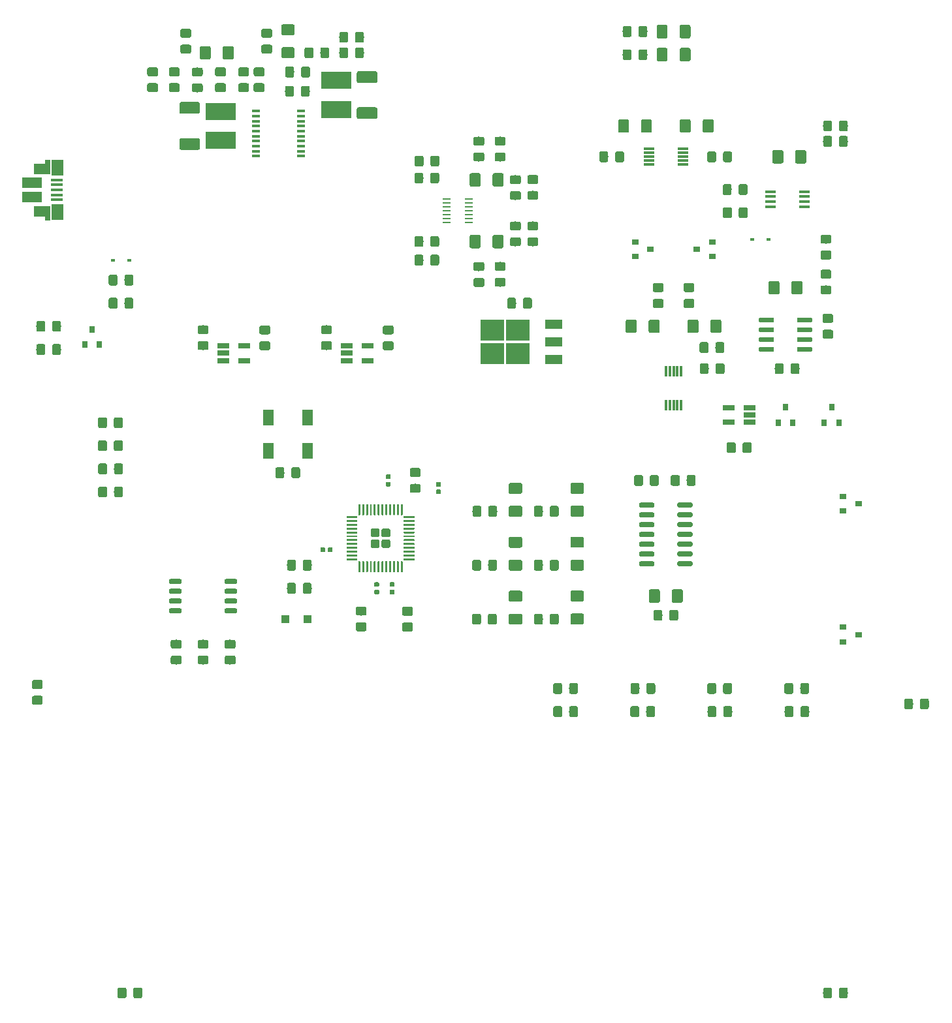
<source format=gbr>
G04 #@! TF.GenerationSoftware,KiCad,Pcbnew,5.1.4-e60b266~84~ubuntu18.04.1*
G04 #@! TF.CreationDate,2019-10-03T20:43:22+02:00*
G04 #@! TF.ProjectId,SingularitySurfer_V1,53696e67-756c-4617-9269-747953757266,rev?*
G04 #@! TF.SameCoordinates,Original*
G04 #@! TF.FileFunction,Paste,Top*
G04 #@! TF.FilePolarity,Positive*
%FSLAX46Y46*%
G04 Gerber Fmt 4.6, Leading zero omitted, Abs format (unit mm)*
G04 Created by KiCad (PCBNEW 5.1.4-e60b266~84~ubuntu18.04.1) date 2019-10-03 20:43:22*
%MOMM*%
%LPD*%
G04 APERTURE LIST*
%ADD10C,0.100000*%
%ADD11C,1.150000*%
%ADD12C,0.590000*%
%ADD13C,0.250000*%
%ADD14C,1.130000*%
%ADD15R,1.000000X0.250000*%
%ADD16R,3.900000X2.200000*%
%ADD17R,0.800000X0.900000*%
%ADD18R,0.600000X0.450000*%
%ADD19R,0.900000X0.800000*%
%ADD20R,1.100000X1.100000*%
%ADD21C,1.525000*%
%ADD22C,1.425000*%
%ADD23C,0.600000*%
%ADD24R,1.400000X2.000000*%
%ADD25R,3.050000X2.750000*%
%ADD26R,2.200000X1.200000*%
%ADD27R,1.400000X0.300000*%
%ADD28R,1.450000X0.450000*%
%ADD29R,0.300000X1.400000*%
%ADD30R,1.560000X0.650000*%
%ADD31R,1.000000X0.400000*%
%ADD32R,2.500000X1.430000*%
%ADD33R,1.650000X0.400000*%
%ADD34R,1.500000X2.000000*%
%ADD35R,0.700000X1.825000*%
%ADD36R,2.000000X1.350000*%
G04 APERTURE END LIST*
D10*
G36*
X114874505Y-101051204D02*
G01*
X114898773Y-101054804D01*
X114922572Y-101060765D01*
X114945671Y-101069030D01*
X114967850Y-101079520D01*
X114988893Y-101092132D01*
X115008599Y-101106747D01*
X115026777Y-101123223D01*
X115043253Y-101141401D01*
X115057868Y-101161107D01*
X115070480Y-101182150D01*
X115080970Y-101204329D01*
X115089235Y-101227428D01*
X115095196Y-101251227D01*
X115098796Y-101275495D01*
X115100000Y-101299999D01*
X115100000Y-102200001D01*
X115098796Y-102224505D01*
X115095196Y-102248773D01*
X115089235Y-102272572D01*
X115080970Y-102295671D01*
X115070480Y-102317850D01*
X115057868Y-102338893D01*
X115043253Y-102358599D01*
X115026777Y-102376777D01*
X115008599Y-102393253D01*
X114988893Y-102407868D01*
X114967850Y-102420480D01*
X114945671Y-102430970D01*
X114922572Y-102439235D01*
X114898773Y-102445196D01*
X114874505Y-102448796D01*
X114850001Y-102450000D01*
X114199999Y-102450000D01*
X114175495Y-102448796D01*
X114151227Y-102445196D01*
X114127428Y-102439235D01*
X114104329Y-102430970D01*
X114082150Y-102420480D01*
X114061107Y-102407868D01*
X114041401Y-102393253D01*
X114023223Y-102376777D01*
X114006747Y-102358599D01*
X113992132Y-102338893D01*
X113979520Y-102317850D01*
X113969030Y-102295671D01*
X113960765Y-102272572D01*
X113954804Y-102248773D01*
X113951204Y-102224505D01*
X113950000Y-102200001D01*
X113950000Y-101299999D01*
X113951204Y-101275495D01*
X113954804Y-101251227D01*
X113960765Y-101227428D01*
X113969030Y-101204329D01*
X113979520Y-101182150D01*
X113992132Y-101161107D01*
X114006747Y-101141401D01*
X114023223Y-101123223D01*
X114041401Y-101106747D01*
X114061107Y-101092132D01*
X114082150Y-101079520D01*
X114104329Y-101069030D01*
X114127428Y-101060765D01*
X114151227Y-101054804D01*
X114175495Y-101051204D01*
X114199999Y-101050000D01*
X114850001Y-101050000D01*
X114874505Y-101051204D01*
X114874505Y-101051204D01*
G37*
D11*
X114525000Y-101750000D03*
D10*
G36*
X112824505Y-101051204D02*
G01*
X112848773Y-101054804D01*
X112872572Y-101060765D01*
X112895671Y-101069030D01*
X112917850Y-101079520D01*
X112938893Y-101092132D01*
X112958599Y-101106747D01*
X112976777Y-101123223D01*
X112993253Y-101141401D01*
X113007868Y-101161107D01*
X113020480Y-101182150D01*
X113030970Y-101204329D01*
X113039235Y-101227428D01*
X113045196Y-101251227D01*
X113048796Y-101275495D01*
X113050000Y-101299999D01*
X113050000Y-102200001D01*
X113048796Y-102224505D01*
X113045196Y-102248773D01*
X113039235Y-102272572D01*
X113030970Y-102295671D01*
X113020480Y-102317850D01*
X113007868Y-102338893D01*
X112993253Y-102358599D01*
X112976777Y-102376777D01*
X112958599Y-102393253D01*
X112938893Y-102407868D01*
X112917850Y-102420480D01*
X112895671Y-102430970D01*
X112872572Y-102439235D01*
X112848773Y-102445196D01*
X112824505Y-102448796D01*
X112800001Y-102450000D01*
X112149999Y-102450000D01*
X112125495Y-102448796D01*
X112101227Y-102445196D01*
X112077428Y-102439235D01*
X112054329Y-102430970D01*
X112032150Y-102420480D01*
X112011107Y-102407868D01*
X111991401Y-102393253D01*
X111973223Y-102376777D01*
X111956747Y-102358599D01*
X111942132Y-102338893D01*
X111929520Y-102317850D01*
X111919030Y-102295671D01*
X111910765Y-102272572D01*
X111904804Y-102248773D01*
X111901204Y-102224505D01*
X111900000Y-102200001D01*
X111900000Y-101299999D01*
X111901204Y-101275495D01*
X111904804Y-101251227D01*
X111910765Y-101227428D01*
X111919030Y-101204329D01*
X111929520Y-101182150D01*
X111942132Y-101161107D01*
X111956747Y-101141401D01*
X111973223Y-101123223D01*
X111991401Y-101106747D01*
X112011107Y-101092132D01*
X112032150Y-101079520D01*
X112054329Y-101069030D01*
X112077428Y-101060765D01*
X112101227Y-101054804D01*
X112125495Y-101051204D01*
X112149999Y-101050000D01*
X112800001Y-101050000D01*
X112824505Y-101051204D01*
X112824505Y-101051204D01*
G37*
D11*
X112475000Y-101750000D03*
D10*
G36*
X74686958Y-106220710D02*
G01*
X74701276Y-106222834D01*
X74715317Y-106226351D01*
X74728946Y-106231228D01*
X74742031Y-106237417D01*
X74754447Y-106244858D01*
X74766073Y-106253481D01*
X74776798Y-106263202D01*
X74786519Y-106273927D01*
X74795142Y-106285553D01*
X74802583Y-106297969D01*
X74808772Y-106311054D01*
X74813649Y-106324683D01*
X74817166Y-106338724D01*
X74819290Y-106353042D01*
X74820000Y-106367500D01*
X74820000Y-106662500D01*
X74819290Y-106676958D01*
X74817166Y-106691276D01*
X74813649Y-106705317D01*
X74808772Y-106718946D01*
X74802583Y-106732031D01*
X74795142Y-106744447D01*
X74786519Y-106756073D01*
X74776798Y-106766798D01*
X74766073Y-106776519D01*
X74754447Y-106785142D01*
X74742031Y-106792583D01*
X74728946Y-106798772D01*
X74715317Y-106803649D01*
X74701276Y-106807166D01*
X74686958Y-106809290D01*
X74672500Y-106810000D01*
X74327500Y-106810000D01*
X74313042Y-106809290D01*
X74298724Y-106807166D01*
X74284683Y-106803649D01*
X74271054Y-106798772D01*
X74257969Y-106792583D01*
X74245553Y-106785142D01*
X74233927Y-106776519D01*
X74223202Y-106766798D01*
X74213481Y-106756073D01*
X74204858Y-106744447D01*
X74197417Y-106732031D01*
X74191228Y-106718946D01*
X74186351Y-106705317D01*
X74182834Y-106691276D01*
X74180710Y-106676958D01*
X74180000Y-106662500D01*
X74180000Y-106367500D01*
X74180710Y-106353042D01*
X74182834Y-106338724D01*
X74186351Y-106324683D01*
X74191228Y-106311054D01*
X74197417Y-106297969D01*
X74204858Y-106285553D01*
X74213481Y-106273927D01*
X74223202Y-106263202D01*
X74233927Y-106253481D01*
X74245553Y-106244858D01*
X74257969Y-106237417D01*
X74271054Y-106231228D01*
X74284683Y-106226351D01*
X74298724Y-106222834D01*
X74313042Y-106220710D01*
X74327500Y-106220000D01*
X74672500Y-106220000D01*
X74686958Y-106220710D01*
X74686958Y-106220710D01*
G37*
D12*
X74500000Y-106515000D03*
D10*
G36*
X74686958Y-107190710D02*
G01*
X74701276Y-107192834D01*
X74715317Y-107196351D01*
X74728946Y-107201228D01*
X74742031Y-107207417D01*
X74754447Y-107214858D01*
X74766073Y-107223481D01*
X74776798Y-107233202D01*
X74786519Y-107243927D01*
X74795142Y-107255553D01*
X74802583Y-107267969D01*
X74808772Y-107281054D01*
X74813649Y-107294683D01*
X74817166Y-107308724D01*
X74819290Y-107323042D01*
X74820000Y-107337500D01*
X74820000Y-107632500D01*
X74819290Y-107646958D01*
X74817166Y-107661276D01*
X74813649Y-107675317D01*
X74808772Y-107688946D01*
X74802583Y-107702031D01*
X74795142Y-107714447D01*
X74786519Y-107726073D01*
X74776798Y-107736798D01*
X74766073Y-107746519D01*
X74754447Y-107755142D01*
X74742031Y-107762583D01*
X74728946Y-107768772D01*
X74715317Y-107773649D01*
X74701276Y-107777166D01*
X74686958Y-107779290D01*
X74672500Y-107780000D01*
X74327500Y-107780000D01*
X74313042Y-107779290D01*
X74298724Y-107777166D01*
X74284683Y-107773649D01*
X74271054Y-107768772D01*
X74257969Y-107762583D01*
X74245553Y-107755142D01*
X74233927Y-107746519D01*
X74223202Y-107736798D01*
X74213481Y-107726073D01*
X74204858Y-107714447D01*
X74197417Y-107702031D01*
X74191228Y-107688946D01*
X74186351Y-107675317D01*
X74182834Y-107661276D01*
X74180710Y-107646958D01*
X74180000Y-107632500D01*
X74180000Y-107337500D01*
X74180710Y-107323042D01*
X74182834Y-107308724D01*
X74186351Y-107294683D01*
X74191228Y-107281054D01*
X74197417Y-107267969D01*
X74204858Y-107255553D01*
X74213481Y-107243927D01*
X74223202Y-107233202D01*
X74233927Y-107223481D01*
X74245553Y-107214858D01*
X74257969Y-107207417D01*
X74271054Y-107201228D01*
X74284683Y-107196351D01*
X74298724Y-107192834D01*
X74313042Y-107190710D01*
X74327500Y-107190000D01*
X74672500Y-107190000D01*
X74686958Y-107190710D01*
X74686958Y-107190710D01*
G37*
D12*
X74500000Y-107485000D03*
D10*
G36*
X68186958Y-105220710D02*
G01*
X68201276Y-105222834D01*
X68215317Y-105226351D01*
X68228946Y-105231228D01*
X68242031Y-105237417D01*
X68254447Y-105244858D01*
X68266073Y-105253481D01*
X68276798Y-105263202D01*
X68286519Y-105273927D01*
X68295142Y-105285553D01*
X68302583Y-105297969D01*
X68308772Y-105311054D01*
X68313649Y-105324683D01*
X68317166Y-105338724D01*
X68319290Y-105353042D01*
X68320000Y-105367500D01*
X68320000Y-105662500D01*
X68319290Y-105676958D01*
X68317166Y-105691276D01*
X68313649Y-105705317D01*
X68308772Y-105718946D01*
X68302583Y-105732031D01*
X68295142Y-105744447D01*
X68286519Y-105756073D01*
X68276798Y-105766798D01*
X68266073Y-105776519D01*
X68254447Y-105785142D01*
X68242031Y-105792583D01*
X68228946Y-105798772D01*
X68215317Y-105803649D01*
X68201276Y-105807166D01*
X68186958Y-105809290D01*
X68172500Y-105810000D01*
X67827500Y-105810000D01*
X67813042Y-105809290D01*
X67798724Y-105807166D01*
X67784683Y-105803649D01*
X67771054Y-105798772D01*
X67757969Y-105792583D01*
X67745553Y-105785142D01*
X67733927Y-105776519D01*
X67723202Y-105766798D01*
X67713481Y-105756073D01*
X67704858Y-105744447D01*
X67697417Y-105732031D01*
X67691228Y-105718946D01*
X67686351Y-105705317D01*
X67682834Y-105691276D01*
X67680710Y-105676958D01*
X67680000Y-105662500D01*
X67680000Y-105367500D01*
X67680710Y-105353042D01*
X67682834Y-105338724D01*
X67686351Y-105324683D01*
X67691228Y-105311054D01*
X67697417Y-105297969D01*
X67704858Y-105285553D01*
X67713481Y-105273927D01*
X67723202Y-105263202D01*
X67733927Y-105253481D01*
X67745553Y-105244858D01*
X67757969Y-105237417D01*
X67771054Y-105231228D01*
X67784683Y-105226351D01*
X67798724Y-105222834D01*
X67813042Y-105220710D01*
X67827500Y-105220000D01*
X68172500Y-105220000D01*
X68186958Y-105220710D01*
X68186958Y-105220710D01*
G37*
D12*
X68000000Y-105515000D03*
D10*
G36*
X68186958Y-106190710D02*
G01*
X68201276Y-106192834D01*
X68215317Y-106196351D01*
X68228946Y-106201228D01*
X68242031Y-106207417D01*
X68254447Y-106214858D01*
X68266073Y-106223481D01*
X68276798Y-106233202D01*
X68286519Y-106243927D01*
X68295142Y-106255553D01*
X68302583Y-106267969D01*
X68308772Y-106281054D01*
X68313649Y-106294683D01*
X68317166Y-106308724D01*
X68319290Y-106323042D01*
X68320000Y-106337500D01*
X68320000Y-106632500D01*
X68319290Y-106646958D01*
X68317166Y-106661276D01*
X68313649Y-106675317D01*
X68308772Y-106688946D01*
X68302583Y-106702031D01*
X68295142Y-106714447D01*
X68286519Y-106726073D01*
X68276798Y-106736798D01*
X68266073Y-106746519D01*
X68254447Y-106755142D01*
X68242031Y-106762583D01*
X68228946Y-106768772D01*
X68215317Y-106773649D01*
X68201276Y-106777166D01*
X68186958Y-106779290D01*
X68172500Y-106780000D01*
X67827500Y-106780000D01*
X67813042Y-106779290D01*
X67798724Y-106777166D01*
X67784683Y-106773649D01*
X67771054Y-106768772D01*
X67757969Y-106762583D01*
X67745553Y-106755142D01*
X67733927Y-106746519D01*
X67723202Y-106736798D01*
X67713481Y-106726073D01*
X67704858Y-106714447D01*
X67697417Y-106702031D01*
X67691228Y-106688946D01*
X67686351Y-106675317D01*
X67682834Y-106661276D01*
X67680710Y-106646958D01*
X67680000Y-106632500D01*
X67680000Y-106337500D01*
X67680710Y-106323042D01*
X67682834Y-106308724D01*
X67686351Y-106294683D01*
X67691228Y-106281054D01*
X67697417Y-106267969D01*
X67704858Y-106255553D01*
X67713481Y-106243927D01*
X67723202Y-106233202D01*
X67733927Y-106223481D01*
X67745553Y-106214858D01*
X67757969Y-106207417D01*
X67771054Y-106201228D01*
X67784683Y-106196351D01*
X67798724Y-106192834D01*
X67813042Y-106190710D01*
X67827500Y-106190000D01*
X68172500Y-106190000D01*
X68186958Y-106190710D01*
X68186958Y-106190710D01*
G37*
D12*
X68000000Y-106485000D03*
D10*
G36*
X59661958Y-114680710D02*
G01*
X59676276Y-114682834D01*
X59690317Y-114686351D01*
X59703946Y-114691228D01*
X59717031Y-114697417D01*
X59729447Y-114704858D01*
X59741073Y-114713481D01*
X59751798Y-114723202D01*
X59761519Y-114733927D01*
X59770142Y-114745553D01*
X59777583Y-114757969D01*
X59783772Y-114771054D01*
X59788649Y-114784683D01*
X59792166Y-114798724D01*
X59794290Y-114813042D01*
X59795000Y-114827500D01*
X59795000Y-115172500D01*
X59794290Y-115186958D01*
X59792166Y-115201276D01*
X59788649Y-115215317D01*
X59783772Y-115228946D01*
X59777583Y-115242031D01*
X59770142Y-115254447D01*
X59761519Y-115266073D01*
X59751798Y-115276798D01*
X59741073Y-115286519D01*
X59729447Y-115295142D01*
X59717031Y-115302583D01*
X59703946Y-115308772D01*
X59690317Y-115313649D01*
X59676276Y-115317166D01*
X59661958Y-115319290D01*
X59647500Y-115320000D01*
X59352500Y-115320000D01*
X59338042Y-115319290D01*
X59323724Y-115317166D01*
X59309683Y-115313649D01*
X59296054Y-115308772D01*
X59282969Y-115302583D01*
X59270553Y-115295142D01*
X59258927Y-115286519D01*
X59248202Y-115276798D01*
X59238481Y-115266073D01*
X59229858Y-115254447D01*
X59222417Y-115242031D01*
X59216228Y-115228946D01*
X59211351Y-115215317D01*
X59207834Y-115201276D01*
X59205710Y-115186958D01*
X59205000Y-115172500D01*
X59205000Y-114827500D01*
X59205710Y-114813042D01*
X59207834Y-114798724D01*
X59211351Y-114784683D01*
X59216228Y-114771054D01*
X59222417Y-114757969D01*
X59229858Y-114745553D01*
X59238481Y-114733927D01*
X59248202Y-114723202D01*
X59258927Y-114713481D01*
X59270553Y-114704858D01*
X59282969Y-114697417D01*
X59296054Y-114691228D01*
X59309683Y-114686351D01*
X59323724Y-114682834D01*
X59338042Y-114680710D01*
X59352500Y-114680000D01*
X59647500Y-114680000D01*
X59661958Y-114680710D01*
X59661958Y-114680710D01*
G37*
D12*
X59500000Y-115000000D03*
D10*
G36*
X60631958Y-114680710D02*
G01*
X60646276Y-114682834D01*
X60660317Y-114686351D01*
X60673946Y-114691228D01*
X60687031Y-114697417D01*
X60699447Y-114704858D01*
X60711073Y-114713481D01*
X60721798Y-114723202D01*
X60731519Y-114733927D01*
X60740142Y-114745553D01*
X60747583Y-114757969D01*
X60753772Y-114771054D01*
X60758649Y-114784683D01*
X60762166Y-114798724D01*
X60764290Y-114813042D01*
X60765000Y-114827500D01*
X60765000Y-115172500D01*
X60764290Y-115186958D01*
X60762166Y-115201276D01*
X60758649Y-115215317D01*
X60753772Y-115228946D01*
X60747583Y-115242031D01*
X60740142Y-115254447D01*
X60731519Y-115266073D01*
X60721798Y-115276798D01*
X60711073Y-115286519D01*
X60699447Y-115295142D01*
X60687031Y-115302583D01*
X60673946Y-115308772D01*
X60660317Y-115313649D01*
X60646276Y-115317166D01*
X60631958Y-115319290D01*
X60617500Y-115320000D01*
X60322500Y-115320000D01*
X60308042Y-115319290D01*
X60293724Y-115317166D01*
X60279683Y-115313649D01*
X60266054Y-115308772D01*
X60252969Y-115302583D01*
X60240553Y-115295142D01*
X60228927Y-115286519D01*
X60218202Y-115276798D01*
X60208481Y-115266073D01*
X60199858Y-115254447D01*
X60192417Y-115242031D01*
X60186228Y-115228946D01*
X60181351Y-115215317D01*
X60177834Y-115201276D01*
X60175710Y-115186958D01*
X60175000Y-115172500D01*
X60175000Y-114827500D01*
X60175710Y-114813042D01*
X60177834Y-114798724D01*
X60181351Y-114784683D01*
X60186228Y-114771054D01*
X60192417Y-114757969D01*
X60199858Y-114745553D01*
X60208481Y-114733927D01*
X60218202Y-114723202D01*
X60228927Y-114713481D01*
X60240553Y-114704858D01*
X60252969Y-114697417D01*
X60266054Y-114691228D01*
X60279683Y-114686351D01*
X60293724Y-114682834D01*
X60308042Y-114680710D01*
X60322500Y-114680000D01*
X60617500Y-114680000D01*
X60631958Y-114680710D01*
X60631958Y-114680710D01*
G37*
D12*
X60470000Y-115000000D03*
D10*
G36*
X66686958Y-120190710D02*
G01*
X66701276Y-120192834D01*
X66715317Y-120196351D01*
X66728946Y-120201228D01*
X66742031Y-120207417D01*
X66754447Y-120214858D01*
X66766073Y-120223481D01*
X66776798Y-120233202D01*
X66786519Y-120243927D01*
X66795142Y-120255553D01*
X66802583Y-120267969D01*
X66808772Y-120281054D01*
X66813649Y-120294683D01*
X66817166Y-120308724D01*
X66819290Y-120323042D01*
X66820000Y-120337500D01*
X66820000Y-120632500D01*
X66819290Y-120646958D01*
X66817166Y-120661276D01*
X66813649Y-120675317D01*
X66808772Y-120688946D01*
X66802583Y-120702031D01*
X66795142Y-120714447D01*
X66786519Y-120726073D01*
X66776798Y-120736798D01*
X66766073Y-120746519D01*
X66754447Y-120755142D01*
X66742031Y-120762583D01*
X66728946Y-120768772D01*
X66715317Y-120773649D01*
X66701276Y-120777166D01*
X66686958Y-120779290D01*
X66672500Y-120780000D01*
X66327500Y-120780000D01*
X66313042Y-120779290D01*
X66298724Y-120777166D01*
X66284683Y-120773649D01*
X66271054Y-120768772D01*
X66257969Y-120762583D01*
X66245553Y-120755142D01*
X66233927Y-120746519D01*
X66223202Y-120736798D01*
X66213481Y-120726073D01*
X66204858Y-120714447D01*
X66197417Y-120702031D01*
X66191228Y-120688946D01*
X66186351Y-120675317D01*
X66182834Y-120661276D01*
X66180710Y-120646958D01*
X66180000Y-120632500D01*
X66180000Y-120337500D01*
X66180710Y-120323042D01*
X66182834Y-120308724D01*
X66186351Y-120294683D01*
X66191228Y-120281054D01*
X66197417Y-120267969D01*
X66204858Y-120255553D01*
X66213481Y-120243927D01*
X66223202Y-120233202D01*
X66233927Y-120223481D01*
X66245553Y-120214858D01*
X66257969Y-120207417D01*
X66271054Y-120201228D01*
X66284683Y-120196351D01*
X66298724Y-120192834D01*
X66313042Y-120190710D01*
X66327500Y-120190000D01*
X66672500Y-120190000D01*
X66686958Y-120190710D01*
X66686958Y-120190710D01*
G37*
D12*
X66500000Y-120485000D03*
D10*
G36*
X66686958Y-119220710D02*
G01*
X66701276Y-119222834D01*
X66715317Y-119226351D01*
X66728946Y-119231228D01*
X66742031Y-119237417D01*
X66754447Y-119244858D01*
X66766073Y-119253481D01*
X66776798Y-119263202D01*
X66786519Y-119273927D01*
X66795142Y-119285553D01*
X66802583Y-119297969D01*
X66808772Y-119311054D01*
X66813649Y-119324683D01*
X66817166Y-119338724D01*
X66819290Y-119353042D01*
X66820000Y-119367500D01*
X66820000Y-119662500D01*
X66819290Y-119676958D01*
X66817166Y-119691276D01*
X66813649Y-119705317D01*
X66808772Y-119718946D01*
X66802583Y-119732031D01*
X66795142Y-119744447D01*
X66786519Y-119756073D01*
X66776798Y-119766798D01*
X66766073Y-119776519D01*
X66754447Y-119785142D01*
X66742031Y-119792583D01*
X66728946Y-119798772D01*
X66715317Y-119803649D01*
X66701276Y-119807166D01*
X66686958Y-119809290D01*
X66672500Y-119810000D01*
X66327500Y-119810000D01*
X66313042Y-119809290D01*
X66298724Y-119807166D01*
X66284683Y-119803649D01*
X66271054Y-119798772D01*
X66257969Y-119792583D01*
X66245553Y-119785142D01*
X66233927Y-119776519D01*
X66223202Y-119766798D01*
X66213481Y-119756073D01*
X66204858Y-119744447D01*
X66197417Y-119732031D01*
X66191228Y-119718946D01*
X66186351Y-119705317D01*
X66182834Y-119691276D01*
X66180710Y-119676958D01*
X66180000Y-119662500D01*
X66180000Y-119367500D01*
X66180710Y-119353042D01*
X66182834Y-119338724D01*
X66186351Y-119324683D01*
X66191228Y-119311054D01*
X66197417Y-119297969D01*
X66204858Y-119285553D01*
X66213481Y-119273927D01*
X66223202Y-119263202D01*
X66233927Y-119253481D01*
X66245553Y-119244858D01*
X66257969Y-119237417D01*
X66271054Y-119231228D01*
X66284683Y-119226351D01*
X66298724Y-119222834D01*
X66313042Y-119220710D01*
X66327500Y-119220000D01*
X66672500Y-119220000D01*
X66686958Y-119220710D01*
X66686958Y-119220710D01*
G37*
D12*
X66500000Y-119515000D03*
D10*
G36*
X127374505Y-61301204D02*
G01*
X127398773Y-61304804D01*
X127422572Y-61310765D01*
X127445671Y-61319030D01*
X127467850Y-61329520D01*
X127488893Y-61342132D01*
X127508599Y-61356747D01*
X127526777Y-61373223D01*
X127543253Y-61391401D01*
X127557868Y-61411107D01*
X127570480Y-61432150D01*
X127580970Y-61454329D01*
X127589235Y-61477428D01*
X127595196Y-61501227D01*
X127598796Y-61525495D01*
X127600000Y-61549999D01*
X127600000Y-62450001D01*
X127598796Y-62474505D01*
X127595196Y-62498773D01*
X127589235Y-62522572D01*
X127580970Y-62545671D01*
X127570480Y-62567850D01*
X127557868Y-62588893D01*
X127543253Y-62608599D01*
X127526777Y-62626777D01*
X127508599Y-62643253D01*
X127488893Y-62657868D01*
X127467850Y-62670480D01*
X127445671Y-62680970D01*
X127422572Y-62689235D01*
X127398773Y-62695196D01*
X127374505Y-62698796D01*
X127350001Y-62700000D01*
X126699999Y-62700000D01*
X126675495Y-62698796D01*
X126651227Y-62695196D01*
X126627428Y-62689235D01*
X126604329Y-62680970D01*
X126582150Y-62670480D01*
X126561107Y-62657868D01*
X126541401Y-62643253D01*
X126523223Y-62626777D01*
X126506747Y-62608599D01*
X126492132Y-62588893D01*
X126479520Y-62567850D01*
X126469030Y-62545671D01*
X126460765Y-62522572D01*
X126454804Y-62498773D01*
X126451204Y-62474505D01*
X126450000Y-62450001D01*
X126450000Y-61549999D01*
X126451204Y-61525495D01*
X126454804Y-61501227D01*
X126460765Y-61477428D01*
X126469030Y-61454329D01*
X126479520Y-61432150D01*
X126492132Y-61411107D01*
X126506747Y-61391401D01*
X126523223Y-61373223D01*
X126541401Y-61356747D01*
X126561107Y-61342132D01*
X126582150Y-61329520D01*
X126604329Y-61319030D01*
X126627428Y-61310765D01*
X126651227Y-61304804D01*
X126675495Y-61301204D01*
X126699999Y-61300000D01*
X127350001Y-61300000D01*
X127374505Y-61301204D01*
X127374505Y-61301204D01*
G37*
D11*
X127025000Y-62000000D03*
D10*
G36*
X125324505Y-61301204D02*
G01*
X125348773Y-61304804D01*
X125372572Y-61310765D01*
X125395671Y-61319030D01*
X125417850Y-61329520D01*
X125438893Y-61342132D01*
X125458599Y-61356747D01*
X125476777Y-61373223D01*
X125493253Y-61391401D01*
X125507868Y-61411107D01*
X125520480Y-61432150D01*
X125530970Y-61454329D01*
X125539235Y-61477428D01*
X125545196Y-61501227D01*
X125548796Y-61525495D01*
X125550000Y-61549999D01*
X125550000Y-62450001D01*
X125548796Y-62474505D01*
X125545196Y-62498773D01*
X125539235Y-62522572D01*
X125530970Y-62545671D01*
X125520480Y-62567850D01*
X125507868Y-62588893D01*
X125493253Y-62608599D01*
X125476777Y-62626777D01*
X125458599Y-62643253D01*
X125438893Y-62657868D01*
X125417850Y-62670480D01*
X125395671Y-62680970D01*
X125372572Y-62689235D01*
X125348773Y-62695196D01*
X125324505Y-62698796D01*
X125300001Y-62700000D01*
X124649999Y-62700000D01*
X124625495Y-62698796D01*
X124601227Y-62695196D01*
X124577428Y-62689235D01*
X124554329Y-62680970D01*
X124532150Y-62670480D01*
X124511107Y-62657868D01*
X124491401Y-62643253D01*
X124473223Y-62626777D01*
X124456747Y-62608599D01*
X124442132Y-62588893D01*
X124429520Y-62567850D01*
X124419030Y-62545671D01*
X124410765Y-62522572D01*
X124404804Y-62498773D01*
X124401204Y-62474505D01*
X124400000Y-62450001D01*
X124400000Y-61549999D01*
X124401204Y-61525495D01*
X124404804Y-61501227D01*
X124410765Y-61477428D01*
X124419030Y-61454329D01*
X124429520Y-61432150D01*
X124442132Y-61411107D01*
X124456747Y-61391401D01*
X124473223Y-61373223D01*
X124491401Y-61356747D01*
X124511107Y-61342132D01*
X124532150Y-61329520D01*
X124554329Y-61319030D01*
X124577428Y-61310765D01*
X124601227Y-61304804D01*
X124625495Y-61301204D01*
X124649999Y-61300000D01*
X125300001Y-61300000D01*
X125324505Y-61301204D01*
X125324505Y-61301204D01*
G37*
D11*
X124975000Y-62000000D03*
D10*
G36*
X68686958Y-120190710D02*
G01*
X68701276Y-120192834D01*
X68715317Y-120196351D01*
X68728946Y-120201228D01*
X68742031Y-120207417D01*
X68754447Y-120214858D01*
X68766073Y-120223481D01*
X68776798Y-120233202D01*
X68786519Y-120243927D01*
X68795142Y-120255553D01*
X68802583Y-120267969D01*
X68808772Y-120281054D01*
X68813649Y-120294683D01*
X68817166Y-120308724D01*
X68819290Y-120323042D01*
X68820000Y-120337500D01*
X68820000Y-120632500D01*
X68819290Y-120646958D01*
X68817166Y-120661276D01*
X68813649Y-120675317D01*
X68808772Y-120688946D01*
X68802583Y-120702031D01*
X68795142Y-120714447D01*
X68786519Y-120726073D01*
X68776798Y-120736798D01*
X68766073Y-120746519D01*
X68754447Y-120755142D01*
X68742031Y-120762583D01*
X68728946Y-120768772D01*
X68715317Y-120773649D01*
X68701276Y-120777166D01*
X68686958Y-120779290D01*
X68672500Y-120780000D01*
X68327500Y-120780000D01*
X68313042Y-120779290D01*
X68298724Y-120777166D01*
X68284683Y-120773649D01*
X68271054Y-120768772D01*
X68257969Y-120762583D01*
X68245553Y-120755142D01*
X68233927Y-120746519D01*
X68223202Y-120736798D01*
X68213481Y-120726073D01*
X68204858Y-120714447D01*
X68197417Y-120702031D01*
X68191228Y-120688946D01*
X68186351Y-120675317D01*
X68182834Y-120661276D01*
X68180710Y-120646958D01*
X68180000Y-120632500D01*
X68180000Y-120337500D01*
X68180710Y-120323042D01*
X68182834Y-120308724D01*
X68186351Y-120294683D01*
X68191228Y-120281054D01*
X68197417Y-120267969D01*
X68204858Y-120255553D01*
X68213481Y-120243927D01*
X68223202Y-120233202D01*
X68233927Y-120223481D01*
X68245553Y-120214858D01*
X68257969Y-120207417D01*
X68271054Y-120201228D01*
X68284683Y-120196351D01*
X68298724Y-120192834D01*
X68313042Y-120190710D01*
X68327500Y-120190000D01*
X68672500Y-120190000D01*
X68686958Y-120190710D01*
X68686958Y-120190710D01*
G37*
D12*
X68500000Y-120485000D03*
D10*
G36*
X68686958Y-119220710D02*
G01*
X68701276Y-119222834D01*
X68715317Y-119226351D01*
X68728946Y-119231228D01*
X68742031Y-119237417D01*
X68754447Y-119244858D01*
X68766073Y-119253481D01*
X68776798Y-119263202D01*
X68786519Y-119273927D01*
X68795142Y-119285553D01*
X68802583Y-119297969D01*
X68808772Y-119311054D01*
X68813649Y-119324683D01*
X68817166Y-119338724D01*
X68819290Y-119353042D01*
X68820000Y-119367500D01*
X68820000Y-119662500D01*
X68819290Y-119676958D01*
X68817166Y-119691276D01*
X68813649Y-119705317D01*
X68808772Y-119718946D01*
X68802583Y-119732031D01*
X68795142Y-119744447D01*
X68786519Y-119756073D01*
X68776798Y-119766798D01*
X68766073Y-119776519D01*
X68754447Y-119785142D01*
X68742031Y-119792583D01*
X68728946Y-119798772D01*
X68715317Y-119803649D01*
X68701276Y-119807166D01*
X68686958Y-119809290D01*
X68672500Y-119810000D01*
X68327500Y-119810000D01*
X68313042Y-119809290D01*
X68298724Y-119807166D01*
X68284683Y-119803649D01*
X68271054Y-119798772D01*
X68257969Y-119792583D01*
X68245553Y-119785142D01*
X68233927Y-119776519D01*
X68223202Y-119766798D01*
X68213481Y-119756073D01*
X68204858Y-119744447D01*
X68197417Y-119732031D01*
X68191228Y-119718946D01*
X68186351Y-119705317D01*
X68182834Y-119691276D01*
X68180710Y-119676958D01*
X68180000Y-119662500D01*
X68180000Y-119367500D01*
X68180710Y-119353042D01*
X68182834Y-119338724D01*
X68186351Y-119324683D01*
X68191228Y-119311054D01*
X68197417Y-119297969D01*
X68204858Y-119285553D01*
X68213481Y-119273927D01*
X68223202Y-119263202D01*
X68233927Y-119253481D01*
X68245553Y-119244858D01*
X68257969Y-119237417D01*
X68271054Y-119231228D01*
X68284683Y-119226351D01*
X68298724Y-119222834D01*
X68313042Y-119220710D01*
X68327500Y-119220000D01*
X68672500Y-119220000D01*
X68686958Y-119220710D01*
X68686958Y-119220710D01*
G37*
D12*
X68500000Y-119515000D03*
D10*
G36*
X107624505Y-105301204D02*
G01*
X107648773Y-105304804D01*
X107672572Y-105310765D01*
X107695671Y-105319030D01*
X107717850Y-105329520D01*
X107738893Y-105342132D01*
X107758599Y-105356747D01*
X107776777Y-105373223D01*
X107793253Y-105391401D01*
X107807868Y-105411107D01*
X107820480Y-105432150D01*
X107830970Y-105454329D01*
X107839235Y-105477428D01*
X107845196Y-105501227D01*
X107848796Y-105525495D01*
X107850000Y-105549999D01*
X107850000Y-106450001D01*
X107848796Y-106474505D01*
X107845196Y-106498773D01*
X107839235Y-106522572D01*
X107830970Y-106545671D01*
X107820480Y-106567850D01*
X107807868Y-106588893D01*
X107793253Y-106608599D01*
X107776777Y-106626777D01*
X107758599Y-106643253D01*
X107738893Y-106657868D01*
X107717850Y-106670480D01*
X107695671Y-106680970D01*
X107672572Y-106689235D01*
X107648773Y-106695196D01*
X107624505Y-106698796D01*
X107600001Y-106700000D01*
X106949999Y-106700000D01*
X106925495Y-106698796D01*
X106901227Y-106695196D01*
X106877428Y-106689235D01*
X106854329Y-106680970D01*
X106832150Y-106670480D01*
X106811107Y-106657868D01*
X106791401Y-106643253D01*
X106773223Y-106626777D01*
X106756747Y-106608599D01*
X106742132Y-106588893D01*
X106729520Y-106567850D01*
X106719030Y-106545671D01*
X106710765Y-106522572D01*
X106704804Y-106498773D01*
X106701204Y-106474505D01*
X106700000Y-106450001D01*
X106700000Y-105549999D01*
X106701204Y-105525495D01*
X106704804Y-105501227D01*
X106710765Y-105477428D01*
X106719030Y-105454329D01*
X106729520Y-105432150D01*
X106742132Y-105411107D01*
X106756747Y-105391401D01*
X106773223Y-105373223D01*
X106791401Y-105356747D01*
X106811107Y-105342132D01*
X106832150Y-105329520D01*
X106854329Y-105319030D01*
X106877428Y-105310765D01*
X106901227Y-105304804D01*
X106925495Y-105301204D01*
X106949999Y-105300000D01*
X107600001Y-105300000D01*
X107624505Y-105301204D01*
X107624505Y-105301204D01*
G37*
D11*
X107275000Y-106000000D03*
D10*
G36*
X105574505Y-105301204D02*
G01*
X105598773Y-105304804D01*
X105622572Y-105310765D01*
X105645671Y-105319030D01*
X105667850Y-105329520D01*
X105688893Y-105342132D01*
X105708599Y-105356747D01*
X105726777Y-105373223D01*
X105743253Y-105391401D01*
X105757868Y-105411107D01*
X105770480Y-105432150D01*
X105780970Y-105454329D01*
X105789235Y-105477428D01*
X105795196Y-105501227D01*
X105798796Y-105525495D01*
X105800000Y-105549999D01*
X105800000Y-106450001D01*
X105798796Y-106474505D01*
X105795196Y-106498773D01*
X105789235Y-106522572D01*
X105780970Y-106545671D01*
X105770480Y-106567850D01*
X105757868Y-106588893D01*
X105743253Y-106608599D01*
X105726777Y-106626777D01*
X105708599Y-106643253D01*
X105688893Y-106657868D01*
X105667850Y-106670480D01*
X105645671Y-106680970D01*
X105622572Y-106689235D01*
X105598773Y-106695196D01*
X105574505Y-106698796D01*
X105550001Y-106700000D01*
X104899999Y-106700000D01*
X104875495Y-106698796D01*
X104851227Y-106695196D01*
X104827428Y-106689235D01*
X104804329Y-106680970D01*
X104782150Y-106670480D01*
X104761107Y-106657868D01*
X104741401Y-106643253D01*
X104723223Y-106626777D01*
X104706747Y-106608599D01*
X104692132Y-106588893D01*
X104679520Y-106567850D01*
X104669030Y-106545671D01*
X104660765Y-106522572D01*
X104654804Y-106498773D01*
X104651204Y-106474505D01*
X104650000Y-106450001D01*
X104650000Y-105549999D01*
X104651204Y-105525495D01*
X104654804Y-105501227D01*
X104660765Y-105477428D01*
X104669030Y-105454329D01*
X104679520Y-105432150D01*
X104692132Y-105411107D01*
X104706747Y-105391401D01*
X104723223Y-105373223D01*
X104741401Y-105356747D01*
X104761107Y-105342132D01*
X104782150Y-105329520D01*
X104804329Y-105319030D01*
X104827428Y-105310765D01*
X104851227Y-105304804D01*
X104875495Y-105301204D01*
X104899999Y-105300000D01*
X105550001Y-105300000D01*
X105574505Y-105301204D01*
X105574505Y-105301204D01*
G37*
D11*
X105225000Y-106000000D03*
D10*
G36*
X100799505Y-105301204D02*
G01*
X100823773Y-105304804D01*
X100847572Y-105310765D01*
X100870671Y-105319030D01*
X100892850Y-105329520D01*
X100913893Y-105342132D01*
X100933599Y-105356747D01*
X100951777Y-105373223D01*
X100968253Y-105391401D01*
X100982868Y-105411107D01*
X100995480Y-105432150D01*
X101005970Y-105454329D01*
X101014235Y-105477428D01*
X101020196Y-105501227D01*
X101023796Y-105525495D01*
X101025000Y-105549999D01*
X101025000Y-106450001D01*
X101023796Y-106474505D01*
X101020196Y-106498773D01*
X101014235Y-106522572D01*
X101005970Y-106545671D01*
X100995480Y-106567850D01*
X100982868Y-106588893D01*
X100968253Y-106608599D01*
X100951777Y-106626777D01*
X100933599Y-106643253D01*
X100913893Y-106657868D01*
X100892850Y-106670480D01*
X100870671Y-106680970D01*
X100847572Y-106689235D01*
X100823773Y-106695196D01*
X100799505Y-106698796D01*
X100775001Y-106700000D01*
X100124999Y-106700000D01*
X100100495Y-106698796D01*
X100076227Y-106695196D01*
X100052428Y-106689235D01*
X100029329Y-106680970D01*
X100007150Y-106670480D01*
X99986107Y-106657868D01*
X99966401Y-106643253D01*
X99948223Y-106626777D01*
X99931747Y-106608599D01*
X99917132Y-106588893D01*
X99904520Y-106567850D01*
X99894030Y-106545671D01*
X99885765Y-106522572D01*
X99879804Y-106498773D01*
X99876204Y-106474505D01*
X99875000Y-106450001D01*
X99875000Y-105549999D01*
X99876204Y-105525495D01*
X99879804Y-105501227D01*
X99885765Y-105477428D01*
X99894030Y-105454329D01*
X99904520Y-105432150D01*
X99917132Y-105411107D01*
X99931747Y-105391401D01*
X99948223Y-105373223D01*
X99966401Y-105356747D01*
X99986107Y-105342132D01*
X100007150Y-105329520D01*
X100029329Y-105319030D01*
X100052428Y-105310765D01*
X100076227Y-105304804D01*
X100100495Y-105301204D01*
X100124999Y-105300000D01*
X100775001Y-105300000D01*
X100799505Y-105301204D01*
X100799505Y-105301204D01*
G37*
D11*
X100450000Y-106000000D03*
D10*
G36*
X102849505Y-105301204D02*
G01*
X102873773Y-105304804D01*
X102897572Y-105310765D01*
X102920671Y-105319030D01*
X102942850Y-105329520D01*
X102963893Y-105342132D01*
X102983599Y-105356747D01*
X103001777Y-105373223D01*
X103018253Y-105391401D01*
X103032868Y-105411107D01*
X103045480Y-105432150D01*
X103055970Y-105454329D01*
X103064235Y-105477428D01*
X103070196Y-105501227D01*
X103073796Y-105525495D01*
X103075000Y-105549999D01*
X103075000Y-106450001D01*
X103073796Y-106474505D01*
X103070196Y-106498773D01*
X103064235Y-106522572D01*
X103055970Y-106545671D01*
X103045480Y-106567850D01*
X103032868Y-106588893D01*
X103018253Y-106608599D01*
X103001777Y-106626777D01*
X102983599Y-106643253D01*
X102963893Y-106657868D01*
X102942850Y-106670480D01*
X102920671Y-106680970D01*
X102897572Y-106689235D01*
X102873773Y-106695196D01*
X102849505Y-106698796D01*
X102825001Y-106700000D01*
X102174999Y-106700000D01*
X102150495Y-106698796D01*
X102126227Y-106695196D01*
X102102428Y-106689235D01*
X102079329Y-106680970D01*
X102057150Y-106670480D01*
X102036107Y-106657868D01*
X102016401Y-106643253D01*
X101998223Y-106626777D01*
X101981747Y-106608599D01*
X101967132Y-106588893D01*
X101954520Y-106567850D01*
X101944030Y-106545671D01*
X101935765Y-106522572D01*
X101929804Y-106498773D01*
X101926204Y-106474505D01*
X101925000Y-106450001D01*
X101925000Y-105549999D01*
X101926204Y-105525495D01*
X101929804Y-105501227D01*
X101935765Y-105477428D01*
X101944030Y-105454329D01*
X101954520Y-105432150D01*
X101967132Y-105411107D01*
X101981747Y-105391401D01*
X101998223Y-105373223D01*
X102016401Y-105356747D01*
X102036107Y-105342132D01*
X102057150Y-105329520D01*
X102079329Y-105319030D01*
X102102428Y-105310765D01*
X102126227Y-105304804D01*
X102150495Y-105301204D01*
X102174999Y-105300000D01*
X102825001Y-105300000D01*
X102849505Y-105301204D01*
X102849505Y-105301204D01*
G37*
D11*
X102500000Y-106000000D03*
D10*
G36*
X71343626Y-110625301D02*
G01*
X71349693Y-110626201D01*
X71355643Y-110627691D01*
X71361418Y-110629758D01*
X71366962Y-110632380D01*
X71372223Y-110635533D01*
X71377150Y-110639187D01*
X71381694Y-110643306D01*
X71385813Y-110647850D01*
X71389467Y-110652777D01*
X71392620Y-110658038D01*
X71395242Y-110663582D01*
X71397309Y-110669357D01*
X71398799Y-110675307D01*
X71399699Y-110681374D01*
X71400000Y-110687500D01*
X71400000Y-110812500D01*
X71399699Y-110818626D01*
X71398799Y-110824693D01*
X71397309Y-110830643D01*
X71395242Y-110836418D01*
X71392620Y-110841962D01*
X71389467Y-110847223D01*
X71385813Y-110852150D01*
X71381694Y-110856694D01*
X71377150Y-110860813D01*
X71372223Y-110864467D01*
X71366962Y-110867620D01*
X71361418Y-110870242D01*
X71355643Y-110872309D01*
X71349693Y-110873799D01*
X71343626Y-110874699D01*
X71337500Y-110875000D01*
X70062500Y-110875000D01*
X70056374Y-110874699D01*
X70050307Y-110873799D01*
X70044357Y-110872309D01*
X70038582Y-110870242D01*
X70033038Y-110867620D01*
X70027777Y-110864467D01*
X70022850Y-110860813D01*
X70018306Y-110856694D01*
X70014187Y-110852150D01*
X70010533Y-110847223D01*
X70007380Y-110841962D01*
X70004758Y-110836418D01*
X70002691Y-110830643D01*
X70001201Y-110824693D01*
X70000301Y-110818626D01*
X70000000Y-110812500D01*
X70000000Y-110687500D01*
X70000301Y-110681374D01*
X70001201Y-110675307D01*
X70002691Y-110669357D01*
X70004758Y-110663582D01*
X70007380Y-110658038D01*
X70010533Y-110652777D01*
X70014187Y-110647850D01*
X70018306Y-110643306D01*
X70022850Y-110639187D01*
X70027777Y-110635533D01*
X70033038Y-110632380D01*
X70038582Y-110629758D01*
X70044357Y-110627691D01*
X70050307Y-110626201D01*
X70056374Y-110625301D01*
X70062500Y-110625000D01*
X71337500Y-110625000D01*
X71343626Y-110625301D01*
X71343626Y-110625301D01*
G37*
D13*
X70700000Y-110750000D03*
D10*
G36*
X71343626Y-111125301D02*
G01*
X71349693Y-111126201D01*
X71355643Y-111127691D01*
X71361418Y-111129758D01*
X71366962Y-111132380D01*
X71372223Y-111135533D01*
X71377150Y-111139187D01*
X71381694Y-111143306D01*
X71385813Y-111147850D01*
X71389467Y-111152777D01*
X71392620Y-111158038D01*
X71395242Y-111163582D01*
X71397309Y-111169357D01*
X71398799Y-111175307D01*
X71399699Y-111181374D01*
X71400000Y-111187500D01*
X71400000Y-111312500D01*
X71399699Y-111318626D01*
X71398799Y-111324693D01*
X71397309Y-111330643D01*
X71395242Y-111336418D01*
X71392620Y-111341962D01*
X71389467Y-111347223D01*
X71385813Y-111352150D01*
X71381694Y-111356694D01*
X71377150Y-111360813D01*
X71372223Y-111364467D01*
X71366962Y-111367620D01*
X71361418Y-111370242D01*
X71355643Y-111372309D01*
X71349693Y-111373799D01*
X71343626Y-111374699D01*
X71337500Y-111375000D01*
X70062500Y-111375000D01*
X70056374Y-111374699D01*
X70050307Y-111373799D01*
X70044357Y-111372309D01*
X70038582Y-111370242D01*
X70033038Y-111367620D01*
X70027777Y-111364467D01*
X70022850Y-111360813D01*
X70018306Y-111356694D01*
X70014187Y-111352150D01*
X70010533Y-111347223D01*
X70007380Y-111341962D01*
X70004758Y-111336418D01*
X70002691Y-111330643D01*
X70001201Y-111324693D01*
X70000301Y-111318626D01*
X70000000Y-111312500D01*
X70000000Y-111187500D01*
X70000301Y-111181374D01*
X70001201Y-111175307D01*
X70002691Y-111169357D01*
X70004758Y-111163582D01*
X70007380Y-111158038D01*
X70010533Y-111152777D01*
X70014187Y-111147850D01*
X70018306Y-111143306D01*
X70022850Y-111139187D01*
X70027777Y-111135533D01*
X70033038Y-111132380D01*
X70038582Y-111129758D01*
X70044357Y-111127691D01*
X70050307Y-111126201D01*
X70056374Y-111125301D01*
X70062500Y-111125000D01*
X71337500Y-111125000D01*
X71343626Y-111125301D01*
X71343626Y-111125301D01*
G37*
D13*
X70700000Y-111250000D03*
D10*
G36*
X71343626Y-111625301D02*
G01*
X71349693Y-111626201D01*
X71355643Y-111627691D01*
X71361418Y-111629758D01*
X71366962Y-111632380D01*
X71372223Y-111635533D01*
X71377150Y-111639187D01*
X71381694Y-111643306D01*
X71385813Y-111647850D01*
X71389467Y-111652777D01*
X71392620Y-111658038D01*
X71395242Y-111663582D01*
X71397309Y-111669357D01*
X71398799Y-111675307D01*
X71399699Y-111681374D01*
X71400000Y-111687500D01*
X71400000Y-111812500D01*
X71399699Y-111818626D01*
X71398799Y-111824693D01*
X71397309Y-111830643D01*
X71395242Y-111836418D01*
X71392620Y-111841962D01*
X71389467Y-111847223D01*
X71385813Y-111852150D01*
X71381694Y-111856694D01*
X71377150Y-111860813D01*
X71372223Y-111864467D01*
X71366962Y-111867620D01*
X71361418Y-111870242D01*
X71355643Y-111872309D01*
X71349693Y-111873799D01*
X71343626Y-111874699D01*
X71337500Y-111875000D01*
X70062500Y-111875000D01*
X70056374Y-111874699D01*
X70050307Y-111873799D01*
X70044357Y-111872309D01*
X70038582Y-111870242D01*
X70033038Y-111867620D01*
X70027777Y-111864467D01*
X70022850Y-111860813D01*
X70018306Y-111856694D01*
X70014187Y-111852150D01*
X70010533Y-111847223D01*
X70007380Y-111841962D01*
X70004758Y-111836418D01*
X70002691Y-111830643D01*
X70001201Y-111824693D01*
X70000301Y-111818626D01*
X70000000Y-111812500D01*
X70000000Y-111687500D01*
X70000301Y-111681374D01*
X70001201Y-111675307D01*
X70002691Y-111669357D01*
X70004758Y-111663582D01*
X70007380Y-111658038D01*
X70010533Y-111652777D01*
X70014187Y-111647850D01*
X70018306Y-111643306D01*
X70022850Y-111639187D01*
X70027777Y-111635533D01*
X70033038Y-111632380D01*
X70038582Y-111629758D01*
X70044357Y-111627691D01*
X70050307Y-111626201D01*
X70056374Y-111625301D01*
X70062500Y-111625000D01*
X71337500Y-111625000D01*
X71343626Y-111625301D01*
X71343626Y-111625301D01*
G37*
D13*
X70700000Y-111750000D03*
D10*
G36*
X71343626Y-112125301D02*
G01*
X71349693Y-112126201D01*
X71355643Y-112127691D01*
X71361418Y-112129758D01*
X71366962Y-112132380D01*
X71372223Y-112135533D01*
X71377150Y-112139187D01*
X71381694Y-112143306D01*
X71385813Y-112147850D01*
X71389467Y-112152777D01*
X71392620Y-112158038D01*
X71395242Y-112163582D01*
X71397309Y-112169357D01*
X71398799Y-112175307D01*
X71399699Y-112181374D01*
X71400000Y-112187500D01*
X71400000Y-112312500D01*
X71399699Y-112318626D01*
X71398799Y-112324693D01*
X71397309Y-112330643D01*
X71395242Y-112336418D01*
X71392620Y-112341962D01*
X71389467Y-112347223D01*
X71385813Y-112352150D01*
X71381694Y-112356694D01*
X71377150Y-112360813D01*
X71372223Y-112364467D01*
X71366962Y-112367620D01*
X71361418Y-112370242D01*
X71355643Y-112372309D01*
X71349693Y-112373799D01*
X71343626Y-112374699D01*
X71337500Y-112375000D01*
X70062500Y-112375000D01*
X70056374Y-112374699D01*
X70050307Y-112373799D01*
X70044357Y-112372309D01*
X70038582Y-112370242D01*
X70033038Y-112367620D01*
X70027777Y-112364467D01*
X70022850Y-112360813D01*
X70018306Y-112356694D01*
X70014187Y-112352150D01*
X70010533Y-112347223D01*
X70007380Y-112341962D01*
X70004758Y-112336418D01*
X70002691Y-112330643D01*
X70001201Y-112324693D01*
X70000301Y-112318626D01*
X70000000Y-112312500D01*
X70000000Y-112187500D01*
X70000301Y-112181374D01*
X70001201Y-112175307D01*
X70002691Y-112169357D01*
X70004758Y-112163582D01*
X70007380Y-112158038D01*
X70010533Y-112152777D01*
X70014187Y-112147850D01*
X70018306Y-112143306D01*
X70022850Y-112139187D01*
X70027777Y-112135533D01*
X70033038Y-112132380D01*
X70038582Y-112129758D01*
X70044357Y-112127691D01*
X70050307Y-112126201D01*
X70056374Y-112125301D01*
X70062500Y-112125000D01*
X71337500Y-112125000D01*
X71343626Y-112125301D01*
X71343626Y-112125301D01*
G37*
D13*
X70700000Y-112250000D03*
D10*
G36*
X71343626Y-112625301D02*
G01*
X71349693Y-112626201D01*
X71355643Y-112627691D01*
X71361418Y-112629758D01*
X71366962Y-112632380D01*
X71372223Y-112635533D01*
X71377150Y-112639187D01*
X71381694Y-112643306D01*
X71385813Y-112647850D01*
X71389467Y-112652777D01*
X71392620Y-112658038D01*
X71395242Y-112663582D01*
X71397309Y-112669357D01*
X71398799Y-112675307D01*
X71399699Y-112681374D01*
X71400000Y-112687500D01*
X71400000Y-112812500D01*
X71399699Y-112818626D01*
X71398799Y-112824693D01*
X71397309Y-112830643D01*
X71395242Y-112836418D01*
X71392620Y-112841962D01*
X71389467Y-112847223D01*
X71385813Y-112852150D01*
X71381694Y-112856694D01*
X71377150Y-112860813D01*
X71372223Y-112864467D01*
X71366962Y-112867620D01*
X71361418Y-112870242D01*
X71355643Y-112872309D01*
X71349693Y-112873799D01*
X71343626Y-112874699D01*
X71337500Y-112875000D01*
X70062500Y-112875000D01*
X70056374Y-112874699D01*
X70050307Y-112873799D01*
X70044357Y-112872309D01*
X70038582Y-112870242D01*
X70033038Y-112867620D01*
X70027777Y-112864467D01*
X70022850Y-112860813D01*
X70018306Y-112856694D01*
X70014187Y-112852150D01*
X70010533Y-112847223D01*
X70007380Y-112841962D01*
X70004758Y-112836418D01*
X70002691Y-112830643D01*
X70001201Y-112824693D01*
X70000301Y-112818626D01*
X70000000Y-112812500D01*
X70000000Y-112687500D01*
X70000301Y-112681374D01*
X70001201Y-112675307D01*
X70002691Y-112669357D01*
X70004758Y-112663582D01*
X70007380Y-112658038D01*
X70010533Y-112652777D01*
X70014187Y-112647850D01*
X70018306Y-112643306D01*
X70022850Y-112639187D01*
X70027777Y-112635533D01*
X70033038Y-112632380D01*
X70038582Y-112629758D01*
X70044357Y-112627691D01*
X70050307Y-112626201D01*
X70056374Y-112625301D01*
X70062500Y-112625000D01*
X71337500Y-112625000D01*
X71343626Y-112625301D01*
X71343626Y-112625301D01*
G37*
D13*
X70700000Y-112750000D03*
D10*
G36*
X71343626Y-113125301D02*
G01*
X71349693Y-113126201D01*
X71355643Y-113127691D01*
X71361418Y-113129758D01*
X71366962Y-113132380D01*
X71372223Y-113135533D01*
X71377150Y-113139187D01*
X71381694Y-113143306D01*
X71385813Y-113147850D01*
X71389467Y-113152777D01*
X71392620Y-113158038D01*
X71395242Y-113163582D01*
X71397309Y-113169357D01*
X71398799Y-113175307D01*
X71399699Y-113181374D01*
X71400000Y-113187500D01*
X71400000Y-113312500D01*
X71399699Y-113318626D01*
X71398799Y-113324693D01*
X71397309Y-113330643D01*
X71395242Y-113336418D01*
X71392620Y-113341962D01*
X71389467Y-113347223D01*
X71385813Y-113352150D01*
X71381694Y-113356694D01*
X71377150Y-113360813D01*
X71372223Y-113364467D01*
X71366962Y-113367620D01*
X71361418Y-113370242D01*
X71355643Y-113372309D01*
X71349693Y-113373799D01*
X71343626Y-113374699D01*
X71337500Y-113375000D01*
X70062500Y-113375000D01*
X70056374Y-113374699D01*
X70050307Y-113373799D01*
X70044357Y-113372309D01*
X70038582Y-113370242D01*
X70033038Y-113367620D01*
X70027777Y-113364467D01*
X70022850Y-113360813D01*
X70018306Y-113356694D01*
X70014187Y-113352150D01*
X70010533Y-113347223D01*
X70007380Y-113341962D01*
X70004758Y-113336418D01*
X70002691Y-113330643D01*
X70001201Y-113324693D01*
X70000301Y-113318626D01*
X70000000Y-113312500D01*
X70000000Y-113187500D01*
X70000301Y-113181374D01*
X70001201Y-113175307D01*
X70002691Y-113169357D01*
X70004758Y-113163582D01*
X70007380Y-113158038D01*
X70010533Y-113152777D01*
X70014187Y-113147850D01*
X70018306Y-113143306D01*
X70022850Y-113139187D01*
X70027777Y-113135533D01*
X70033038Y-113132380D01*
X70038582Y-113129758D01*
X70044357Y-113127691D01*
X70050307Y-113126201D01*
X70056374Y-113125301D01*
X70062500Y-113125000D01*
X71337500Y-113125000D01*
X71343626Y-113125301D01*
X71343626Y-113125301D01*
G37*
D13*
X70700000Y-113250000D03*
D10*
G36*
X71343626Y-113625301D02*
G01*
X71349693Y-113626201D01*
X71355643Y-113627691D01*
X71361418Y-113629758D01*
X71366962Y-113632380D01*
X71372223Y-113635533D01*
X71377150Y-113639187D01*
X71381694Y-113643306D01*
X71385813Y-113647850D01*
X71389467Y-113652777D01*
X71392620Y-113658038D01*
X71395242Y-113663582D01*
X71397309Y-113669357D01*
X71398799Y-113675307D01*
X71399699Y-113681374D01*
X71400000Y-113687500D01*
X71400000Y-113812500D01*
X71399699Y-113818626D01*
X71398799Y-113824693D01*
X71397309Y-113830643D01*
X71395242Y-113836418D01*
X71392620Y-113841962D01*
X71389467Y-113847223D01*
X71385813Y-113852150D01*
X71381694Y-113856694D01*
X71377150Y-113860813D01*
X71372223Y-113864467D01*
X71366962Y-113867620D01*
X71361418Y-113870242D01*
X71355643Y-113872309D01*
X71349693Y-113873799D01*
X71343626Y-113874699D01*
X71337500Y-113875000D01*
X70062500Y-113875000D01*
X70056374Y-113874699D01*
X70050307Y-113873799D01*
X70044357Y-113872309D01*
X70038582Y-113870242D01*
X70033038Y-113867620D01*
X70027777Y-113864467D01*
X70022850Y-113860813D01*
X70018306Y-113856694D01*
X70014187Y-113852150D01*
X70010533Y-113847223D01*
X70007380Y-113841962D01*
X70004758Y-113836418D01*
X70002691Y-113830643D01*
X70001201Y-113824693D01*
X70000301Y-113818626D01*
X70000000Y-113812500D01*
X70000000Y-113687500D01*
X70000301Y-113681374D01*
X70001201Y-113675307D01*
X70002691Y-113669357D01*
X70004758Y-113663582D01*
X70007380Y-113658038D01*
X70010533Y-113652777D01*
X70014187Y-113647850D01*
X70018306Y-113643306D01*
X70022850Y-113639187D01*
X70027777Y-113635533D01*
X70033038Y-113632380D01*
X70038582Y-113629758D01*
X70044357Y-113627691D01*
X70050307Y-113626201D01*
X70056374Y-113625301D01*
X70062500Y-113625000D01*
X71337500Y-113625000D01*
X71343626Y-113625301D01*
X71343626Y-113625301D01*
G37*
D13*
X70700000Y-113750000D03*
D10*
G36*
X71343626Y-114125301D02*
G01*
X71349693Y-114126201D01*
X71355643Y-114127691D01*
X71361418Y-114129758D01*
X71366962Y-114132380D01*
X71372223Y-114135533D01*
X71377150Y-114139187D01*
X71381694Y-114143306D01*
X71385813Y-114147850D01*
X71389467Y-114152777D01*
X71392620Y-114158038D01*
X71395242Y-114163582D01*
X71397309Y-114169357D01*
X71398799Y-114175307D01*
X71399699Y-114181374D01*
X71400000Y-114187500D01*
X71400000Y-114312500D01*
X71399699Y-114318626D01*
X71398799Y-114324693D01*
X71397309Y-114330643D01*
X71395242Y-114336418D01*
X71392620Y-114341962D01*
X71389467Y-114347223D01*
X71385813Y-114352150D01*
X71381694Y-114356694D01*
X71377150Y-114360813D01*
X71372223Y-114364467D01*
X71366962Y-114367620D01*
X71361418Y-114370242D01*
X71355643Y-114372309D01*
X71349693Y-114373799D01*
X71343626Y-114374699D01*
X71337500Y-114375000D01*
X70062500Y-114375000D01*
X70056374Y-114374699D01*
X70050307Y-114373799D01*
X70044357Y-114372309D01*
X70038582Y-114370242D01*
X70033038Y-114367620D01*
X70027777Y-114364467D01*
X70022850Y-114360813D01*
X70018306Y-114356694D01*
X70014187Y-114352150D01*
X70010533Y-114347223D01*
X70007380Y-114341962D01*
X70004758Y-114336418D01*
X70002691Y-114330643D01*
X70001201Y-114324693D01*
X70000301Y-114318626D01*
X70000000Y-114312500D01*
X70000000Y-114187500D01*
X70000301Y-114181374D01*
X70001201Y-114175307D01*
X70002691Y-114169357D01*
X70004758Y-114163582D01*
X70007380Y-114158038D01*
X70010533Y-114152777D01*
X70014187Y-114147850D01*
X70018306Y-114143306D01*
X70022850Y-114139187D01*
X70027777Y-114135533D01*
X70033038Y-114132380D01*
X70038582Y-114129758D01*
X70044357Y-114127691D01*
X70050307Y-114126201D01*
X70056374Y-114125301D01*
X70062500Y-114125000D01*
X71337500Y-114125000D01*
X71343626Y-114125301D01*
X71343626Y-114125301D01*
G37*
D13*
X70700000Y-114250000D03*
D10*
G36*
X71343626Y-114625301D02*
G01*
X71349693Y-114626201D01*
X71355643Y-114627691D01*
X71361418Y-114629758D01*
X71366962Y-114632380D01*
X71372223Y-114635533D01*
X71377150Y-114639187D01*
X71381694Y-114643306D01*
X71385813Y-114647850D01*
X71389467Y-114652777D01*
X71392620Y-114658038D01*
X71395242Y-114663582D01*
X71397309Y-114669357D01*
X71398799Y-114675307D01*
X71399699Y-114681374D01*
X71400000Y-114687500D01*
X71400000Y-114812500D01*
X71399699Y-114818626D01*
X71398799Y-114824693D01*
X71397309Y-114830643D01*
X71395242Y-114836418D01*
X71392620Y-114841962D01*
X71389467Y-114847223D01*
X71385813Y-114852150D01*
X71381694Y-114856694D01*
X71377150Y-114860813D01*
X71372223Y-114864467D01*
X71366962Y-114867620D01*
X71361418Y-114870242D01*
X71355643Y-114872309D01*
X71349693Y-114873799D01*
X71343626Y-114874699D01*
X71337500Y-114875000D01*
X70062500Y-114875000D01*
X70056374Y-114874699D01*
X70050307Y-114873799D01*
X70044357Y-114872309D01*
X70038582Y-114870242D01*
X70033038Y-114867620D01*
X70027777Y-114864467D01*
X70022850Y-114860813D01*
X70018306Y-114856694D01*
X70014187Y-114852150D01*
X70010533Y-114847223D01*
X70007380Y-114841962D01*
X70004758Y-114836418D01*
X70002691Y-114830643D01*
X70001201Y-114824693D01*
X70000301Y-114818626D01*
X70000000Y-114812500D01*
X70000000Y-114687500D01*
X70000301Y-114681374D01*
X70001201Y-114675307D01*
X70002691Y-114669357D01*
X70004758Y-114663582D01*
X70007380Y-114658038D01*
X70010533Y-114652777D01*
X70014187Y-114647850D01*
X70018306Y-114643306D01*
X70022850Y-114639187D01*
X70027777Y-114635533D01*
X70033038Y-114632380D01*
X70038582Y-114629758D01*
X70044357Y-114627691D01*
X70050307Y-114626201D01*
X70056374Y-114625301D01*
X70062500Y-114625000D01*
X71337500Y-114625000D01*
X71343626Y-114625301D01*
X71343626Y-114625301D01*
G37*
D13*
X70700000Y-114750000D03*
D10*
G36*
X71343626Y-115125301D02*
G01*
X71349693Y-115126201D01*
X71355643Y-115127691D01*
X71361418Y-115129758D01*
X71366962Y-115132380D01*
X71372223Y-115135533D01*
X71377150Y-115139187D01*
X71381694Y-115143306D01*
X71385813Y-115147850D01*
X71389467Y-115152777D01*
X71392620Y-115158038D01*
X71395242Y-115163582D01*
X71397309Y-115169357D01*
X71398799Y-115175307D01*
X71399699Y-115181374D01*
X71400000Y-115187500D01*
X71400000Y-115312500D01*
X71399699Y-115318626D01*
X71398799Y-115324693D01*
X71397309Y-115330643D01*
X71395242Y-115336418D01*
X71392620Y-115341962D01*
X71389467Y-115347223D01*
X71385813Y-115352150D01*
X71381694Y-115356694D01*
X71377150Y-115360813D01*
X71372223Y-115364467D01*
X71366962Y-115367620D01*
X71361418Y-115370242D01*
X71355643Y-115372309D01*
X71349693Y-115373799D01*
X71343626Y-115374699D01*
X71337500Y-115375000D01*
X70062500Y-115375000D01*
X70056374Y-115374699D01*
X70050307Y-115373799D01*
X70044357Y-115372309D01*
X70038582Y-115370242D01*
X70033038Y-115367620D01*
X70027777Y-115364467D01*
X70022850Y-115360813D01*
X70018306Y-115356694D01*
X70014187Y-115352150D01*
X70010533Y-115347223D01*
X70007380Y-115341962D01*
X70004758Y-115336418D01*
X70002691Y-115330643D01*
X70001201Y-115324693D01*
X70000301Y-115318626D01*
X70000000Y-115312500D01*
X70000000Y-115187500D01*
X70000301Y-115181374D01*
X70001201Y-115175307D01*
X70002691Y-115169357D01*
X70004758Y-115163582D01*
X70007380Y-115158038D01*
X70010533Y-115152777D01*
X70014187Y-115147850D01*
X70018306Y-115143306D01*
X70022850Y-115139187D01*
X70027777Y-115135533D01*
X70033038Y-115132380D01*
X70038582Y-115129758D01*
X70044357Y-115127691D01*
X70050307Y-115126201D01*
X70056374Y-115125301D01*
X70062500Y-115125000D01*
X71337500Y-115125000D01*
X71343626Y-115125301D01*
X71343626Y-115125301D01*
G37*
D13*
X70700000Y-115250000D03*
D10*
G36*
X71343626Y-115625301D02*
G01*
X71349693Y-115626201D01*
X71355643Y-115627691D01*
X71361418Y-115629758D01*
X71366962Y-115632380D01*
X71372223Y-115635533D01*
X71377150Y-115639187D01*
X71381694Y-115643306D01*
X71385813Y-115647850D01*
X71389467Y-115652777D01*
X71392620Y-115658038D01*
X71395242Y-115663582D01*
X71397309Y-115669357D01*
X71398799Y-115675307D01*
X71399699Y-115681374D01*
X71400000Y-115687500D01*
X71400000Y-115812500D01*
X71399699Y-115818626D01*
X71398799Y-115824693D01*
X71397309Y-115830643D01*
X71395242Y-115836418D01*
X71392620Y-115841962D01*
X71389467Y-115847223D01*
X71385813Y-115852150D01*
X71381694Y-115856694D01*
X71377150Y-115860813D01*
X71372223Y-115864467D01*
X71366962Y-115867620D01*
X71361418Y-115870242D01*
X71355643Y-115872309D01*
X71349693Y-115873799D01*
X71343626Y-115874699D01*
X71337500Y-115875000D01*
X70062500Y-115875000D01*
X70056374Y-115874699D01*
X70050307Y-115873799D01*
X70044357Y-115872309D01*
X70038582Y-115870242D01*
X70033038Y-115867620D01*
X70027777Y-115864467D01*
X70022850Y-115860813D01*
X70018306Y-115856694D01*
X70014187Y-115852150D01*
X70010533Y-115847223D01*
X70007380Y-115841962D01*
X70004758Y-115836418D01*
X70002691Y-115830643D01*
X70001201Y-115824693D01*
X70000301Y-115818626D01*
X70000000Y-115812500D01*
X70000000Y-115687500D01*
X70000301Y-115681374D01*
X70001201Y-115675307D01*
X70002691Y-115669357D01*
X70004758Y-115663582D01*
X70007380Y-115658038D01*
X70010533Y-115652777D01*
X70014187Y-115647850D01*
X70018306Y-115643306D01*
X70022850Y-115639187D01*
X70027777Y-115635533D01*
X70033038Y-115632380D01*
X70038582Y-115629758D01*
X70044357Y-115627691D01*
X70050307Y-115626201D01*
X70056374Y-115625301D01*
X70062500Y-115625000D01*
X71337500Y-115625000D01*
X71343626Y-115625301D01*
X71343626Y-115625301D01*
G37*
D13*
X70700000Y-115750000D03*
D10*
G36*
X71343626Y-116125301D02*
G01*
X71349693Y-116126201D01*
X71355643Y-116127691D01*
X71361418Y-116129758D01*
X71366962Y-116132380D01*
X71372223Y-116135533D01*
X71377150Y-116139187D01*
X71381694Y-116143306D01*
X71385813Y-116147850D01*
X71389467Y-116152777D01*
X71392620Y-116158038D01*
X71395242Y-116163582D01*
X71397309Y-116169357D01*
X71398799Y-116175307D01*
X71399699Y-116181374D01*
X71400000Y-116187500D01*
X71400000Y-116312500D01*
X71399699Y-116318626D01*
X71398799Y-116324693D01*
X71397309Y-116330643D01*
X71395242Y-116336418D01*
X71392620Y-116341962D01*
X71389467Y-116347223D01*
X71385813Y-116352150D01*
X71381694Y-116356694D01*
X71377150Y-116360813D01*
X71372223Y-116364467D01*
X71366962Y-116367620D01*
X71361418Y-116370242D01*
X71355643Y-116372309D01*
X71349693Y-116373799D01*
X71343626Y-116374699D01*
X71337500Y-116375000D01*
X70062500Y-116375000D01*
X70056374Y-116374699D01*
X70050307Y-116373799D01*
X70044357Y-116372309D01*
X70038582Y-116370242D01*
X70033038Y-116367620D01*
X70027777Y-116364467D01*
X70022850Y-116360813D01*
X70018306Y-116356694D01*
X70014187Y-116352150D01*
X70010533Y-116347223D01*
X70007380Y-116341962D01*
X70004758Y-116336418D01*
X70002691Y-116330643D01*
X70001201Y-116324693D01*
X70000301Y-116318626D01*
X70000000Y-116312500D01*
X70000000Y-116187500D01*
X70000301Y-116181374D01*
X70001201Y-116175307D01*
X70002691Y-116169357D01*
X70004758Y-116163582D01*
X70007380Y-116158038D01*
X70010533Y-116152777D01*
X70014187Y-116147850D01*
X70018306Y-116143306D01*
X70022850Y-116139187D01*
X70027777Y-116135533D01*
X70033038Y-116132380D01*
X70038582Y-116129758D01*
X70044357Y-116127691D01*
X70050307Y-116126201D01*
X70056374Y-116125301D01*
X70062500Y-116125000D01*
X71337500Y-116125000D01*
X71343626Y-116125301D01*
X71343626Y-116125301D01*
G37*
D13*
X70700000Y-116250000D03*
D10*
G36*
X69818626Y-116500301D02*
G01*
X69824693Y-116501201D01*
X69830643Y-116502691D01*
X69836418Y-116504758D01*
X69841962Y-116507380D01*
X69847223Y-116510533D01*
X69852150Y-116514187D01*
X69856694Y-116518306D01*
X69860813Y-116522850D01*
X69864467Y-116527777D01*
X69867620Y-116533038D01*
X69870242Y-116538582D01*
X69872309Y-116544357D01*
X69873799Y-116550307D01*
X69874699Y-116556374D01*
X69875000Y-116562500D01*
X69875000Y-117837500D01*
X69874699Y-117843626D01*
X69873799Y-117849693D01*
X69872309Y-117855643D01*
X69870242Y-117861418D01*
X69867620Y-117866962D01*
X69864467Y-117872223D01*
X69860813Y-117877150D01*
X69856694Y-117881694D01*
X69852150Y-117885813D01*
X69847223Y-117889467D01*
X69841962Y-117892620D01*
X69836418Y-117895242D01*
X69830643Y-117897309D01*
X69824693Y-117898799D01*
X69818626Y-117899699D01*
X69812500Y-117900000D01*
X69687500Y-117900000D01*
X69681374Y-117899699D01*
X69675307Y-117898799D01*
X69669357Y-117897309D01*
X69663582Y-117895242D01*
X69658038Y-117892620D01*
X69652777Y-117889467D01*
X69647850Y-117885813D01*
X69643306Y-117881694D01*
X69639187Y-117877150D01*
X69635533Y-117872223D01*
X69632380Y-117866962D01*
X69629758Y-117861418D01*
X69627691Y-117855643D01*
X69626201Y-117849693D01*
X69625301Y-117843626D01*
X69625000Y-117837500D01*
X69625000Y-116562500D01*
X69625301Y-116556374D01*
X69626201Y-116550307D01*
X69627691Y-116544357D01*
X69629758Y-116538582D01*
X69632380Y-116533038D01*
X69635533Y-116527777D01*
X69639187Y-116522850D01*
X69643306Y-116518306D01*
X69647850Y-116514187D01*
X69652777Y-116510533D01*
X69658038Y-116507380D01*
X69663582Y-116504758D01*
X69669357Y-116502691D01*
X69675307Y-116501201D01*
X69681374Y-116500301D01*
X69687500Y-116500000D01*
X69812500Y-116500000D01*
X69818626Y-116500301D01*
X69818626Y-116500301D01*
G37*
D13*
X69750000Y-117200000D03*
D10*
G36*
X69318626Y-116500301D02*
G01*
X69324693Y-116501201D01*
X69330643Y-116502691D01*
X69336418Y-116504758D01*
X69341962Y-116507380D01*
X69347223Y-116510533D01*
X69352150Y-116514187D01*
X69356694Y-116518306D01*
X69360813Y-116522850D01*
X69364467Y-116527777D01*
X69367620Y-116533038D01*
X69370242Y-116538582D01*
X69372309Y-116544357D01*
X69373799Y-116550307D01*
X69374699Y-116556374D01*
X69375000Y-116562500D01*
X69375000Y-117837500D01*
X69374699Y-117843626D01*
X69373799Y-117849693D01*
X69372309Y-117855643D01*
X69370242Y-117861418D01*
X69367620Y-117866962D01*
X69364467Y-117872223D01*
X69360813Y-117877150D01*
X69356694Y-117881694D01*
X69352150Y-117885813D01*
X69347223Y-117889467D01*
X69341962Y-117892620D01*
X69336418Y-117895242D01*
X69330643Y-117897309D01*
X69324693Y-117898799D01*
X69318626Y-117899699D01*
X69312500Y-117900000D01*
X69187500Y-117900000D01*
X69181374Y-117899699D01*
X69175307Y-117898799D01*
X69169357Y-117897309D01*
X69163582Y-117895242D01*
X69158038Y-117892620D01*
X69152777Y-117889467D01*
X69147850Y-117885813D01*
X69143306Y-117881694D01*
X69139187Y-117877150D01*
X69135533Y-117872223D01*
X69132380Y-117866962D01*
X69129758Y-117861418D01*
X69127691Y-117855643D01*
X69126201Y-117849693D01*
X69125301Y-117843626D01*
X69125000Y-117837500D01*
X69125000Y-116562500D01*
X69125301Y-116556374D01*
X69126201Y-116550307D01*
X69127691Y-116544357D01*
X69129758Y-116538582D01*
X69132380Y-116533038D01*
X69135533Y-116527777D01*
X69139187Y-116522850D01*
X69143306Y-116518306D01*
X69147850Y-116514187D01*
X69152777Y-116510533D01*
X69158038Y-116507380D01*
X69163582Y-116504758D01*
X69169357Y-116502691D01*
X69175307Y-116501201D01*
X69181374Y-116500301D01*
X69187500Y-116500000D01*
X69312500Y-116500000D01*
X69318626Y-116500301D01*
X69318626Y-116500301D01*
G37*
D13*
X69250000Y-117200000D03*
D10*
G36*
X68818626Y-116500301D02*
G01*
X68824693Y-116501201D01*
X68830643Y-116502691D01*
X68836418Y-116504758D01*
X68841962Y-116507380D01*
X68847223Y-116510533D01*
X68852150Y-116514187D01*
X68856694Y-116518306D01*
X68860813Y-116522850D01*
X68864467Y-116527777D01*
X68867620Y-116533038D01*
X68870242Y-116538582D01*
X68872309Y-116544357D01*
X68873799Y-116550307D01*
X68874699Y-116556374D01*
X68875000Y-116562500D01*
X68875000Y-117837500D01*
X68874699Y-117843626D01*
X68873799Y-117849693D01*
X68872309Y-117855643D01*
X68870242Y-117861418D01*
X68867620Y-117866962D01*
X68864467Y-117872223D01*
X68860813Y-117877150D01*
X68856694Y-117881694D01*
X68852150Y-117885813D01*
X68847223Y-117889467D01*
X68841962Y-117892620D01*
X68836418Y-117895242D01*
X68830643Y-117897309D01*
X68824693Y-117898799D01*
X68818626Y-117899699D01*
X68812500Y-117900000D01*
X68687500Y-117900000D01*
X68681374Y-117899699D01*
X68675307Y-117898799D01*
X68669357Y-117897309D01*
X68663582Y-117895242D01*
X68658038Y-117892620D01*
X68652777Y-117889467D01*
X68647850Y-117885813D01*
X68643306Y-117881694D01*
X68639187Y-117877150D01*
X68635533Y-117872223D01*
X68632380Y-117866962D01*
X68629758Y-117861418D01*
X68627691Y-117855643D01*
X68626201Y-117849693D01*
X68625301Y-117843626D01*
X68625000Y-117837500D01*
X68625000Y-116562500D01*
X68625301Y-116556374D01*
X68626201Y-116550307D01*
X68627691Y-116544357D01*
X68629758Y-116538582D01*
X68632380Y-116533038D01*
X68635533Y-116527777D01*
X68639187Y-116522850D01*
X68643306Y-116518306D01*
X68647850Y-116514187D01*
X68652777Y-116510533D01*
X68658038Y-116507380D01*
X68663582Y-116504758D01*
X68669357Y-116502691D01*
X68675307Y-116501201D01*
X68681374Y-116500301D01*
X68687500Y-116500000D01*
X68812500Y-116500000D01*
X68818626Y-116500301D01*
X68818626Y-116500301D01*
G37*
D13*
X68750000Y-117200000D03*
D10*
G36*
X68318626Y-116500301D02*
G01*
X68324693Y-116501201D01*
X68330643Y-116502691D01*
X68336418Y-116504758D01*
X68341962Y-116507380D01*
X68347223Y-116510533D01*
X68352150Y-116514187D01*
X68356694Y-116518306D01*
X68360813Y-116522850D01*
X68364467Y-116527777D01*
X68367620Y-116533038D01*
X68370242Y-116538582D01*
X68372309Y-116544357D01*
X68373799Y-116550307D01*
X68374699Y-116556374D01*
X68375000Y-116562500D01*
X68375000Y-117837500D01*
X68374699Y-117843626D01*
X68373799Y-117849693D01*
X68372309Y-117855643D01*
X68370242Y-117861418D01*
X68367620Y-117866962D01*
X68364467Y-117872223D01*
X68360813Y-117877150D01*
X68356694Y-117881694D01*
X68352150Y-117885813D01*
X68347223Y-117889467D01*
X68341962Y-117892620D01*
X68336418Y-117895242D01*
X68330643Y-117897309D01*
X68324693Y-117898799D01*
X68318626Y-117899699D01*
X68312500Y-117900000D01*
X68187500Y-117900000D01*
X68181374Y-117899699D01*
X68175307Y-117898799D01*
X68169357Y-117897309D01*
X68163582Y-117895242D01*
X68158038Y-117892620D01*
X68152777Y-117889467D01*
X68147850Y-117885813D01*
X68143306Y-117881694D01*
X68139187Y-117877150D01*
X68135533Y-117872223D01*
X68132380Y-117866962D01*
X68129758Y-117861418D01*
X68127691Y-117855643D01*
X68126201Y-117849693D01*
X68125301Y-117843626D01*
X68125000Y-117837500D01*
X68125000Y-116562500D01*
X68125301Y-116556374D01*
X68126201Y-116550307D01*
X68127691Y-116544357D01*
X68129758Y-116538582D01*
X68132380Y-116533038D01*
X68135533Y-116527777D01*
X68139187Y-116522850D01*
X68143306Y-116518306D01*
X68147850Y-116514187D01*
X68152777Y-116510533D01*
X68158038Y-116507380D01*
X68163582Y-116504758D01*
X68169357Y-116502691D01*
X68175307Y-116501201D01*
X68181374Y-116500301D01*
X68187500Y-116500000D01*
X68312500Y-116500000D01*
X68318626Y-116500301D01*
X68318626Y-116500301D01*
G37*
D13*
X68250000Y-117200000D03*
D10*
G36*
X67818626Y-116500301D02*
G01*
X67824693Y-116501201D01*
X67830643Y-116502691D01*
X67836418Y-116504758D01*
X67841962Y-116507380D01*
X67847223Y-116510533D01*
X67852150Y-116514187D01*
X67856694Y-116518306D01*
X67860813Y-116522850D01*
X67864467Y-116527777D01*
X67867620Y-116533038D01*
X67870242Y-116538582D01*
X67872309Y-116544357D01*
X67873799Y-116550307D01*
X67874699Y-116556374D01*
X67875000Y-116562500D01*
X67875000Y-117837500D01*
X67874699Y-117843626D01*
X67873799Y-117849693D01*
X67872309Y-117855643D01*
X67870242Y-117861418D01*
X67867620Y-117866962D01*
X67864467Y-117872223D01*
X67860813Y-117877150D01*
X67856694Y-117881694D01*
X67852150Y-117885813D01*
X67847223Y-117889467D01*
X67841962Y-117892620D01*
X67836418Y-117895242D01*
X67830643Y-117897309D01*
X67824693Y-117898799D01*
X67818626Y-117899699D01*
X67812500Y-117900000D01*
X67687500Y-117900000D01*
X67681374Y-117899699D01*
X67675307Y-117898799D01*
X67669357Y-117897309D01*
X67663582Y-117895242D01*
X67658038Y-117892620D01*
X67652777Y-117889467D01*
X67647850Y-117885813D01*
X67643306Y-117881694D01*
X67639187Y-117877150D01*
X67635533Y-117872223D01*
X67632380Y-117866962D01*
X67629758Y-117861418D01*
X67627691Y-117855643D01*
X67626201Y-117849693D01*
X67625301Y-117843626D01*
X67625000Y-117837500D01*
X67625000Y-116562500D01*
X67625301Y-116556374D01*
X67626201Y-116550307D01*
X67627691Y-116544357D01*
X67629758Y-116538582D01*
X67632380Y-116533038D01*
X67635533Y-116527777D01*
X67639187Y-116522850D01*
X67643306Y-116518306D01*
X67647850Y-116514187D01*
X67652777Y-116510533D01*
X67658038Y-116507380D01*
X67663582Y-116504758D01*
X67669357Y-116502691D01*
X67675307Y-116501201D01*
X67681374Y-116500301D01*
X67687500Y-116500000D01*
X67812500Y-116500000D01*
X67818626Y-116500301D01*
X67818626Y-116500301D01*
G37*
D13*
X67750000Y-117200000D03*
D10*
G36*
X67318626Y-116500301D02*
G01*
X67324693Y-116501201D01*
X67330643Y-116502691D01*
X67336418Y-116504758D01*
X67341962Y-116507380D01*
X67347223Y-116510533D01*
X67352150Y-116514187D01*
X67356694Y-116518306D01*
X67360813Y-116522850D01*
X67364467Y-116527777D01*
X67367620Y-116533038D01*
X67370242Y-116538582D01*
X67372309Y-116544357D01*
X67373799Y-116550307D01*
X67374699Y-116556374D01*
X67375000Y-116562500D01*
X67375000Y-117837500D01*
X67374699Y-117843626D01*
X67373799Y-117849693D01*
X67372309Y-117855643D01*
X67370242Y-117861418D01*
X67367620Y-117866962D01*
X67364467Y-117872223D01*
X67360813Y-117877150D01*
X67356694Y-117881694D01*
X67352150Y-117885813D01*
X67347223Y-117889467D01*
X67341962Y-117892620D01*
X67336418Y-117895242D01*
X67330643Y-117897309D01*
X67324693Y-117898799D01*
X67318626Y-117899699D01*
X67312500Y-117900000D01*
X67187500Y-117900000D01*
X67181374Y-117899699D01*
X67175307Y-117898799D01*
X67169357Y-117897309D01*
X67163582Y-117895242D01*
X67158038Y-117892620D01*
X67152777Y-117889467D01*
X67147850Y-117885813D01*
X67143306Y-117881694D01*
X67139187Y-117877150D01*
X67135533Y-117872223D01*
X67132380Y-117866962D01*
X67129758Y-117861418D01*
X67127691Y-117855643D01*
X67126201Y-117849693D01*
X67125301Y-117843626D01*
X67125000Y-117837500D01*
X67125000Y-116562500D01*
X67125301Y-116556374D01*
X67126201Y-116550307D01*
X67127691Y-116544357D01*
X67129758Y-116538582D01*
X67132380Y-116533038D01*
X67135533Y-116527777D01*
X67139187Y-116522850D01*
X67143306Y-116518306D01*
X67147850Y-116514187D01*
X67152777Y-116510533D01*
X67158038Y-116507380D01*
X67163582Y-116504758D01*
X67169357Y-116502691D01*
X67175307Y-116501201D01*
X67181374Y-116500301D01*
X67187500Y-116500000D01*
X67312500Y-116500000D01*
X67318626Y-116500301D01*
X67318626Y-116500301D01*
G37*
D13*
X67250000Y-117200000D03*
D10*
G36*
X66818626Y-116500301D02*
G01*
X66824693Y-116501201D01*
X66830643Y-116502691D01*
X66836418Y-116504758D01*
X66841962Y-116507380D01*
X66847223Y-116510533D01*
X66852150Y-116514187D01*
X66856694Y-116518306D01*
X66860813Y-116522850D01*
X66864467Y-116527777D01*
X66867620Y-116533038D01*
X66870242Y-116538582D01*
X66872309Y-116544357D01*
X66873799Y-116550307D01*
X66874699Y-116556374D01*
X66875000Y-116562500D01*
X66875000Y-117837500D01*
X66874699Y-117843626D01*
X66873799Y-117849693D01*
X66872309Y-117855643D01*
X66870242Y-117861418D01*
X66867620Y-117866962D01*
X66864467Y-117872223D01*
X66860813Y-117877150D01*
X66856694Y-117881694D01*
X66852150Y-117885813D01*
X66847223Y-117889467D01*
X66841962Y-117892620D01*
X66836418Y-117895242D01*
X66830643Y-117897309D01*
X66824693Y-117898799D01*
X66818626Y-117899699D01*
X66812500Y-117900000D01*
X66687500Y-117900000D01*
X66681374Y-117899699D01*
X66675307Y-117898799D01*
X66669357Y-117897309D01*
X66663582Y-117895242D01*
X66658038Y-117892620D01*
X66652777Y-117889467D01*
X66647850Y-117885813D01*
X66643306Y-117881694D01*
X66639187Y-117877150D01*
X66635533Y-117872223D01*
X66632380Y-117866962D01*
X66629758Y-117861418D01*
X66627691Y-117855643D01*
X66626201Y-117849693D01*
X66625301Y-117843626D01*
X66625000Y-117837500D01*
X66625000Y-116562500D01*
X66625301Y-116556374D01*
X66626201Y-116550307D01*
X66627691Y-116544357D01*
X66629758Y-116538582D01*
X66632380Y-116533038D01*
X66635533Y-116527777D01*
X66639187Y-116522850D01*
X66643306Y-116518306D01*
X66647850Y-116514187D01*
X66652777Y-116510533D01*
X66658038Y-116507380D01*
X66663582Y-116504758D01*
X66669357Y-116502691D01*
X66675307Y-116501201D01*
X66681374Y-116500301D01*
X66687500Y-116500000D01*
X66812500Y-116500000D01*
X66818626Y-116500301D01*
X66818626Y-116500301D01*
G37*
D13*
X66750000Y-117200000D03*
D10*
G36*
X66318626Y-116500301D02*
G01*
X66324693Y-116501201D01*
X66330643Y-116502691D01*
X66336418Y-116504758D01*
X66341962Y-116507380D01*
X66347223Y-116510533D01*
X66352150Y-116514187D01*
X66356694Y-116518306D01*
X66360813Y-116522850D01*
X66364467Y-116527777D01*
X66367620Y-116533038D01*
X66370242Y-116538582D01*
X66372309Y-116544357D01*
X66373799Y-116550307D01*
X66374699Y-116556374D01*
X66375000Y-116562500D01*
X66375000Y-117837500D01*
X66374699Y-117843626D01*
X66373799Y-117849693D01*
X66372309Y-117855643D01*
X66370242Y-117861418D01*
X66367620Y-117866962D01*
X66364467Y-117872223D01*
X66360813Y-117877150D01*
X66356694Y-117881694D01*
X66352150Y-117885813D01*
X66347223Y-117889467D01*
X66341962Y-117892620D01*
X66336418Y-117895242D01*
X66330643Y-117897309D01*
X66324693Y-117898799D01*
X66318626Y-117899699D01*
X66312500Y-117900000D01*
X66187500Y-117900000D01*
X66181374Y-117899699D01*
X66175307Y-117898799D01*
X66169357Y-117897309D01*
X66163582Y-117895242D01*
X66158038Y-117892620D01*
X66152777Y-117889467D01*
X66147850Y-117885813D01*
X66143306Y-117881694D01*
X66139187Y-117877150D01*
X66135533Y-117872223D01*
X66132380Y-117866962D01*
X66129758Y-117861418D01*
X66127691Y-117855643D01*
X66126201Y-117849693D01*
X66125301Y-117843626D01*
X66125000Y-117837500D01*
X66125000Y-116562500D01*
X66125301Y-116556374D01*
X66126201Y-116550307D01*
X66127691Y-116544357D01*
X66129758Y-116538582D01*
X66132380Y-116533038D01*
X66135533Y-116527777D01*
X66139187Y-116522850D01*
X66143306Y-116518306D01*
X66147850Y-116514187D01*
X66152777Y-116510533D01*
X66158038Y-116507380D01*
X66163582Y-116504758D01*
X66169357Y-116502691D01*
X66175307Y-116501201D01*
X66181374Y-116500301D01*
X66187500Y-116500000D01*
X66312500Y-116500000D01*
X66318626Y-116500301D01*
X66318626Y-116500301D01*
G37*
D13*
X66250000Y-117200000D03*
D10*
G36*
X65818626Y-116500301D02*
G01*
X65824693Y-116501201D01*
X65830643Y-116502691D01*
X65836418Y-116504758D01*
X65841962Y-116507380D01*
X65847223Y-116510533D01*
X65852150Y-116514187D01*
X65856694Y-116518306D01*
X65860813Y-116522850D01*
X65864467Y-116527777D01*
X65867620Y-116533038D01*
X65870242Y-116538582D01*
X65872309Y-116544357D01*
X65873799Y-116550307D01*
X65874699Y-116556374D01*
X65875000Y-116562500D01*
X65875000Y-117837500D01*
X65874699Y-117843626D01*
X65873799Y-117849693D01*
X65872309Y-117855643D01*
X65870242Y-117861418D01*
X65867620Y-117866962D01*
X65864467Y-117872223D01*
X65860813Y-117877150D01*
X65856694Y-117881694D01*
X65852150Y-117885813D01*
X65847223Y-117889467D01*
X65841962Y-117892620D01*
X65836418Y-117895242D01*
X65830643Y-117897309D01*
X65824693Y-117898799D01*
X65818626Y-117899699D01*
X65812500Y-117900000D01*
X65687500Y-117900000D01*
X65681374Y-117899699D01*
X65675307Y-117898799D01*
X65669357Y-117897309D01*
X65663582Y-117895242D01*
X65658038Y-117892620D01*
X65652777Y-117889467D01*
X65647850Y-117885813D01*
X65643306Y-117881694D01*
X65639187Y-117877150D01*
X65635533Y-117872223D01*
X65632380Y-117866962D01*
X65629758Y-117861418D01*
X65627691Y-117855643D01*
X65626201Y-117849693D01*
X65625301Y-117843626D01*
X65625000Y-117837500D01*
X65625000Y-116562500D01*
X65625301Y-116556374D01*
X65626201Y-116550307D01*
X65627691Y-116544357D01*
X65629758Y-116538582D01*
X65632380Y-116533038D01*
X65635533Y-116527777D01*
X65639187Y-116522850D01*
X65643306Y-116518306D01*
X65647850Y-116514187D01*
X65652777Y-116510533D01*
X65658038Y-116507380D01*
X65663582Y-116504758D01*
X65669357Y-116502691D01*
X65675307Y-116501201D01*
X65681374Y-116500301D01*
X65687500Y-116500000D01*
X65812500Y-116500000D01*
X65818626Y-116500301D01*
X65818626Y-116500301D01*
G37*
D13*
X65750000Y-117200000D03*
D10*
G36*
X65318626Y-116500301D02*
G01*
X65324693Y-116501201D01*
X65330643Y-116502691D01*
X65336418Y-116504758D01*
X65341962Y-116507380D01*
X65347223Y-116510533D01*
X65352150Y-116514187D01*
X65356694Y-116518306D01*
X65360813Y-116522850D01*
X65364467Y-116527777D01*
X65367620Y-116533038D01*
X65370242Y-116538582D01*
X65372309Y-116544357D01*
X65373799Y-116550307D01*
X65374699Y-116556374D01*
X65375000Y-116562500D01*
X65375000Y-117837500D01*
X65374699Y-117843626D01*
X65373799Y-117849693D01*
X65372309Y-117855643D01*
X65370242Y-117861418D01*
X65367620Y-117866962D01*
X65364467Y-117872223D01*
X65360813Y-117877150D01*
X65356694Y-117881694D01*
X65352150Y-117885813D01*
X65347223Y-117889467D01*
X65341962Y-117892620D01*
X65336418Y-117895242D01*
X65330643Y-117897309D01*
X65324693Y-117898799D01*
X65318626Y-117899699D01*
X65312500Y-117900000D01*
X65187500Y-117900000D01*
X65181374Y-117899699D01*
X65175307Y-117898799D01*
X65169357Y-117897309D01*
X65163582Y-117895242D01*
X65158038Y-117892620D01*
X65152777Y-117889467D01*
X65147850Y-117885813D01*
X65143306Y-117881694D01*
X65139187Y-117877150D01*
X65135533Y-117872223D01*
X65132380Y-117866962D01*
X65129758Y-117861418D01*
X65127691Y-117855643D01*
X65126201Y-117849693D01*
X65125301Y-117843626D01*
X65125000Y-117837500D01*
X65125000Y-116562500D01*
X65125301Y-116556374D01*
X65126201Y-116550307D01*
X65127691Y-116544357D01*
X65129758Y-116538582D01*
X65132380Y-116533038D01*
X65135533Y-116527777D01*
X65139187Y-116522850D01*
X65143306Y-116518306D01*
X65147850Y-116514187D01*
X65152777Y-116510533D01*
X65158038Y-116507380D01*
X65163582Y-116504758D01*
X65169357Y-116502691D01*
X65175307Y-116501201D01*
X65181374Y-116500301D01*
X65187500Y-116500000D01*
X65312500Y-116500000D01*
X65318626Y-116500301D01*
X65318626Y-116500301D01*
G37*
D13*
X65250000Y-117200000D03*
D10*
G36*
X64818626Y-116500301D02*
G01*
X64824693Y-116501201D01*
X64830643Y-116502691D01*
X64836418Y-116504758D01*
X64841962Y-116507380D01*
X64847223Y-116510533D01*
X64852150Y-116514187D01*
X64856694Y-116518306D01*
X64860813Y-116522850D01*
X64864467Y-116527777D01*
X64867620Y-116533038D01*
X64870242Y-116538582D01*
X64872309Y-116544357D01*
X64873799Y-116550307D01*
X64874699Y-116556374D01*
X64875000Y-116562500D01*
X64875000Y-117837500D01*
X64874699Y-117843626D01*
X64873799Y-117849693D01*
X64872309Y-117855643D01*
X64870242Y-117861418D01*
X64867620Y-117866962D01*
X64864467Y-117872223D01*
X64860813Y-117877150D01*
X64856694Y-117881694D01*
X64852150Y-117885813D01*
X64847223Y-117889467D01*
X64841962Y-117892620D01*
X64836418Y-117895242D01*
X64830643Y-117897309D01*
X64824693Y-117898799D01*
X64818626Y-117899699D01*
X64812500Y-117900000D01*
X64687500Y-117900000D01*
X64681374Y-117899699D01*
X64675307Y-117898799D01*
X64669357Y-117897309D01*
X64663582Y-117895242D01*
X64658038Y-117892620D01*
X64652777Y-117889467D01*
X64647850Y-117885813D01*
X64643306Y-117881694D01*
X64639187Y-117877150D01*
X64635533Y-117872223D01*
X64632380Y-117866962D01*
X64629758Y-117861418D01*
X64627691Y-117855643D01*
X64626201Y-117849693D01*
X64625301Y-117843626D01*
X64625000Y-117837500D01*
X64625000Y-116562500D01*
X64625301Y-116556374D01*
X64626201Y-116550307D01*
X64627691Y-116544357D01*
X64629758Y-116538582D01*
X64632380Y-116533038D01*
X64635533Y-116527777D01*
X64639187Y-116522850D01*
X64643306Y-116518306D01*
X64647850Y-116514187D01*
X64652777Y-116510533D01*
X64658038Y-116507380D01*
X64663582Y-116504758D01*
X64669357Y-116502691D01*
X64675307Y-116501201D01*
X64681374Y-116500301D01*
X64687500Y-116500000D01*
X64812500Y-116500000D01*
X64818626Y-116500301D01*
X64818626Y-116500301D01*
G37*
D13*
X64750000Y-117200000D03*
D10*
G36*
X64318626Y-116500301D02*
G01*
X64324693Y-116501201D01*
X64330643Y-116502691D01*
X64336418Y-116504758D01*
X64341962Y-116507380D01*
X64347223Y-116510533D01*
X64352150Y-116514187D01*
X64356694Y-116518306D01*
X64360813Y-116522850D01*
X64364467Y-116527777D01*
X64367620Y-116533038D01*
X64370242Y-116538582D01*
X64372309Y-116544357D01*
X64373799Y-116550307D01*
X64374699Y-116556374D01*
X64375000Y-116562500D01*
X64375000Y-117837500D01*
X64374699Y-117843626D01*
X64373799Y-117849693D01*
X64372309Y-117855643D01*
X64370242Y-117861418D01*
X64367620Y-117866962D01*
X64364467Y-117872223D01*
X64360813Y-117877150D01*
X64356694Y-117881694D01*
X64352150Y-117885813D01*
X64347223Y-117889467D01*
X64341962Y-117892620D01*
X64336418Y-117895242D01*
X64330643Y-117897309D01*
X64324693Y-117898799D01*
X64318626Y-117899699D01*
X64312500Y-117900000D01*
X64187500Y-117900000D01*
X64181374Y-117899699D01*
X64175307Y-117898799D01*
X64169357Y-117897309D01*
X64163582Y-117895242D01*
X64158038Y-117892620D01*
X64152777Y-117889467D01*
X64147850Y-117885813D01*
X64143306Y-117881694D01*
X64139187Y-117877150D01*
X64135533Y-117872223D01*
X64132380Y-117866962D01*
X64129758Y-117861418D01*
X64127691Y-117855643D01*
X64126201Y-117849693D01*
X64125301Y-117843626D01*
X64125000Y-117837500D01*
X64125000Y-116562500D01*
X64125301Y-116556374D01*
X64126201Y-116550307D01*
X64127691Y-116544357D01*
X64129758Y-116538582D01*
X64132380Y-116533038D01*
X64135533Y-116527777D01*
X64139187Y-116522850D01*
X64143306Y-116518306D01*
X64147850Y-116514187D01*
X64152777Y-116510533D01*
X64158038Y-116507380D01*
X64163582Y-116504758D01*
X64169357Y-116502691D01*
X64175307Y-116501201D01*
X64181374Y-116500301D01*
X64187500Y-116500000D01*
X64312500Y-116500000D01*
X64318626Y-116500301D01*
X64318626Y-116500301D01*
G37*
D13*
X64250000Y-117200000D03*
D10*
G36*
X63943626Y-116125301D02*
G01*
X63949693Y-116126201D01*
X63955643Y-116127691D01*
X63961418Y-116129758D01*
X63966962Y-116132380D01*
X63972223Y-116135533D01*
X63977150Y-116139187D01*
X63981694Y-116143306D01*
X63985813Y-116147850D01*
X63989467Y-116152777D01*
X63992620Y-116158038D01*
X63995242Y-116163582D01*
X63997309Y-116169357D01*
X63998799Y-116175307D01*
X63999699Y-116181374D01*
X64000000Y-116187500D01*
X64000000Y-116312500D01*
X63999699Y-116318626D01*
X63998799Y-116324693D01*
X63997309Y-116330643D01*
X63995242Y-116336418D01*
X63992620Y-116341962D01*
X63989467Y-116347223D01*
X63985813Y-116352150D01*
X63981694Y-116356694D01*
X63977150Y-116360813D01*
X63972223Y-116364467D01*
X63966962Y-116367620D01*
X63961418Y-116370242D01*
X63955643Y-116372309D01*
X63949693Y-116373799D01*
X63943626Y-116374699D01*
X63937500Y-116375000D01*
X62662500Y-116375000D01*
X62656374Y-116374699D01*
X62650307Y-116373799D01*
X62644357Y-116372309D01*
X62638582Y-116370242D01*
X62633038Y-116367620D01*
X62627777Y-116364467D01*
X62622850Y-116360813D01*
X62618306Y-116356694D01*
X62614187Y-116352150D01*
X62610533Y-116347223D01*
X62607380Y-116341962D01*
X62604758Y-116336418D01*
X62602691Y-116330643D01*
X62601201Y-116324693D01*
X62600301Y-116318626D01*
X62600000Y-116312500D01*
X62600000Y-116187500D01*
X62600301Y-116181374D01*
X62601201Y-116175307D01*
X62602691Y-116169357D01*
X62604758Y-116163582D01*
X62607380Y-116158038D01*
X62610533Y-116152777D01*
X62614187Y-116147850D01*
X62618306Y-116143306D01*
X62622850Y-116139187D01*
X62627777Y-116135533D01*
X62633038Y-116132380D01*
X62638582Y-116129758D01*
X62644357Y-116127691D01*
X62650307Y-116126201D01*
X62656374Y-116125301D01*
X62662500Y-116125000D01*
X63937500Y-116125000D01*
X63943626Y-116125301D01*
X63943626Y-116125301D01*
G37*
D13*
X63300000Y-116250000D03*
D10*
G36*
X63943626Y-115625301D02*
G01*
X63949693Y-115626201D01*
X63955643Y-115627691D01*
X63961418Y-115629758D01*
X63966962Y-115632380D01*
X63972223Y-115635533D01*
X63977150Y-115639187D01*
X63981694Y-115643306D01*
X63985813Y-115647850D01*
X63989467Y-115652777D01*
X63992620Y-115658038D01*
X63995242Y-115663582D01*
X63997309Y-115669357D01*
X63998799Y-115675307D01*
X63999699Y-115681374D01*
X64000000Y-115687500D01*
X64000000Y-115812500D01*
X63999699Y-115818626D01*
X63998799Y-115824693D01*
X63997309Y-115830643D01*
X63995242Y-115836418D01*
X63992620Y-115841962D01*
X63989467Y-115847223D01*
X63985813Y-115852150D01*
X63981694Y-115856694D01*
X63977150Y-115860813D01*
X63972223Y-115864467D01*
X63966962Y-115867620D01*
X63961418Y-115870242D01*
X63955643Y-115872309D01*
X63949693Y-115873799D01*
X63943626Y-115874699D01*
X63937500Y-115875000D01*
X62662500Y-115875000D01*
X62656374Y-115874699D01*
X62650307Y-115873799D01*
X62644357Y-115872309D01*
X62638582Y-115870242D01*
X62633038Y-115867620D01*
X62627777Y-115864467D01*
X62622850Y-115860813D01*
X62618306Y-115856694D01*
X62614187Y-115852150D01*
X62610533Y-115847223D01*
X62607380Y-115841962D01*
X62604758Y-115836418D01*
X62602691Y-115830643D01*
X62601201Y-115824693D01*
X62600301Y-115818626D01*
X62600000Y-115812500D01*
X62600000Y-115687500D01*
X62600301Y-115681374D01*
X62601201Y-115675307D01*
X62602691Y-115669357D01*
X62604758Y-115663582D01*
X62607380Y-115658038D01*
X62610533Y-115652777D01*
X62614187Y-115647850D01*
X62618306Y-115643306D01*
X62622850Y-115639187D01*
X62627777Y-115635533D01*
X62633038Y-115632380D01*
X62638582Y-115629758D01*
X62644357Y-115627691D01*
X62650307Y-115626201D01*
X62656374Y-115625301D01*
X62662500Y-115625000D01*
X63937500Y-115625000D01*
X63943626Y-115625301D01*
X63943626Y-115625301D01*
G37*
D13*
X63300000Y-115750000D03*
D10*
G36*
X63943626Y-115125301D02*
G01*
X63949693Y-115126201D01*
X63955643Y-115127691D01*
X63961418Y-115129758D01*
X63966962Y-115132380D01*
X63972223Y-115135533D01*
X63977150Y-115139187D01*
X63981694Y-115143306D01*
X63985813Y-115147850D01*
X63989467Y-115152777D01*
X63992620Y-115158038D01*
X63995242Y-115163582D01*
X63997309Y-115169357D01*
X63998799Y-115175307D01*
X63999699Y-115181374D01*
X64000000Y-115187500D01*
X64000000Y-115312500D01*
X63999699Y-115318626D01*
X63998799Y-115324693D01*
X63997309Y-115330643D01*
X63995242Y-115336418D01*
X63992620Y-115341962D01*
X63989467Y-115347223D01*
X63985813Y-115352150D01*
X63981694Y-115356694D01*
X63977150Y-115360813D01*
X63972223Y-115364467D01*
X63966962Y-115367620D01*
X63961418Y-115370242D01*
X63955643Y-115372309D01*
X63949693Y-115373799D01*
X63943626Y-115374699D01*
X63937500Y-115375000D01*
X62662500Y-115375000D01*
X62656374Y-115374699D01*
X62650307Y-115373799D01*
X62644357Y-115372309D01*
X62638582Y-115370242D01*
X62633038Y-115367620D01*
X62627777Y-115364467D01*
X62622850Y-115360813D01*
X62618306Y-115356694D01*
X62614187Y-115352150D01*
X62610533Y-115347223D01*
X62607380Y-115341962D01*
X62604758Y-115336418D01*
X62602691Y-115330643D01*
X62601201Y-115324693D01*
X62600301Y-115318626D01*
X62600000Y-115312500D01*
X62600000Y-115187500D01*
X62600301Y-115181374D01*
X62601201Y-115175307D01*
X62602691Y-115169357D01*
X62604758Y-115163582D01*
X62607380Y-115158038D01*
X62610533Y-115152777D01*
X62614187Y-115147850D01*
X62618306Y-115143306D01*
X62622850Y-115139187D01*
X62627777Y-115135533D01*
X62633038Y-115132380D01*
X62638582Y-115129758D01*
X62644357Y-115127691D01*
X62650307Y-115126201D01*
X62656374Y-115125301D01*
X62662500Y-115125000D01*
X63937500Y-115125000D01*
X63943626Y-115125301D01*
X63943626Y-115125301D01*
G37*
D13*
X63300000Y-115250000D03*
D10*
G36*
X63943626Y-114625301D02*
G01*
X63949693Y-114626201D01*
X63955643Y-114627691D01*
X63961418Y-114629758D01*
X63966962Y-114632380D01*
X63972223Y-114635533D01*
X63977150Y-114639187D01*
X63981694Y-114643306D01*
X63985813Y-114647850D01*
X63989467Y-114652777D01*
X63992620Y-114658038D01*
X63995242Y-114663582D01*
X63997309Y-114669357D01*
X63998799Y-114675307D01*
X63999699Y-114681374D01*
X64000000Y-114687500D01*
X64000000Y-114812500D01*
X63999699Y-114818626D01*
X63998799Y-114824693D01*
X63997309Y-114830643D01*
X63995242Y-114836418D01*
X63992620Y-114841962D01*
X63989467Y-114847223D01*
X63985813Y-114852150D01*
X63981694Y-114856694D01*
X63977150Y-114860813D01*
X63972223Y-114864467D01*
X63966962Y-114867620D01*
X63961418Y-114870242D01*
X63955643Y-114872309D01*
X63949693Y-114873799D01*
X63943626Y-114874699D01*
X63937500Y-114875000D01*
X62662500Y-114875000D01*
X62656374Y-114874699D01*
X62650307Y-114873799D01*
X62644357Y-114872309D01*
X62638582Y-114870242D01*
X62633038Y-114867620D01*
X62627777Y-114864467D01*
X62622850Y-114860813D01*
X62618306Y-114856694D01*
X62614187Y-114852150D01*
X62610533Y-114847223D01*
X62607380Y-114841962D01*
X62604758Y-114836418D01*
X62602691Y-114830643D01*
X62601201Y-114824693D01*
X62600301Y-114818626D01*
X62600000Y-114812500D01*
X62600000Y-114687500D01*
X62600301Y-114681374D01*
X62601201Y-114675307D01*
X62602691Y-114669357D01*
X62604758Y-114663582D01*
X62607380Y-114658038D01*
X62610533Y-114652777D01*
X62614187Y-114647850D01*
X62618306Y-114643306D01*
X62622850Y-114639187D01*
X62627777Y-114635533D01*
X62633038Y-114632380D01*
X62638582Y-114629758D01*
X62644357Y-114627691D01*
X62650307Y-114626201D01*
X62656374Y-114625301D01*
X62662500Y-114625000D01*
X63937500Y-114625000D01*
X63943626Y-114625301D01*
X63943626Y-114625301D01*
G37*
D13*
X63300000Y-114750000D03*
D10*
G36*
X63943626Y-114125301D02*
G01*
X63949693Y-114126201D01*
X63955643Y-114127691D01*
X63961418Y-114129758D01*
X63966962Y-114132380D01*
X63972223Y-114135533D01*
X63977150Y-114139187D01*
X63981694Y-114143306D01*
X63985813Y-114147850D01*
X63989467Y-114152777D01*
X63992620Y-114158038D01*
X63995242Y-114163582D01*
X63997309Y-114169357D01*
X63998799Y-114175307D01*
X63999699Y-114181374D01*
X64000000Y-114187500D01*
X64000000Y-114312500D01*
X63999699Y-114318626D01*
X63998799Y-114324693D01*
X63997309Y-114330643D01*
X63995242Y-114336418D01*
X63992620Y-114341962D01*
X63989467Y-114347223D01*
X63985813Y-114352150D01*
X63981694Y-114356694D01*
X63977150Y-114360813D01*
X63972223Y-114364467D01*
X63966962Y-114367620D01*
X63961418Y-114370242D01*
X63955643Y-114372309D01*
X63949693Y-114373799D01*
X63943626Y-114374699D01*
X63937500Y-114375000D01*
X62662500Y-114375000D01*
X62656374Y-114374699D01*
X62650307Y-114373799D01*
X62644357Y-114372309D01*
X62638582Y-114370242D01*
X62633038Y-114367620D01*
X62627777Y-114364467D01*
X62622850Y-114360813D01*
X62618306Y-114356694D01*
X62614187Y-114352150D01*
X62610533Y-114347223D01*
X62607380Y-114341962D01*
X62604758Y-114336418D01*
X62602691Y-114330643D01*
X62601201Y-114324693D01*
X62600301Y-114318626D01*
X62600000Y-114312500D01*
X62600000Y-114187500D01*
X62600301Y-114181374D01*
X62601201Y-114175307D01*
X62602691Y-114169357D01*
X62604758Y-114163582D01*
X62607380Y-114158038D01*
X62610533Y-114152777D01*
X62614187Y-114147850D01*
X62618306Y-114143306D01*
X62622850Y-114139187D01*
X62627777Y-114135533D01*
X62633038Y-114132380D01*
X62638582Y-114129758D01*
X62644357Y-114127691D01*
X62650307Y-114126201D01*
X62656374Y-114125301D01*
X62662500Y-114125000D01*
X63937500Y-114125000D01*
X63943626Y-114125301D01*
X63943626Y-114125301D01*
G37*
D13*
X63300000Y-114250000D03*
D10*
G36*
X63943626Y-113625301D02*
G01*
X63949693Y-113626201D01*
X63955643Y-113627691D01*
X63961418Y-113629758D01*
X63966962Y-113632380D01*
X63972223Y-113635533D01*
X63977150Y-113639187D01*
X63981694Y-113643306D01*
X63985813Y-113647850D01*
X63989467Y-113652777D01*
X63992620Y-113658038D01*
X63995242Y-113663582D01*
X63997309Y-113669357D01*
X63998799Y-113675307D01*
X63999699Y-113681374D01*
X64000000Y-113687500D01*
X64000000Y-113812500D01*
X63999699Y-113818626D01*
X63998799Y-113824693D01*
X63997309Y-113830643D01*
X63995242Y-113836418D01*
X63992620Y-113841962D01*
X63989467Y-113847223D01*
X63985813Y-113852150D01*
X63981694Y-113856694D01*
X63977150Y-113860813D01*
X63972223Y-113864467D01*
X63966962Y-113867620D01*
X63961418Y-113870242D01*
X63955643Y-113872309D01*
X63949693Y-113873799D01*
X63943626Y-113874699D01*
X63937500Y-113875000D01*
X62662500Y-113875000D01*
X62656374Y-113874699D01*
X62650307Y-113873799D01*
X62644357Y-113872309D01*
X62638582Y-113870242D01*
X62633038Y-113867620D01*
X62627777Y-113864467D01*
X62622850Y-113860813D01*
X62618306Y-113856694D01*
X62614187Y-113852150D01*
X62610533Y-113847223D01*
X62607380Y-113841962D01*
X62604758Y-113836418D01*
X62602691Y-113830643D01*
X62601201Y-113824693D01*
X62600301Y-113818626D01*
X62600000Y-113812500D01*
X62600000Y-113687500D01*
X62600301Y-113681374D01*
X62601201Y-113675307D01*
X62602691Y-113669357D01*
X62604758Y-113663582D01*
X62607380Y-113658038D01*
X62610533Y-113652777D01*
X62614187Y-113647850D01*
X62618306Y-113643306D01*
X62622850Y-113639187D01*
X62627777Y-113635533D01*
X62633038Y-113632380D01*
X62638582Y-113629758D01*
X62644357Y-113627691D01*
X62650307Y-113626201D01*
X62656374Y-113625301D01*
X62662500Y-113625000D01*
X63937500Y-113625000D01*
X63943626Y-113625301D01*
X63943626Y-113625301D01*
G37*
D13*
X63300000Y-113750000D03*
D10*
G36*
X63943626Y-113125301D02*
G01*
X63949693Y-113126201D01*
X63955643Y-113127691D01*
X63961418Y-113129758D01*
X63966962Y-113132380D01*
X63972223Y-113135533D01*
X63977150Y-113139187D01*
X63981694Y-113143306D01*
X63985813Y-113147850D01*
X63989467Y-113152777D01*
X63992620Y-113158038D01*
X63995242Y-113163582D01*
X63997309Y-113169357D01*
X63998799Y-113175307D01*
X63999699Y-113181374D01*
X64000000Y-113187500D01*
X64000000Y-113312500D01*
X63999699Y-113318626D01*
X63998799Y-113324693D01*
X63997309Y-113330643D01*
X63995242Y-113336418D01*
X63992620Y-113341962D01*
X63989467Y-113347223D01*
X63985813Y-113352150D01*
X63981694Y-113356694D01*
X63977150Y-113360813D01*
X63972223Y-113364467D01*
X63966962Y-113367620D01*
X63961418Y-113370242D01*
X63955643Y-113372309D01*
X63949693Y-113373799D01*
X63943626Y-113374699D01*
X63937500Y-113375000D01*
X62662500Y-113375000D01*
X62656374Y-113374699D01*
X62650307Y-113373799D01*
X62644357Y-113372309D01*
X62638582Y-113370242D01*
X62633038Y-113367620D01*
X62627777Y-113364467D01*
X62622850Y-113360813D01*
X62618306Y-113356694D01*
X62614187Y-113352150D01*
X62610533Y-113347223D01*
X62607380Y-113341962D01*
X62604758Y-113336418D01*
X62602691Y-113330643D01*
X62601201Y-113324693D01*
X62600301Y-113318626D01*
X62600000Y-113312500D01*
X62600000Y-113187500D01*
X62600301Y-113181374D01*
X62601201Y-113175307D01*
X62602691Y-113169357D01*
X62604758Y-113163582D01*
X62607380Y-113158038D01*
X62610533Y-113152777D01*
X62614187Y-113147850D01*
X62618306Y-113143306D01*
X62622850Y-113139187D01*
X62627777Y-113135533D01*
X62633038Y-113132380D01*
X62638582Y-113129758D01*
X62644357Y-113127691D01*
X62650307Y-113126201D01*
X62656374Y-113125301D01*
X62662500Y-113125000D01*
X63937500Y-113125000D01*
X63943626Y-113125301D01*
X63943626Y-113125301D01*
G37*
D13*
X63300000Y-113250000D03*
D10*
G36*
X63943626Y-112625301D02*
G01*
X63949693Y-112626201D01*
X63955643Y-112627691D01*
X63961418Y-112629758D01*
X63966962Y-112632380D01*
X63972223Y-112635533D01*
X63977150Y-112639187D01*
X63981694Y-112643306D01*
X63985813Y-112647850D01*
X63989467Y-112652777D01*
X63992620Y-112658038D01*
X63995242Y-112663582D01*
X63997309Y-112669357D01*
X63998799Y-112675307D01*
X63999699Y-112681374D01*
X64000000Y-112687500D01*
X64000000Y-112812500D01*
X63999699Y-112818626D01*
X63998799Y-112824693D01*
X63997309Y-112830643D01*
X63995242Y-112836418D01*
X63992620Y-112841962D01*
X63989467Y-112847223D01*
X63985813Y-112852150D01*
X63981694Y-112856694D01*
X63977150Y-112860813D01*
X63972223Y-112864467D01*
X63966962Y-112867620D01*
X63961418Y-112870242D01*
X63955643Y-112872309D01*
X63949693Y-112873799D01*
X63943626Y-112874699D01*
X63937500Y-112875000D01*
X62662500Y-112875000D01*
X62656374Y-112874699D01*
X62650307Y-112873799D01*
X62644357Y-112872309D01*
X62638582Y-112870242D01*
X62633038Y-112867620D01*
X62627777Y-112864467D01*
X62622850Y-112860813D01*
X62618306Y-112856694D01*
X62614187Y-112852150D01*
X62610533Y-112847223D01*
X62607380Y-112841962D01*
X62604758Y-112836418D01*
X62602691Y-112830643D01*
X62601201Y-112824693D01*
X62600301Y-112818626D01*
X62600000Y-112812500D01*
X62600000Y-112687500D01*
X62600301Y-112681374D01*
X62601201Y-112675307D01*
X62602691Y-112669357D01*
X62604758Y-112663582D01*
X62607380Y-112658038D01*
X62610533Y-112652777D01*
X62614187Y-112647850D01*
X62618306Y-112643306D01*
X62622850Y-112639187D01*
X62627777Y-112635533D01*
X62633038Y-112632380D01*
X62638582Y-112629758D01*
X62644357Y-112627691D01*
X62650307Y-112626201D01*
X62656374Y-112625301D01*
X62662500Y-112625000D01*
X63937500Y-112625000D01*
X63943626Y-112625301D01*
X63943626Y-112625301D01*
G37*
D13*
X63300000Y-112750000D03*
D10*
G36*
X63943626Y-112125301D02*
G01*
X63949693Y-112126201D01*
X63955643Y-112127691D01*
X63961418Y-112129758D01*
X63966962Y-112132380D01*
X63972223Y-112135533D01*
X63977150Y-112139187D01*
X63981694Y-112143306D01*
X63985813Y-112147850D01*
X63989467Y-112152777D01*
X63992620Y-112158038D01*
X63995242Y-112163582D01*
X63997309Y-112169357D01*
X63998799Y-112175307D01*
X63999699Y-112181374D01*
X64000000Y-112187500D01*
X64000000Y-112312500D01*
X63999699Y-112318626D01*
X63998799Y-112324693D01*
X63997309Y-112330643D01*
X63995242Y-112336418D01*
X63992620Y-112341962D01*
X63989467Y-112347223D01*
X63985813Y-112352150D01*
X63981694Y-112356694D01*
X63977150Y-112360813D01*
X63972223Y-112364467D01*
X63966962Y-112367620D01*
X63961418Y-112370242D01*
X63955643Y-112372309D01*
X63949693Y-112373799D01*
X63943626Y-112374699D01*
X63937500Y-112375000D01*
X62662500Y-112375000D01*
X62656374Y-112374699D01*
X62650307Y-112373799D01*
X62644357Y-112372309D01*
X62638582Y-112370242D01*
X62633038Y-112367620D01*
X62627777Y-112364467D01*
X62622850Y-112360813D01*
X62618306Y-112356694D01*
X62614187Y-112352150D01*
X62610533Y-112347223D01*
X62607380Y-112341962D01*
X62604758Y-112336418D01*
X62602691Y-112330643D01*
X62601201Y-112324693D01*
X62600301Y-112318626D01*
X62600000Y-112312500D01*
X62600000Y-112187500D01*
X62600301Y-112181374D01*
X62601201Y-112175307D01*
X62602691Y-112169357D01*
X62604758Y-112163582D01*
X62607380Y-112158038D01*
X62610533Y-112152777D01*
X62614187Y-112147850D01*
X62618306Y-112143306D01*
X62622850Y-112139187D01*
X62627777Y-112135533D01*
X62633038Y-112132380D01*
X62638582Y-112129758D01*
X62644357Y-112127691D01*
X62650307Y-112126201D01*
X62656374Y-112125301D01*
X62662500Y-112125000D01*
X63937500Y-112125000D01*
X63943626Y-112125301D01*
X63943626Y-112125301D01*
G37*
D13*
X63300000Y-112250000D03*
D10*
G36*
X63943626Y-111625301D02*
G01*
X63949693Y-111626201D01*
X63955643Y-111627691D01*
X63961418Y-111629758D01*
X63966962Y-111632380D01*
X63972223Y-111635533D01*
X63977150Y-111639187D01*
X63981694Y-111643306D01*
X63985813Y-111647850D01*
X63989467Y-111652777D01*
X63992620Y-111658038D01*
X63995242Y-111663582D01*
X63997309Y-111669357D01*
X63998799Y-111675307D01*
X63999699Y-111681374D01*
X64000000Y-111687500D01*
X64000000Y-111812500D01*
X63999699Y-111818626D01*
X63998799Y-111824693D01*
X63997309Y-111830643D01*
X63995242Y-111836418D01*
X63992620Y-111841962D01*
X63989467Y-111847223D01*
X63985813Y-111852150D01*
X63981694Y-111856694D01*
X63977150Y-111860813D01*
X63972223Y-111864467D01*
X63966962Y-111867620D01*
X63961418Y-111870242D01*
X63955643Y-111872309D01*
X63949693Y-111873799D01*
X63943626Y-111874699D01*
X63937500Y-111875000D01*
X62662500Y-111875000D01*
X62656374Y-111874699D01*
X62650307Y-111873799D01*
X62644357Y-111872309D01*
X62638582Y-111870242D01*
X62633038Y-111867620D01*
X62627777Y-111864467D01*
X62622850Y-111860813D01*
X62618306Y-111856694D01*
X62614187Y-111852150D01*
X62610533Y-111847223D01*
X62607380Y-111841962D01*
X62604758Y-111836418D01*
X62602691Y-111830643D01*
X62601201Y-111824693D01*
X62600301Y-111818626D01*
X62600000Y-111812500D01*
X62600000Y-111687500D01*
X62600301Y-111681374D01*
X62601201Y-111675307D01*
X62602691Y-111669357D01*
X62604758Y-111663582D01*
X62607380Y-111658038D01*
X62610533Y-111652777D01*
X62614187Y-111647850D01*
X62618306Y-111643306D01*
X62622850Y-111639187D01*
X62627777Y-111635533D01*
X62633038Y-111632380D01*
X62638582Y-111629758D01*
X62644357Y-111627691D01*
X62650307Y-111626201D01*
X62656374Y-111625301D01*
X62662500Y-111625000D01*
X63937500Y-111625000D01*
X63943626Y-111625301D01*
X63943626Y-111625301D01*
G37*
D13*
X63300000Y-111750000D03*
D10*
G36*
X63943626Y-111125301D02*
G01*
X63949693Y-111126201D01*
X63955643Y-111127691D01*
X63961418Y-111129758D01*
X63966962Y-111132380D01*
X63972223Y-111135533D01*
X63977150Y-111139187D01*
X63981694Y-111143306D01*
X63985813Y-111147850D01*
X63989467Y-111152777D01*
X63992620Y-111158038D01*
X63995242Y-111163582D01*
X63997309Y-111169357D01*
X63998799Y-111175307D01*
X63999699Y-111181374D01*
X64000000Y-111187500D01*
X64000000Y-111312500D01*
X63999699Y-111318626D01*
X63998799Y-111324693D01*
X63997309Y-111330643D01*
X63995242Y-111336418D01*
X63992620Y-111341962D01*
X63989467Y-111347223D01*
X63985813Y-111352150D01*
X63981694Y-111356694D01*
X63977150Y-111360813D01*
X63972223Y-111364467D01*
X63966962Y-111367620D01*
X63961418Y-111370242D01*
X63955643Y-111372309D01*
X63949693Y-111373799D01*
X63943626Y-111374699D01*
X63937500Y-111375000D01*
X62662500Y-111375000D01*
X62656374Y-111374699D01*
X62650307Y-111373799D01*
X62644357Y-111372309D01*
X62638582Y-111370242D01*
X62633038Y-111367620D01*
X62627777Y-111364467D01*
X62622850Y-111360813D01*
X62618306Y-111356694D01*
X62614187Y-111352150D01*
X62610533Y-111347223D01*
X62607380Y-111341962D01*
X62604758Y-111336418D01*
X62602691Y-111330643D01*
X62601201Y-111324693D01*
X62600301Y-111318626D01*
X62600000Y-111312500D01*
X62600000Y-111187500D01*
X62600301Y-111181374D01*
X62601201Y-111175307D01*
X62602691Y-111169357D01*
X62604758Y-111163582D01*
X62607380Y-111158038D01*
X62610533Y-111152777D01*
X62614187Y-111147850D01*
X62618306Y-111143306D01*
X62622850Y-111139187D01*
X62627777Y-111135533D01*
X62633038Y-111132380D01*
X62638582Y-111129758D01*
X62644357Y-111127691D01*
X62650307Y-111126201D01*
X62656374Y-111125301D01*
X62662500Y-111125000D01*
X63937500Y-111125000D01*
X63943626Y-111125301D01*
X63943626Y-111125301D01*
G37*
D13*
X63300000Y-111250000D03*
D10*
G36*
X63943626Y-110625301D02*
G01*
X63949693Y-110626201D01*
X63955643Y-110627691D01*
X63961418Y-110629758D01*
X63966962Y-110632380D01*
X63972223Y-110635533D01*
X63977150Y-110639187D01*
X63981694Y-110643306D01*
X63985813Y-110647850D01*
X63989467Y-110652777D01*
X63992620Y-110658038D01*
X63995242Y-110663582D01*
X63997309Y-110669357D01*
X63998799Y-110675307D01*
X63999699Y-110681374D01*
X64000000Y-110687500D01*
X64000000Y-110812500D01*
X63999699Y-110818626D01*
X63998799Y-110824693D01*
X63997309Y-110830643D01*
X63995242Y-110836418D01*
X63992620Y-110841962D01*
X63989467Y-110847223D01*
X63985813Y-110852150D01*
X63981694Y-110856694D01*
X63977150Y-110860813D01*
X63972223Y-110864467D01*
X63966962Y-110867620D01*
X63961418Y-110870242D01*
X63955643Y-110872309D01*
X63949693Y-110873799D01*
X63943626Y-110874699D01*
X63937500Y-110875000D01*
X62662500Y-110875000D01*
X62656374Y-110874699D01*
X62650307Y-110873799D01*
X62644357Y-110872309D01*
X62638582Y-110870242D01*
X62633038Y-110867620D01*
X62627777Y-110864467D01*
X62622850Y-110860813D01*
X62618306Y-110856694D01*
X62614187Y-110852150D01*
X62610533Y-110847223D01*
X62607380Y-110841962D01*
X62604758Y-110836418D01*
X62602691Y-110830643D01*
X62601201Y-110824693D01*
X62600301Y-110818626D01*
X62600000Y-110812500D01*
X62600000Y-110687500D01*
X62600301Y-110681374D01*
X62601201Y-110675307D01*
X62602691Y-110669357D01*
X62604758Y-110663582D01*
X62607380Y-110658038D01*
X62610533Y-110652777D01*
X62614187Y-110647850D01*
X62618306Y-110643306D01*
X62622850Y-110639187D01*
X62627777Y-110635533D01*
X62633038Y-110632380D01*
X62638582Y-110629758D01*
X62644357Y-110627691D01*
X62650307Y-110626201D01*
X62656374Y-110625301D01*
X62662500Y-110625000D01*
X63937500Y-110625000D01*
X63943626Y-110625301D01*
X63943626Y-110625301D01*
G37*
D13*
X63300000Y-110750000D03*
D10*
G36*
X64318626Y-109100301D02*
G01*
X64324693Y-109101201D01*
X64330643Y-109102691D01*
X64336418Y-109104758D01*
X64341962Y-109107380D01*
X64347223Y-109110533D01*
X64352150Y-109114187D01*
X64356694Y-109118306D01*
X64360813Y-109122850D01*
X64364467Y-109127777D01*
X64367620Y-109133038D01*
X64370242Y-109138582D01*
X64372309Y-109144357D01*
X64373799Y-109150307D01*
X64374699Y-109156374D01*
X64375000Y-109162500D01*
X64375000Y-110437500D01*
X64374699Y-110443626D01*
X64373799Y-110449693D01*
X64372309Y-110455643D01*
X64370242Y-110461418D01*
X64367620Y-110466962D01*
X64364467Y-110472223D01*
X64360813Y-110477150D01*
X64356694Y-110481694D01*
X64352150Y-110485813D01*
X64347223Y-110489467D01*
X64341962Y-110492620D01*
X64336418Y-110495242D01*
X64330643Y-110497309D01*
X64324693Y-110498799D01*
X64318626Y-110499699D01*
X64312500Y-110500000D01*
X64187500Y-110500000D01*
X64181374Y-110499699D01*
X64175307Y-110498799D01*
X64169357Y-110497309D01*
X64163582Y-110495242D01*
X64158038Y-110492620D01*
X64152777Y-110489467D01*
X64147850Y-110485813D01*
X64143306Y-110481694D01*
X64139187Y-110477150D01*
X64135533Y-110472223D01*
X64132380Y-110466962D01*
X64129758Y-110461418D01*
X64127691Y-110455643D01*
X64126201Y-110449693D01*
X64125301Y-110443626D01*
X64125000Y-110437500D01*
X64125000Y-109162500D01*
X64125301Y-109156374D01*
X64126201Y-109150307D01*
X64127691Y-109144357D01*
X64129758Y-109138582D01*
X64132380Y-109133038D01*
X64135533Y-109127777D01*
X64139187Y-109122850D01*
X64143306Y-109118306D01*
X64147850Y-109114187D01*
X64152777Y-109110533D01*
X64158038Y-109107380D01*
X64163582Y-109104758D01*
X64169357Y-109102691D01*
X64175307Y-109101201D01*
X64181374Y-109100301D01*
X64187500Y-109100000D01*
X64312500Y-109100000D01*
X64318626Y-109100301D01*
X64318626Y-109100301D01*
G37*
D13*
X64250000Y-109800000D03*
D10*
G36*
X64818626Y-109100301D02*
G01*
X64824693Y-109101201D01*
X64830643Y-109102691D01*
X64836418Y-109104758D01*
X64841962Y-109107380D01*
X64847223Y-109110533D01*
X64852150Y-109114187D01*
X64856694Y-109118306D01*
X64860813Y-109122850D01*
X64864467Y-109127777D01*
X64867620Y-109133038D01*
X64870242Y-109138582D01*
X64872309Y-109144357D01*
X64873799Y-109150307D01*
X64874699Y-109156374D01*
X64875000Y-109162500D01*
X64875000Y-110437500D01*
X64874699Y-110443626D01*
X64873799Y-110449693D01*
X64872309Y-110455643D01*
X64870242Y-110461418D01*
X64867620Y-110466962D01*
X64864467Y-110472223D01*
X64860813Y-110477150D01*
X64856694Y-110481694D01*
X64852150Y-110485813D01*
X64847223Y-110489467D01*
X64841962Y-110492620D01*
X64836418Y-110495242D01*
X64830643Y-110497309D01*
X64824693Y-110498799D01*
X64818626Y-110499699D01*
X64812500Y-110500000D01*
X64687500Y-110500000D01*
X64681374Y-110499699D01*
X64675307Y-110498799D01*
X64669357Y-110497309D01*
X64663582Y-110495242D01*
X64658038Y-110492620D01*
X64652777Y-110489467D01*
X64647850Y-110485813D01*
X64643306Y-110481694D01*
X64639187Y-110477150D01*
X64635533Y-110472223D01*
X64632380Y-110466962D01*
X64629758Y-110461418D01*
X64627691Y-110455643D01*
X64626201Y-110449693D01*
X64625301Y-110443626D01*
X64625000Y-110437500D01*
X64625000Y-109162500D01*
X64625301Y-109156374D01*
X64626201Y-109150307D01*
X64627691Y-109144357D01*
X64629758Y-109138582D01*
X64632380Y-109133038D01*
X64635533Y-109127777D01*
X64639187Y-109122850D01*
X64643306Y-109118306D01*
X64647850Y-109114187D01*
X64652777Y-109110533D01*
X64658038Y-109107380D01*
X64663582Y-109104758D01*
X64669357Y-109102691D01*
X64675307Y-109101201D01*
X64681374Y-109100301D01*
X64687500Y-109100000D01*
X64812500Y-109100000D01*
X64818626Y-109100301D01*
X64818626Y-109100301D01*
G37*
D13*
X64750000Y-109800000D03*
D10*
G36*
X65318626Y-109100301D02*
G01*
X65324693Y-109101201D01*
X65330643Y-109102691D01*
X65336418Y-109104758D01*
X65341962Y-109107380D01*
X65347223Y-109110533D01*
X65352150Y-109114187D01*
X65356694Y-109118306D01*
X65360813Y-109122850D01*
X65364467Y-109127777D01*
X65367620Y-109133038D01*
X65370242Y-109138582D01*
X65372309Y-109144357D01*
X65373799Y-109150307D01*
X65374699Y-109156374D01*
X65375000Y-109162500D01*
X65375000Y-110437500D01*
X65374699Y-110443626D01*
X65373799Y-110449693D01*
X65372309Y-110455643D01*
X65370242Y-110461418D01*
X65367620Y-110466962D01*
X65364467Y-110472223D01*
X65360813Y-110477150D01*
X65356694Y-110481694D01*
X65352150Y-110485813D01*
X65347223Y-110489467D01*
X65341962Y-110492620D01*
X65336418Y-110495242D01*
X65330643Y-110497309D01*
X65324693Y-110498799D01*
X65318626Y-110499699D01*
X65312500Y-110500000D01*
X65187500Y-110500000D01*
X65181374Y-110499699D01*
X65175307Y-110498799D01*
X65169357Y-110497309D01*
X65163582Y-110495242D01*
X65158038Y-110492620D01*
X65152777Y-110489467D01*
X65147850Y-110485813D01*
X65143306Y-110481694D01*
X65139187Y-110477150D01*
X65135533Y-110472223D01*
X65132380Y-110466962D01*
X65129758Y-110461418D01*
X65127691Y-110455643D01*
X65126201Y-110449693D01*
X65125301Y-110443626D01*
X65125000Y-110437500D01*
X65125000Y-109162500D01*
X65125301Y-109156374D01*
X65126201Y-109150307D01*
X65127691Y-109144357D01*
X65129758Y-109138582D01*
X65132380Y-109133038D01*
X65135533Y-109127777D01*
X65139187Y-109122850D01*
X65143306Y-109118306D01*
X65147850Y-109114187D01*
X65152777Y-109110533D01*
X65158038Y-109107380D01*
X65163582Y-109104758D01*
X65169357Y-109102691D01*
X65175307Y-109101201D01*
X65181374Y-109100301D01*
X65187500Y-109100000D01*
X65312500Y-109100000D01*
X65318626Y-109100301D01*
X65318626Y-109100301D01*
G37*
D13*
X65250000Y-109800000D03*
D10*
G36*
X65818626Y-109100301D02*
G01*
X65824693Y-109101201D01*
X65830643Y-109102691D01*
X65836418Y-109104758D01*
X65841962Y-109107380D01*
X65847223Y-109110533D01*
X65852150Y-109114187D01*
X65856694Y-109118306D01*
X65860813Y-109122850D01*
X65864467Y-109127777D01*
X65867620Y-109133038D01*
X65870242Y-109138582D01*
X65872309Y-109144357D01*
X65873799Y-109150307D01*
X65874699Y-109156374D01*
X65875000Y-109162500D01*
X65875000Y-110437500D01*
X65874699Y-110443626D01*
X65873799Y-110449693D01*
X65872309Y-110455643D01*
X65870242Y-110461418D01*
X65867620Y-110466962D01*
X65864467Y-110472223D01*
X65860813Y-110477150D01*
X65856694Y-110481694D01*
X65852150Y-110485813D01*
X65847223Y-110489467D01*
X65841962Y-110492620D01*
X65836418Y-110495242D01*
X65830643Y-110497309D01*
X65824693Y-110498799D01*
X65818626Y-110499699D01*
X65812500Y-110500000D01*
X65687500Y-110500000D01*
X65681374Y-110499699D01*
X65675307Y-110498799D01*
X65669357Y-110497309D01*
X65663582Y-110495242D01*
X65658038Y-110492620D01*
X65652777Y-110489467D01*
X65647850Y-110485813D01*
X65643306Y-110481694D01*
X65639187Y-110477150D01*
X65635533Y-110472223D01*
X65632380Y-110466962D01*
X65629758Y-110461418D01*
X65627691Y-110455643D01*
X65626201Y-110449693D01*
X65625301Y-110443626D01*
X65625000Y-110437500D01*
X65625000Y-109162500D01*
X65625301Y-109156374D01*
X65626201Y-109150307D01*
X65627691Y-109144357D01*
X65629758Y-109138582D01*
X65632380Y-109133038D01*
X65635533Y-109127777D01*
X65639187Y-109122850D01*
X65643306Y-109118306D01*
X65647850Y-109114187D01*
X65652777Y-109110533D01*
X65658038Y-109107380D01*
X65663582Y-109104758D01*
X65669357Y-109102691D01*
X65675307Y-109101201D01*
X65681374Y-109100301D01*
X65687500Y-109100000D01*
X65812500Y-109100000D01*
X65818626Y-109100301D01*
X65818626Y-109100301D01*
G37*
D13*
X65750000Y-109800000D03*
D10*
G36*
X66318626Y-109100301D02*
G01*
X66324693Y-109101201D01*
X66330643Y-109102691D01*
X66336418Y-109104758D01*
X66341962Y-109107380D01*
X66347223Y-109110533D01*
X66352150Y-109114187D01*
X66356694Y-109118306D01*
X66360813Y-109122850D01*
X66364467Y-109127777D01*
X66367620Y-109133038D01*
X66370242Y-109138582D01*
X66372309Y-109144357D01*
X66373799Y-109150307D01*
X66374699Y-109156374D01*
X66375000Y-109162500D01*
X66375000Y-110437500D01*
X66374699Y-110443626D01*
X66373799Y-110449693D01*
X66372309Y-110455643D01*
X66370242Y-110461418D01*
X66367620Y-110466962D01*
X66364467Y-110472223D01*
X66360813Y-110477150D01*
X66356694Y-110481694D01*
X66352150Y-110485813D01*
X66347223Y-110489467D01*
X66341962Y-110492620D01*
X66336418Y-110495242D01*
X66330643Y-110497309D01*
X66324693Y-110498799D01*
X66318626Y-110499699D01*
X66312500Y-110500000D01*
X66187500Y-110500000D01*
X66181374Y-110499699D01*
X66175307Y-110498799D01*
X66169357Y-110497309D01*
X66163582Y-110495242D01*
X66158038Y-110492620D01*
X66152777Y-110489467D01*
X66147850Y-110485813D01*
X66143306Y-110481694D01*
X66139187Y-110477150D01*
X66135533Y-110472223D01*
X66132380Y-110466962D01*
X66129758Y-110461418D01*
X66127691Y-110455643D01*
X66126201Y-110449693D01*
X66125301Y-110443626D01*
X66125000Y-110437500D01*
X66125000Y-109162500D01*
X66125301Y-109156374D01*
X66126201Y-109150307D01*
X66127691Y-109144357D01*
X66129758Y-109138582D01*
X66132380Y-109133038D01*
X66135533Y-109127777D01*
X66139187Y-109122850D01*
X66143306Y-109118306D01*
X66147850Y-109114187D01*
X66152777Y-109110533D01*
X66158038Y-109107380D01*
X66163582Y-109104758D01*
X66169357Y-109102691D01*
X66175307Y-109101201D01*
X66181374Y-109100301D01*
X66187500Y-109100000D01*
X66312500Y-109100000D01*
X66318626Y-109100301D01*
X66318626Y-109100301D01*
G37*
D13*
X66250000Y-109800000D03*
D10*
G36*
X66818626Y-109100301D02*
G01*
X66824693Y-109101201D01*
X66830643Y-109102691D01*
X66836418Y-109104758D01*
X66841962Y-109107380D01*
X66847223Y-109110533D01*
X66852150Y-109114187D01*
X66856694Y-109118306D01*
X66860813Y-109122850D01*
X66864467Y-109127777D01*
X66867620Y-109133038D01*
X66870242Y-109138582D01*
X66872309Y-109144357D01*
X66873799Y-109150307D01*
X66874699Y-109156374D01*
X66875000Y-109162500D01*
X66875000Y-110437500D01*
X66874699Y-110443626D01*
X66873799Y-110449693D01*
X66872309Y-110455643D01*
X66870242Y-110461418D01*
X66867620Y-110466962D01*
X66864467Y-110472223D01*
X66860813Y-110477150D01*
X66856694Y-110481694D01*
X66852150Y-110485813D01*
X66847223Y-110489467D01*
X66841962Y-110492620D01*
X66836418Y-110495242D01*
X66830643Y-110497309D01*
X66824693Y-110498799D01*
X66818626Y-110499699D01*
X66812500Y-110500000D01*
X66687500Y-110500000D01*
X66681374Y-110499699D01*
X66675307Y-110498799D01*
X66669357Y-110497309D01*
X66663582Y-110495242D01*
X66658038Y-110492620D01*
X66652777Y-110489467D01*
X66647850Y-110485813D01*
X66643306Y-110481694D01*
X66639187Y-110477150D01*
X66635533Y-110472223D01*
X66632380Y-110466962D01*
X66629758Y-110461418D01*
X66627691Y-110455643D01*
X66626201Y-110449693D01*
X66625301Y-110443626D01*
X66625000Y-110437500D01*
X66625000Y-109162500D01*
X66625301Y-109156374D01*
X66626201Y-109150307D01*
X66627691Y-109144357D01*
X66629758Y-109138582D01*
X66632380Y-109133038D01*
X66635533Y-109127777D01*
X66639187Y-109122850D01*
X66643306Y-109118306D01*
X66647850Y-109114187D01*
X66652777Y-109110533D01*
X66658038Y-109107380D01*
X66663582Y-109104758D01*
X66669357Y-109102691D01*
X66675307Y-109101201D01*
X66681374Y-109100301D01*
X66687500Y-109100000D01*
X66812500Y-109100000D01*
X66818626Y-109100301D01*
X66818626Y-109100301D01*
G37*
D13*
X66750000Y-109800000D03*
D10*
G36*
X67318626Y-109100301D02*
G01*
X67324693Y-109101201D01*
X67330643Y-109102691D01*
X67336418Y-109104758D01*
X67341962Y-109107380D01*
X67347223Y-109110533D01*
X67352150Y-109114187D01*
X67356694Y-109118306D01*
X67360813Y-109122850D01*
X67364467Y-109127777D01*
X67367620Y-109133038D01*
X67370242Y-109138582D01*
X67372309Y-109144357D01*
X67373799Y-109150307D01*
X67374699Y-109156374D01*
X67375000Y-109162500D01*
X67375000Y-110437500D01*
X67374699Y-110443626D01*
X67373799Y-110449693D01*
X67372309Y-110455643D01*
X67370242Y-110461418D01*
X67367620Y-110466962D01*
X67364467Y-110472223D01*
X67360813Y-110477150D01*
X67356694Y-110481694D01*
X67352150Y-110485813D01*
X67347223Y-110489467D01*
X67341962Y-110492620D01*
X67336418Y-110495242D01*
X67330643Y-110497309D01*
X67324693Y-110498799D01*
X67318626Y-110499699D01*
X67312500Y-110500000D01*
X67187500Y-110500000D01*
X67181374Y-110499699D01*
X67175307Y-110498799D01*
X67169357Y-110497309D01*
X67163582Y-110495242D01*
X67158038Y-110492620D01*
X67152777Y-110489467D01*
X67147850Y-110485813D01*
X67143306Y-110481694D01*
X67139187Y-110477150D01*
X67135533Y-110472223D01*
X67132380Y-110466962D01*
X67129758Y-110461418D01*
X67127691Y-110455643D01*
X67126201Y-110449693D01*
X67125301Y-110443626D01*
X67125000Y-110437500D01*
X67125000Y-109162500D01*
X67125301Y-109156374D01*
X67126201Y-109150307D01*
X67127691Y-109144357D01*
X67129758Y-109138582D01*
X67132380Y-109133038D01*
X67135533Y-109127777D01*
X67139187Y-109122850D01*
X67143306Y-109118306D01*
X67147850Y-109114187D01*
X67152777Y-109110533D01*
X67158038Y-109107380D01*
X67163582Y-109104758D01*
X67169357Y-109102691D01*
X67175307Y-109101201D01*
X67181374Y-109100301D01*
X67187500Y-109100000D01*
X67312500Y-109100000D01*
X67318626Y-109100301D01*
X67318626Y-109100301D01*
G37*
D13*
X67250000Y-109800000D03*
D10*
G36*
X67818626Y-109100301D02*
G01*
X67824693Y-109101201D01*
X67830643Y-109102691D01*
X67836418Y-109104758D01*
X67841962Y-109107380D01*
X67847223Y-109110533D01*
X67852150Y-109114187D01*
X67856694Y-109118306D01*
X67860813Y-109122850D01*
X67864467Y-109127777D01*
X67867620Y-109133038D01*
X67870242Y-109138582D01*
X67872309Y-109144357D01*
X67873799Y-109150307D01*
X67874699Y-109156374D01*
X67875000Y-109162500D01*
X67875000Y-110437500D01*
X67874699Y-110443626D01*
X67873799Y-110449693D01*
X67872309Y-110455643D01*
X67870242Y-110461418D01*
X67867620Y-110466962D01*
X67864467Y-110472223D01*
X67860813Y-110477150D01*
X67856694Y-110481694D01*
X67852150Y-110485813D01*
X67847223Y-110489467D01*
X67841962Y-110492620D01*
X67836418Y-110495242D01*
X67830643Y-110497309D01*
X67824693Y-110498799D01*
X67818626Y-110499699D01*
X67812500Y-110500000D01*
X67687500Y-110500000D01*
X67681374Y-110499699D01*
X67675307Y-110498799D01*
X67669357Y-110497309D01*
X67663582Y-110495242D01*
X67658038Y-110492620D01*
X67652777Y-110489467D01*
X67647850Y-110485813D01*
X67643306Y-110481694D01*
X67639187Y-110477150D01*
X67635533Y-110472223D01*
X67632380Y-110466962D01*
X67629758Y-110461418D01*
X67627691Y-110455643D01*
X67626201Y-110449693D01*
X67625301Y-110443626D01*
X67625000Y-110437500D01*
X67625000Y-109162500D01*
X67625301Y-109156374D01*
X67626201Y-109150307D01*
X67627691Y-109144357D01*
X67629758Y-109138582D01*
X67632380Y-109133038D01*
X67635533Y-109127777D01*
X67639187Y-109122850D01*
X67643306Y-109118306D01*
X67647850Y-109114187D01*
X67652777Y-109110533D01*
X67658038Y-109107380D01*
X67663582Y-109104758D01*
X67669357Y-109102691D01*
X67675307Y-109101201D01*
X67681374Y-109100301D01*
X67687500Y-109100000D01*
X67812500Y-109100000D01*
X67818626Y-109100301D01*
X67818626Y-109100301D01*
G37*
D13*
X67750000Y-109800000D03*
D10*
G36*
X68318626Y-109100301D02*
G01*
X68324693Y-109101201D01*
X68330643Y-109102691D01*
X68336418Y-109104758D01*
X68341962Y-109107380D01*
X68347223Y-109110533D01*
X68352150Y-109114187D01*
X68356694Y-109118306D01*
X68360813Y-109122850D01*
X68364467Y-109127777D01*
X68367620Y-109133038D01*
X68370242Y-109138582D01*
X68372309Y-109144357D01*
X68373799Y-109150307D01*
X68374699Y-109156374D01*
X68375000Y-109162500D01*
X68375000Y-110437500D01*
X68374699Y-110443626D01*
X68373799Y-110449693D01*
X68372309Y-110455643D01*
X68370242Y-110461418D01*
X68367620Y-110466962D01*
X68364467Y-110472223D01*
X68360813Y-110477150D01*
X68356694Y-110481694D01*
X68352150Y-110485813D01*
X68347223Y-110489467D01*
X68341962Y-110492620D01*
X68336418Y-110495242D01*
X68330643Y-110497309D01*
X68324693Y-110498799D01*
X68318626Y-110499699D01*
X68312500Y-110500000D01*
X68187500Y-110500000D01*
X68181374Y-110499699D01*
X68175307Y-110498799D01*
X68169357Y-110497309D01*
X68163582Y-110495242D01*
X68158038Y-110492620D01*
X68152777Y-110489467D01*
X68147850Y-110485813D01*
X68143306Y-110481694D01*
X68139187Y-110477150D01*
X68135533Y-110472223D01*
X68132380Y-110466962D01*
X68129758Y-110461418D01*
X68127691Y-110455643D01*
X68126201Y-110449693D01*
X68125301Y-110443626D01*
X68125000Y-110437500D01*
X68125000Y-109162500D01*
X68125301Y-109156374D01*
X68126201Y-109150307D01*
X68127691Y-109144357D01*
X68129758Y-109138582D01*
X68132380Y-109133038D01*
X68135533Y-109127777D01*
X68139187Y-109122850D01*
X68143306Y-109118306D01*
X68147850Y-109114187D01*
X68152777Y-109110533D01*
X68158038Y-109107380D01*
X68163582Y-109104758D01*
X68169357Y-109102691D01*
X68175307Y-109101201D01*
X68181374Y-109100301D01*
X68187500Y-109100000D01*
X68312500Y-109100000D01*
X68318626Y-109100301D01*
X68318626Y-109100301D01*
G37*
D13*
X68250000Y-109800000D03*
D10*
G36*
X68818626Y-109100301D02*
G01*
X68824693Y-109101201D01*
X68830643Y-109102691D01*
X68836418Y-109104758D01*
X68841962Y-109107380D01*
X68847223Y-109110533D01*
X68852150Y-109114187D01*
X68856694Y-109118306D01*
X68860813Y-109122850D01*
X68864467Y-109127777D01*
X68867620Y-109133038D01*
X68870242Y-109138582D01*
X68872309Y-109144357D01*
X68873799Y-109150307D01*
X68874699Y-109156374D01*
X68875000Y-109162500D01*
X68875000Y-110437500D01*
X68874699Y-110443626D01*
X68873799Y-110449693D01*
X68872309Y-110455643D01*
X68870242Y-110461418D01*
X68867620Y-110466962D01*
X68864467Y-110472223D01*
X68860813Y-110477150D01*
X68856694Y-110481694D01*
X68852150Y-110485813D01*
X68847223Y-110489467D01*
X68841962Y-110492620D01*
X68836418Y-110495242D01*
X68830643Y-110497309D01*
X68824693Y-110498799D01*
X68818626Y-110499699D01*
X68812500Y-110500000D01*
X68687500Y-110500000D01*
X68681374Y-110499699D01*
X68675307Y-110498799D01*
X68669357Y-110497309D01*
X68663582Y-110495242D01*
X68658038Y-110492620D01*
X68652777Y-110489467D01*
X68647850Y-110485813D01*
X68643306Y-110481694D01*
X68639187Y-110477150D01*
X68635533Y-110472223D01*
X68632380Y-110466962D01*
X68629758Y-110461418D01*
X68627691Y-110455643D01*
X68626201Y-110449693D01*
X68625301Y-110443626D01*
X68625000Y-110437500D01*
X68625000Y-109162500D01*
X68625301Y-109156374D01*
X68626201Y-109150307D01*
X68627691Y-109144357D01*
X68629758Y-109138582D01*
X68632380Y-109133038D01*
X68635533Y-109127777D01*
X68639187Y-109122850D01*
X68643306Y-109118306D01*
X68647850Y-109114187D01*
X68652777Y-109110533D01*
X68658038Y-109107380D01*
X68663582Y-109104758D01*
X68669357Y-109102691D01*
X68675307Y-109101201D01*
X68681374Y-109100301D01*
X68687500Y-109100000D01*
X68812500Y-109100000D01*
X68818626Y-109100301D01*
X68818626Y-109100301D01*
G37*
D13*
X68750000Y-109800000D03*
D10*
G36*
X69318626Y-109100301D02*
G01*
X69324693Y-109101201D01*
X69330643Y-109102691D01*
X69336418Y-109104758D01*
X69341962Y-109107380D01*
X69347223Y-109110533D01*
X69352150Y-109114187D01*
X69356694Y-109118306D01*
X69360813Y-109122850D01*
X69364467Y-109127777D01*
X69367620Y-109133038D01*
X69370242Y-109138582D01*
X69372309Y-109144357D01*
X69373799Y-109150307D01*
X69374699Y-109156374D01*
X69375000Y-109162500D01*
X69375000Y-110437500D01*
X69374699Y-110443626D01*
X69373799Y-110449693D01*
X69372309Y-110455643D01*
X69370242Y-110461418D01*
X69367620Y-110466962D01*
X69364467Y-110472223D01*
X69360813Y-110477150D01*
X69356694Y-110481694D01*
X69352150Y-110485813D01*
X69347223Y-110489467D01*
X69341962Y-110492620D01*
X69336418Y-110495242D01*
X69330643Y-110497309D01*
X69324693Y-110498799D01*
X69318626Y-110499699D01*
X69312500Y-110500000D01*
X69187500Y-110500000D01*
X69181374Y-110499699D01*
X69175307Y-110498799D01*
X69169357Y-110497309D01*
X69163582Y-110495242D01*
X69158038Y-110492620D01*
X69152777Y-110489467D01*
X69147850Y-110485813D01*
X69143306Y-110481694D01*
X69139187Y-110477150D01*
X69135533Y-110472223D01*
X69132380Y-110466962D01*
X69129758Y-110461418D01*
X69127691Y-110455643D01*
X69126201Y-110449693D01*
X69125301Y-110443626D01*
X69125000Y-110437500D01*
X69125000Y-109162500D01*
X69125301Y-109156374D01*
X69126201Y-109150307D01*
X69127691Y-109144357D01*
X69129758Y-109138582D01*
X69132380Y-109133038D01*
X69135533Y-109127777D01*
X69139187Y-109122850D01*
X69143306Y-109118306D01*
X69147850Y-109114187D01*
X69152777Y-109110533D01*
X69158038Y-109107380D01*
X69163582Y-109104758D01*
X69169357Y-109102691D01*
X69175307Y-109101201D01*
X69181374Y-109100301D01*
X69187500Y-109100000D01*
X69312500Y-109100000D01*
X69318626Y-109100301D01*
X69318626Y-109100301D01*
G37*
D13*
X69250000Y-109800000D03*
D10*
G36*
X69818626Y-109100301D02*
G01*
X69824693Y-109101201D01*
X69830643Y-109102691D01*
X69836418Y-109104758D01*
X69841962Y-109107380D01*
X69847223Y-109110533D01*
X69852150Y-109114187D01*
X69856694Y-109118306D01*
X69860813Y-109122850D01*
X69864467Y-109127777D01*
X69867620Y-109133038D01*
X69870242Y-109138582D01*
X69872309Y-109144357D01*
X69873799Y-109150307D01*
X69874699Y-109156374D01*
X69875000Y-109162500D01*
X69875000Y-110437500D01*
X69874699Y-110443626D01*
X69873799Y-110449693D01*
X69872309Y-110455643D01*
X69870242Y-110461418D01*
X69867620Y-110466962D01*
X69864467Y-110472223D01*
X69860813Y-110477150D01*
X69856694Y-110481694D01*
X69852150Y-110485813D01*
X69847223Y-110489467D01*
X69841962Y-110492620D01*
X69836418Y-110495242D01*
X69830643Y-110497309D01*
X69824693Y-110498799D01*
X69818626Y-110499699D01*
X69812500Y-110500000D01*
X69687500Y-110500000D01*
X69681374Y-110499699D01*
X69675307Y-110498799D01*
X69669357Y-110497309D01*
X69663582Y-110495242D01*
X69658038Y-110492620D01*
X69652777Y-110489467D01*
X69647850Y-110485813D01*
X69643306Y-110481694D01*
X69639187Y-110477150D01*
X69635533Y-110472223D01*
X69632380Y-110466962D01*
X69629758Y-110461418D01*
X69627691Y-110455643D01*
X69626201Y-110449693D01*
X69625301Y-110443626D01*
X69625000Y-110437500D01*
X69625000Y-109162500D01*
X69625301Y-109156374D01*
X69626201Y-109150307D01*
X69627691Y-109144357D01*
X69629758Y-109138582D01*
X69632380Y-109133038D01*
X69635533Y-109127777D01*
X69639187Y-109122850D01*
X69643306Y-109118306D01*
X69647850Y-109114187D01*
X69652777Y-109110533D01*
X69658038Y-109107380D01*
X69663582Y-109104758D01*
X69669357Y-109102691D01*
X69675307Y-109101201D01*
X69681374Y-109100301D01*
X69687500Y-109100000D01*
X69812500Y-109100000D01*
X69818626Y-109100301D01*
X69818626Y-109100301D01*
G37*
D13*
X69750000Y-109800000D03*
D10*
G36*
X66639504Y-113636204D02*
G01*
X66663773Y-113639804D01*
X66687571Y-113645765D01*
X66710671Y-113654030D01*
X66732849Y-113664520D01*
X66753893Y-113677133D01*
X66773598Y-113691747D01*
X66791777Y-113708223D01*
X66808253Y-113726402D01*
X66822867Y-113746107D01*
X66835480Y-113767151D01*
X66845970Y-113789329D01*
X66854235Y-113812429D01*
X66860196Y-113836227D01*
X66863796Y-113860496D01*
X66865000Y-113885000D01*
X66865000Y-114515000D01*
X66863796Y-114539504D01*
X66860196Y-114563773D01*
X66854235Y-114587571D01*
X66845970Y-114610671D01*
X66835480Y-114632849D01*
X66822867Y-114653893D01*
X66808253Y-114673598D01*
X66791777Y-114691777D01*
X66773598Y-114708253D01*
X66753893Y-114722867D01*
X66732849Y-114735480D01*
X66710671Y-114745970D01*
X66687571Y-114754235D01*
X66663773Y-114760196D01*
X66639504Y-114763796D01*
X66615000Y-114765000D01*
X65985000Y-114765000D01*
X65960496Y-114763796D01*
X65936227Y-114760196D01*
X65912429Y-114754235D01*
X65889329Y-114745970D01*
X65867151Y-114735480D01*
X65846107Y-114722867D01*
X65826402Y-114708253D01*
X65808223Y-114691777D01*
X65791747Y-114673598D01*
X65777133Y-114653893D01*
X65764520Y-114632849D01*
X65754030Y-114610671D01*
X65745765Y-114587571D01*
X65739804Y-114563773D01*
X65736204Y-114539504D01*
X65735000Y-114515000D01*
X65735000Y-113885000D01*
X65736204Y-113860496D01*
X65739804Y-113836227D01*
X65745765Y-113812429D01*
X65754030Y-113789329D01*
X65764520Y-113767151D01*
X65777133Y-113746107D01*
X65791747Y-113726402D01*
X65808223Y-113708223D01*
X65826402Y-113691747D01*
X65846107Y-113677133D01*
X65867151Y-113664520D01*
X65889329Y-113654030D01*
X65912429Y-113645765D01*
X65936227Y-113639804D01*
X65960496Y-113636204D01*
X65985000Y-113635000D01*
X66615000Y-113635000D01*
X66639504Y-113636204D01*
X66639504Y-113636204D01*
G37*
D14*
X66300000Y-114200000D03*
D10*
G36*
X68039504Y-113636204D02*
G01*
X68063773Y-113639804D01*
X68087571Y-113645765D01*
X68110671Y-113654030D01*
X68132849Y-113664520D01*
X68153893Y-113677133D01*
X68173598Y-113691747D01*
X68191777Y-113708223D01*
X68208253Y-113726402D01*
X68222867Y-113746107D01*
X68235480Y-113767151D01*
X68245970Y-113789329D01*
X68254235Y-113812429D01*
X68260196Y-113836227D01*
X68263796Y-113860496D01*
X68265000Y-113885000D01*
X68265000Y-114515000D01*
X68263796Y-114539504D01*
X68260196Y-114563773D01*
X68254235Y-114587571D01*
X68245970Y-114610671D01*
X68235480Y-114632849D01*
X68222867Y-114653893D01*
X68208253Y-114673598D01*
X68191777Y-114691777D01*
X68173598Y-114708253D01*
X68153893Y-114722867D01*
X68132849Y-114735480D01*
X68110671Y-114745970D01*
X68087571Y-114754235D01*
X68063773Y-114760196D01*
X68039504Y-114763796D01*
X68015000Y-114765000D01*
X67385000Y-114765000D01*
X67360496Y-114763796D01*
X67336227Y-114760196D01*
X67312429Y-114754235D01*
X67289329Y-114745970D01*
X67267151Y-114735480D01*
X67246107Y-114722867D01*
X67226402Y-114708253D01*
X67208223Y-114691777D01*
X67191747Y-114673598D01*
X67177133Y-114653893D01*
X67164520Y-114632849D01*
X67154030Y-114610671D01*
X67145765Y-114587571D01*
X67139804Y-114563773D01*
X67136204Y-114539504D01*
X67135000Y-114515000D01*
X67135000Y-113885000D01*
X67136204Y-113860496D01*
X67139804Y-113836227D01*
X67145765Y-113812429D01*
X67154030Y-113789329D01*
X67164520Y-113767151D01*
X67177133Y-113746107D01*
X67191747Y-113726402D01*
X67208223Y-113708223D01*
X67226402Y-113691747D01*
X67246107Y-113677133D01*
X67267151Y-113664520D01*
X67289329Y-113654030D01*
X67312429Y-113645765D01*
X67336227Y-113639804D01*
X67360496Y-113636204D01*
X67385000Y-113635000D01*
X68015000Y-113635000D01*
X68039504Y-113636204D01*
X68039504Y-113636204D01*
G37*
D14*
X67700000Y-114200000D03*
D10*
G36*
X66639504Y-112236204D02*
G01*
X66663773Y-112239804D01*
X66687571Y-112245765D01*
X66710671Y-112254030D01*
X66732849Y-112264520D01*
X66753893Y-112277133D01*
X66773598Y-112291747D01*
X66791777Y-112308223D01*
X66808253Y-112326402D01*
X66822867Y-112346107D01*
X66835480Y-112367151D01*
X66845970Y-112389329D01*
X66854235Y-112412429D01*
X66860196Y-112436227D01*
X66863796Y-112460496D01*
X66865000Y-112485000D01*
X66865000Y-113115000D01*
X66863796Y-113139504D01*
X66860196Y-113163773D01*
X66854235Y-113187571D01*
X66845970Y-113210671D01*
X66835480Y-113232849D01*
X66822867Y-113253893D01*
X66808253Y-113273598D01*
X66791777Y-113291777D01*
X66773598Y-113308253D01*
X66753893Y-113322867D01*
X66732849Y-113335480D01*
X66710671Y-113345970D01*
X66687571Y-113354235D01*
X66663773Y-113360196D01*
X66639504Y-113363796D01*
X66615000Y-113365000D01*
X65985000Y-113365000D01*
X65960496Y-113363796D01*
X65936227Y-113360196D01*
X65912429Y-113354235D01*
X65889329Y-113345970D01*
X65867151Y-113335480D01*
X65846107Y-113322867D01*
X65826402Y-113308253D01*
X65808223Y-113291777D01*
X65791747Y-113273598D01*
X65777133Y-113253893D01*
X65764520Y-113232849D01*
X65754030Y-113210671D01*
X65745765Y-113187571D01*
X65739804Y-113163773D01*
X65736204Y-113139504D01*
X65735000Y-113115000D01*
X65735000Y-112485000D01*
X65736204Y-112460496D01*
X65739804Y-112436227D01*
X65745765Y-112412429D01*
X65754030Y-112389329D01*
X65764520Y-112367151D01*
X65777133Y-112346107D01*
X65791747Y-112326402D01*
X65808223Y-112308223D01*
X65826402Y-112291747D01*
X65846107Y-112277133D01*
X65867151Y-112264520D01*
X65889329Y-112254030D01*
X65912429Y-112245765D01*
X65936227Y-112239804D01*
X65960496Y-112236204D01*
X65985000Y-112235000D01*
X66615000Y-112235000D01*
X66639504Y-112236204D01*
X66639504Y-112236204D01*
G37*
D14*
X66300000Y-112800000D03*
D10*
G36*
X68039504Y-112236204D02*
G01*
X68063773Y-112239804D01*
X68087571Y-112245765D01*
X68110671Y-112254030D01*
X68132849Y-112264520D01*
X68153893Y-112277133D01*
X68173598Y-112291747D01*
X68191777Y-112308223D01*
X68208253Y-112326402D01*
X68222867Y-112346107D01*
X68235480Y-112367151D01*
X68245970Y-112389329D01*
X68254235Y-112412429D01*
X68260196Y-112436227D01*
X68263796Y-112460496D01*
X68265000Y-112485000D01*
X68265000Y-113115000D01*
X68263796Y-113139504D01*
X68260196Y-113163773D01*
X68254235Y-113187571D01*
X68245970Y-113210671D01*
X68235480Y-113232849D01*
X68222867Y-113253893D01*
X68208253Y-113273598D01*
X68191777Y-113291777D01*
X68173598Y-113308253D01*
X68153893Y-113322867D01*
X68132849Y-113335480D01*
X68110671Y-113345970D01*
X68087571Y-113354235D01*
X68063773Y-113360196D01*
X68039504Y-113363796D01*
X68015000Y-113365000D01*
X67385000Y-113365000D01*
X67360496Y-113363796D01*
X67336227Y-113360196D01*
X67312429Y-113354235D01*
X67289329Y-113345970D01*
X67267151Y-113335480D01*
X67246107Y-113322867D01*
X67226402Y-113308253D01*
X67208223Y-113291777D01*
X67191747Y-113273598D01*
X67177133Y-113253893D01*
X67164520Y-113232849D01*
X67154030Y-113210671D01*
X67145765Y-113187571D01*
X67139804Y-113163773D01*
X67136204Y-113139504D01*
X67135000Y-113115000D01*
X67135000Y-112485000D01*
X67136204Y-112460496D01*
X67139804Y-112436227D01*
X67145765Y-112412429D01*
X67154030Y-112389329D01*
X67164520Y-112367151D01*
X67177133Y-112346107D01*
X67191747Y-112326402D01*
X67208223Y-112308223D01*
X67226402Y-112291747D01*
X67246107Y-112277133D01*
X67267151Y-112264520D01*
X67289329Y-112254030D01*
X67312429Y-112245765D01*
X67336227Y-112239804D01*
X67360496Y-112236204D01*
X67385000Y-112235000D01*
X68015000Y-112235000D01*
X68039504Y-112236204D01*
X68039504Y-112236204D01*
G37*
D14*
X67700000Y-112800000D03*
D15*
X78450000Y-72500000D03*
X78450000Y-72000000D03*
X78450000Y-71500000D03*
X78450000Y-71000000D03*
X78450000Y-70500000D03*
X78450000Y-70000000D03*
X78450000Y-69500000D03*
X75550000Y-69500000D03*
X75550000Y-70000000D03*
X75550000Y-70500000D03*
X75550000Y-71000000D03*
X75550000Y-71500000D03*
X75550000Y-72000000D03*
X75550000Y-72500000D03*
D10*
G36*
X23299505Y-85301204D02*
G01*
X23323773Y-85304804D01*
X23347572Y-85310765D01*
X23370671Y-85319030D01*
X23392850Y-85329520D01*
X23413893Y-85342132D01*
X23433599Y-85356747D01*
X23451777Y-85373223D01*
X23468253Y-85391401D01*
X23482868Y-85411107D01*
X23495480Y-85432150D01*
X23505970Y-85454329D01*
X23514235Y-85477428D01*
X23520196Y-85501227D01*
X23523796Y-85525495D01*
X23525000Y-85549999D01*
X23525000Y-86450001D01*
X23523796Y-86474505D01*
X23520196Y-86498773D01*
X23514235Y-86522572D01*
X23505970Y-86545671D01*
X23495480Y-86567850D01*
X23482868Y-86588893D01*
X23468253Y-86608599D01*
X23451777Y-86626777D01*
X23433599Y-86643253D01*
X23413893Y-86657868D01*
X23392850Y-86670480D01*
X23370671Y-86680970D01*
X23347572Y-86689235D01*
X23323773Y-86695196D01*
X23299505Y-86698796D01*
X23275001Y-86700000D01*
X22624999Y-86700000D01*
X22600495Y-86698796D01*
X22576227Y-86695196D01*
X22552428Y-86689235D01*
X22529329Y-86680970D01*
X22507150Y-86670480D01*
X22486107Y-86657868D01*
X22466401Y-86643253D01*
X22448223Y-86626777D01*
X22431747Y-86608599D01*
X22417132Y-86588893D01*
X22404520Y-86567850D01*
X22394030Y-86545671D01*
X22385765Y-86522572D01*
X22379804Y-86498773D01*
X22376204Y-86474505D01*
X22375000Y-86450001D01*
X22375000Y-85549999D01*
X22376204Y-85525495D01*
X22379804Y-85501227D01*
X22385765Y-85477428D01*
X22394030Y-85454329D01*
X22404520Y-85432150D01*
X22417132Y-85411107D01*
X22431747Y-85391401D01*
X22448223Y-85373223D01*
X22466401Y-85356747D01*
X22486107Y-85342132D01*
X22507150Y-85329520D01*
X22529329Y-85319030D01*
X22552428Y-85310765D01*
X22576227Y-85304804D01*
X22600495Y-85301204D01*
X22624999Y-85300000D01*
X23275001Y-85300000D01*
X23299505Y-85301204D01*
X23299505Y-85301204D01*
G37*
D11*
X22950000Y-86000000D03*
D10*
G36*
X25349505Y-85301204D02*
G01*
X25373773Y-85304804D01*
X25397572Y-85310765D01*
X25420671Y-85319030D01*
X25442850Y-85329520D01*
X25463893Y-85342132D01*
X25483599Y-85356747D01*
X25501777Y-85373223D01*
X25518253Y-85391401D01*
X25532868Y-85411107D01*
X25545480Y-85432150D01*
X25555970Y-85454329D01*
X25564235Y-85477428D01*
X25570196Y-85501227D01*
X25573796Y-85525495D01*
X25575000Y-85549999D01*
X25575000Y-86450001D01*
X25573796Y-86474505D01*
X25570196Y-86498773D01*
X25564235Y-86522572D01*
X25555970Y-86545671D01*
X25545480Y-86567850D01*
X25532868Y-86588893D01*
X25518253Y-86608599D01*
X25501777Y-86626777D01*
X25483599Y-86643253D01*
X25463893Y-86657868D01*
X25442850Y-86670480D01*
X25420671Y-86680970D01*
X25397572Y-86689235D01*
X25373773Y-86695196D01*
X25349505Y-86698796D01*
X25325001Y-86700000D01*
X24674999Y-86700000D01*
X24650495Y-86698796D01*
X24626227Y-86695196D01*
X24602428Y-86689235D01*
X24579329Y-86680970D01*
X24557150Y-86670480D01*
X24536107Y-86657868D01*
X24516401Y-86643253D01*
X24498223Y-86626777D01*
X24481747Y-86608599D01*
X24467132Y-86588893D01*
X24454520Y-86567850D01*
X24444030Y-86545671D01*
X24435765Y-86522572D01*
X24429804Y-86498773D01*
X24426204Y-86474505D01*
X24425000Y-86450001D01*
X24425000Y-85549999D01*
X24426204Y-85525495D01*
X24429804Y-85501227D01*
X24435765Y-85477428D01*
X24444030Y-85454329D01*
X24454520Y-85432150D01*
X24467132Y-85411107D01*
X24481747Y-85391401D01*
X24498223Y-85373223D01*
X24516401Y-85356747D01*
X24536107Y-85342132D01*
X24557150Y-85329520D01*
X24579329Y-85319030D01*
X24602428Y-85310765D01*
X24626227Y-85304804D01*
X24650495Y-85301204D01*
X24674999Y-85300000D01*
X25325001Y-85300000D01*
X25349505Y-85301204D01*
X25349505Y-85301204D01*
G37*
D11*
X25000000Y-86000000D03*
D10*
G36*
X60474505Y-85876204D02*
G01*
X60498773Y-85879804D01*
X60522572Y-85885765D01*
X60545671Y-85894030D01*
X60567850Y-85904520D01*
X60588893Y-85917132D01*
X60608599Y-85931747D01*
X60626777Y-85948223D01*
X60643253Y-85966401D01*
X60657868Y-85986107D01*
X60670480Y-86007150D01*
X60680970Y-86029329D01*
X60689235Y-86052428D01*
X60695196Y-86076227D01*
X60698796Y-86100495D01*
X60700000Y-86124999D01*
X60700000Y-86775001D01*
X60698796Y-86799505D01*
X60695196Y-86823773D01*
X60689235Y-86847572D01*
X60680970Y-86870671D01*
X60670480Y-86892850D01*
X60657868Y-86913893D01*
X60643253Y-86933599D01*
X60626777Y-86951777D01*
X60608599Y-86968253D01*
X60588893Y-86982868D01*
X60567850Y-86995480D01*
X60545671Y-87005970D01*
X60522572Y-87014235D01*
X60498773Y-87020196D01*
X60474505Y-87023796D01*
X60450001Y-87025000D01*
X59549999Y-87025000D01*
X59525495Y-87023796D01*
X59501227Y-87020196D01*
X59477428Y-87014235D01*
X59454329Y-87005970D01*
X59432150Y-86995480D01*
X59411107Y-86982868D01*
X59391401Y-86968253D01*
X59373223Y-86951777D01*
X59356747Y-86933599D01*
X59342132Y-86913893D01*
X59329520Y-86892850D01*
X59319030Y-86870671D01*
X59310765Y-86847572D01*
X59304804Y-86823773D01*
X59301204Y-86799505D01*
X59300000Y-86775001D01*
X59300000Y-86124999D01*
X59301204Y-86100495D01*
X59304804Y-86076227D01*
X59310765Y-86052428D01*
X59319030Y-86029329D01*
X59329520Y-86007150D01*
X59342132Y-85986107D01*
X59356747Y-85966401D01*
X59373223Y-85948223D01*
X59391401Y-85931747D01*
X59411107Y-85917132D01*
X59432150Y-85904520D01*
X59454329Y-85894030D01*
X59477428Y-85885765D01*
X59501227Y-85879804D01*
X59525495Y-85876204D01*
X59549999Y-85875000D01*
X60450001Y-85875000D01*
X60474505Y-85876204D01*
X60474505Y-85876204D01*
G37*
D11*
X60000000Y-86450000D03*
D10*
G36*
X60474505Y-87926204D02*
G01*
X60498773Y-87929804D01*
X60522572Y-87935765D01*
X60545671Y-87944030D01*
X60567850Y-87954520D01*
X60588893Y-87967132D01*
X60608599Y-87981747D01*
X60626777Y-87998223D01*
X60643253Y-88016401D01*
X60657868Y-88036107D01*
X60670480Y-88057150D01*
X60680970Y-88079329D01*
X60689235Y-88102428D01*
X60695196Y-88126227D01*
X60698796Y-88150495D01*
X60700000Y-88174999D01*
X60700000Y-88825001D01*
X60698796Y-88849505D01*
X60695196Y-88873773D01*
X60689235Y-88897572D01*
X60680970Y-88920671D01*
X60670480Y-88942850D01*
X60657868Y-88963893D01*
X60643253Y-88983599D01*
X60626777Y-89001777D01*
X60608599Y-89018253D01*
X60588893Y-89032868D01*
X60567850Y-89045480D01*
X60545671Y-89055970D01*
X60522572Y-89064235D01*
X60498773Y-89070196D01*
X60474505Y-89073796D01*
X60450001Y-89075000D01*
X59549999Y-89075000D01*
X59525495Y-89073796D01*
X59501227Y-89070196D01*
X59477428Y-89064235D01*
X59454329Y-89055970D01*
X59432150Y-89045480D01*
X59411107Y-89032868D01*
X59391401Y-89018253D01*
X59373223Y-89001777D01*
X59356747Y-88983599D01*
X59342132Y-88963893D01*
X59329520Y-88942850D01*
X59319030Y-88920671D01*
X59310765Y-88897572D01*
X59304804Y-88873773D01*
X59301204Y-88849505D01*
X59300000Y-88825001D01*
X59300000Y-88174999D01*
X59301204Y-88150495D01*
X59304804Y-88126227D01*
X59310765Y-88102428D01*
X59319030Y-88079329D01*
X59329520Y-88057150D01*
X59342132Y-88036107D01*
X59356747Y-88016401D01*
X59373223Y-87998223D01*
X59391401Y-87981747D01*
X59411107Y-87967132D01*
X59432150Y-87954520D01*
X59454329Y-87944030D01*
X59477428Y-87935765D01*
X59501227Y-87929804D01*
X59525495Y-87926204D01*
X59549999Y-87925000D01*
X60450001Y-87925000D01*
X60474505Y-87926204D01*
X60474505Y-87926204D01*
G37*
D11*
X60000000Y-88500000D03*
D10*
G36*
X49724505Y-54451204D02*
G01*
X49748773Y-54454804D01*
X49772572Y-54460765D01*
X49795671Y-54469030D01*
X49817850Y-54479520D01*
X49838893Y-54492132D01*
X49858599Y-54506747D01*
X49876777Y-54523223D01*
X49893253Y-54541401D01*
X49907868Y-54561107D01*
X49920480Y-54582150D01*
X49930970Y-54604329D01*
X49939235Y-54627428D01*
X49945196Y-54651227D01*
X49948796Y-54675495D01*
X49950000Y-54699999D01*
X49950000Y-55350001D01*
X49948796Y-55374505D01*
X49945196Y-55398773D01*
X49939235Y-55422572D01*
X49930970Y-55445671D01*
X49920480Y-55467850D01*
X49907868Y-55488893D01*
X49893253Y-55508599D01*
X49876777Y-55526777D01*
X49858599Y-55543253D01*
X49838893Y-55557868D01*
X49817850Y-55570480D01*
X49795671Y-55580970D01*
X49772572Y-55589235D01*
X49748773Y-55595196D01*
X49724505Y-55598796D01*
X49700001Y-55600000D01*
X48799999Y-55600000D01*
X48775495Y-55598796D01*
X48751227Y-55595196D01*
X48727428Y-55589235D01*
X48704329Y-55580970D01*
X48682150Y-55570480D01*
X48661107Y-55557868D01*
X48641401Y-55543253D01*
X48623223Y-55526777D01*
X48606747Y-55508599D01*
X48592132Y-55488893D01*
X48579520Y-55467850D01*
X48569030Y-55445671D01*
X48560765Y-55422572D01*
X48554804Y-55398773D01*
X48551204Y-55374505D01*
X48550000Y-55350001D01*
X48550000Y-54699999D01*
X48551204Y-54675495D01*
X48554804Y-54651227D01*
X48560765Y-54627428D01*
X48569030Y-54604329D01*
X48579520Y-54582150D01*
X48592132Y-54561107D01*
X48606747Y-54541401D01*
X48623223Y-54523223D01*
X48641401Y-54506747D01*
X48661107Y-54492132D01*
X48682150Y-54479520D01*
X48704329Y-54469030D01*
X48727428Y-54460765D01*
X48751227Y-54454804D01*
X48775495Y-54451204D01*
X48799999Y-54450000D01*
X49700001Y-54450000D01*
X49724505Y-54451204D01*
X49724505Y-54451204D01*
G37*
D11*
X49250000Y-55025000D03*
D10*
G36*
X49724505Y-52401204D02*
G01*
X49748773Y-52404804D01*
X49772572Y-52410765D01*
X49795671Y-52419030D01*
X49817850Y-52429520D01*
X49838893Y-52442132D01*
X49858599Y-52456747D01*
X49876777Y-52473223D01*
X49893253Y-52491401D01*
X49907868Y-52511107D01*
X49920480Y-52532150D01*
X49930970Y-52554329D01*
X49939235Y-52577428D01*
X49945196Y-52601227D01*
X49948796Y-52625495D01*
X49950000Y-52649999D01*
X49950000Y-53300001D01*
X49948796Y-53324505D01*
X49945196Y-53348773D01*
X49939235Y-53372572D01*
X49930970Y-53395671D01*
X49920480Y-53417850D01*
X49907868Y-53438893D01*
X49893253Y-53458599D01*
X49876777Y-53476777D01*
X49858599Y-53493253D01*
X49838893Y-53507868D01*
X49817850Y-53520480D01*
X49795671Y-53530970D01*
X49772572Y-53539235D01*
X49748773Y-53545196D01*
X49724505Y-53548796D01*
X49700001Y-53550000D01*
X48799999Y-53550000D01*
X48775495Y-53548796D01*
X48751227Y-53545196D01*
X48727428Y-53539235D01*
X48704329Y-53530970D01*
X48682150Y-53520480D01*
X48661107Y-53507868D01*
X48641401Y-53493253D01*
X48623223Y-53476777D01*
X48606747Y-53458599D01*
X48592132Y-53438893D01*
X48579520Y-53417850D01*
X48569030Y-53395671D01*
X48560765Y-53372572D01*
X48554804Y-53348773D01*
X48551204Y-53324505D01*
X48550000Y-53300001D01*
X48550000Y-52649999D01*
X48551204Y-52625495D01*
X48554804Y-52601227D01*
X48560765Y-52577428D01*
X48569030Y-52554329D01*
X48579520Y-52532150D01*
X48592132Y-52511107D01*
X48606747Y-52491401D01*
X48623223Y-52473223D01*
X48641401Y-52456747D01*
X48661107Y-52442132D01*
X48682150Y-52429520D01*
X48704329Y-52419030D01*
X48727428Y-52410765D01*
X48751227Y-52404804D01*
X48775495Y-52401204D01*
X48799999Y-52400000D01*
X49700001Y-52400000D01*
X49724505Y-52401204D01*
X49724505Y-52401204D01*
G37*
D11*
X49250000Y-52975000D03*
D10*
G36*
X80224505Y-61401204D02*
G01*
X80248773Y-61404804D01*
X80272572Y-61410765D01*
X80295671Y-61419030D01*
X80317850Y-61429520D01*
X80338893Y-61442132D01*
X80358599Y-61456747D01*
X80376777Y-61473223D01*
X80393253Y-61491401D01*
X80407868Y-61511107D01*
X80420480Y-61532150D01*
X80430970Y-61554329D01*
X80439235Y-61577428D01*
X80445196Y-61601227D01*
X80448796Y-61625495D01*
X80450000Y-61649999D01*
X80450000Y-62300001D01*
X80448796Y-62324505D01*
X80445196Y-62348773D01*
X80439235Y-62372572D01*
X80430970Y-62395671D01*
X80420480Y-62417850D01*
X80407868Y-62438893D01*
X80393253Y-62458599D01*
X80376777Y-62476777D01*
X80358599Y-62493253D01*
X80338893Y-62507868D01*
X80317850Y-62520480D01*
X80295671Y-62530970D01*
X80272572Y-62539235D01*
X80248773Y-62545196D01*
X80224505Y-62548796D01*
X80200001Y-62550000D01*
X79299999Y-62550000D01*
X79275495Y-62548796D01*
X79251227Y-62545196D01*
X79227428Y-62539235D01*
X79204329Y-62530970D01*
X79182150Y-62520480D01*
X79161107Y-62507868D01*
X79141401Y-62493253D01*
X79123223Y-62476777D01*
X79106747Y-62458599D01*
X79092132Y-62438893D01*
X79079520Y-62417850D01*
X79069030Y-62395671D01*
X79060765Y-62372572D01*
X79054804Y-62348773D01*
X79051204Y-62324505D01*
X79050000Y-62300001D01*
X79050000Y-61649999D01*
X79051204Y-61625495D01*
X79054804Y-61601227D01*
X79060765Y-61577428D01*
X79069030Y-61554329D01*
X79079520Y-61532150D01*
X79092132Y-61511107D01*
X79106747Y-61491401D01*
X79123223Y-61473223D01*
X79141401Y-61456747D01*
X79161107Y-61442132D01*
X79182150Y-61429520D01*
X79204329Y-61419030D01*
X79227428Y-61410765D01*
X79251227Y-61404804D01*
X79275495Y-61401204D01*
X79299999Y-61400000D01*
X80200001Y-61400000D01*
X80224505Y-61401204D01*
X80224505Y-61401204D01*
G37*
D11*
X79750000Y-61975000D03*
D10*
G36*
X80224505Y-63451204D02*
G01*
X80248773Y-63454804D01*
X80272572Y-63460765D01*
X80295671Y-63469030D01*
X80317850Y-63479520D01*
X80338893Y-63492132D01*
X80358599Y-63506747D01*
X80376777Y-63523223D01*
X80393253Y-63541401D01*
X80407868Y-63561107D01*
X80420480Y-63582150D01*
X80430970Y-63604329D01*
X80439235Y-63627428D01*
X80445196Y-63651227D01*
X80448796Y-63675495D01*
X80450000Y-63699999D01*
X80450000Y-64350001D01*
X80448796Y-64374505D01*
X80445196Y-64398773D01*
X80439235Y-64422572D01*
X80430970Y-64445671D01*
X80420480Y-64467850D01*
X80407868Y-64488893D01*
X80393253Y-64508599D01*
X80376777Y-64526777D01*
X80358599Y-64543253D01*
X80338893Y-64557868D01*
X80317850Y-64570480D01*
X80295671Y-64580970D01*
X80272572Y-64589235D01*
X80248773Y-64595196D01*
X80224505Y-64598796D01*
X80200001Y-64600000D01*
X79299999Y-64600000D01*
X79275495Y-64598796D01*
X79251227Y-64595196D01*
X79227428Y-64589235D01*
X79204329Y-64580970D01*
X79182150Y-64570480D01*
X79161107Y-64557868D01*
X79141401Y-64543253D01*
X79123223Y-64526777D01*
X79106747Y-64508599D01*
X79092132Y-64488893D01*
X79079520Y-64467850D01*
X79069030Y-64445671D01*
X79060765Y-64422572D01*
X79054804Y-64398773D01*
X79051204Y-64374505D01*
X79050000Y-64350001D01*
X79050000Y-63699999D01*
X79051204Y-63675495D01*
X79054804Y-63651227D01*
X79060765Y-63627428D01*
X79069030Y-63604329D01*
X79079520Y-63582150D01*
X79092132Y-63561107D01*
X79106747Y-63541401D01*
X79123223Y-63523223D01*
X79141401Y-63506747D01*
X79161107Y-63492132D01*
X79182150Y-63479520D01*
X79204329Y-63469030D01*
X79227428Y-63460765D01*
X79251227Y-63454804D01*
X79275495Y-63451204D01*
X79299999Y-63450000D01*
X80200001Y-63450000D01*
X80224505Y-63451204D01*
X80224505Y-63451204D01*
G37*
D11*
X79750000Y-64025000D03*
D10*
G36*
X127374505Y-59301204D02*
G01*
X127398773Y-59304804D01*
X127422572Y-59310765D01*
X127445671Y-59319030D01*
X127467850Y-59329520D01*
X127488893Y-59342132D01*
X127508599Y-59356747D01*
X127526777Y-59373223D01*
X127543253Y-59391401D01*
X127557868Y-59411107D01*
X127570480Y-59432150D01*
X127580970Y-59454329D01*
X127589235Y-59477428D01*
X127595196Y-59501227D01*
X127598796Y-59525495D01*
X127600000Y-59549999D01*
X127600000Y-60450001D01*
X127598796Y-60474505D01*
X127595196Y-60498773D01*
X127589235Y-60522572D01*
X127580970Y-60545671D01*
X127570480Y-60567850D01*
X127557868Y-60588893D01*
X127543253Y-60608599D01*
X127526777Y-60626777D01*
X127508599Y-60643253D01*
X127488893Y-60657868D01*
X127467850Y-60670480D01*
X127445671Y-60680970D01*
X127422572Y-60689235D01*
X127398773Y-60695196D01*
X127374505Y-60698796D01*
X127350001Y-60700000D01*
X126699999Y-60700000D01*
X126675495Y-60698796D01*
X126651227Y-60695196D01*
X126627428Y-60689235D01*
X126604329Y-60680970D01*
X126582150Y-60670480D01*
X126561107Y-60657868D01*
X126541401Y-60643253D01*
X126523223Y-60626777D01*
X126506747Y-60608599D01*
X126492132Y-60588893D01*
X126479520Y-60567850D01*
X126469030Y-60545671D01*
X126460765Y-60522572D01*
X126454804Y-60498773D01*
X126451204Y-60474505D01*
X126450000Y-60450001D01*
X126450000Y-59549999D01*
X126451204Y-59525495D01*
X126454804Y-59501227D01*
X126460765Y-59477428D01*
X126469030Y-59454329D01*
X126479520Y-59432150D01*
X126492132Y-59411107D01*
X126506747Y-59391401D01*
X126523223Y-59373223D01*
X126541401Y-59356747D01*
X126561107Y-59342132D01*
X126582150Y-59329520D01*
X126604329Y-59319030D01*
X126627428Y-59310765D01*
X126651227Y-59304804D01*
X126675495Y-59301204D01*
X126699999Y-59300000D01*
X127350001Y-59300000D01*
X127374505Y-59301204D01*
X127374505Y-59301204D01*
G37*
D11*
X127025000Y-60000000D03*
D10*
G36*
X125324505Y-59301204D02*
G01*
X125348773Y-59304804D01*
X125372572Y-59310765D01*
X125395671Y-59319030D01*
X125417850Y-59329520D01*
X125438893Y-59342132D01*
X125458599Y-59356747D01*
X125476777Y-59373223D01*
X125493253Y-59391401D01*
X125507868Y-59411107D01*
X125520480Y-59432150D01*
X125530970Y-59454329D01*
X125539235Y-59477428D01*
X125545196Y-59501227D01*
X125548796Y-59525495D01*
X125550000Y-59549999D01*
X125550000Y-60450001D01*
X125548796Y-60474505D01*
X125545196Y-60498773D01*
X125539235Y-60522572D01*
X125530970Y-60545671D01*
X125520480Y-60567850D01*
X125507868Y-60588893D01*
X125493253Y-60608599D01*
X125476777Y-60626777D01*
X125458599Y-60643253D01*
X125438893Y-60657868D01*
X125417850Y-60670480D01*
X125395671Y-60680970D01*
X125372572Y-60689235D01*
X125348773Y-60695196D01*
X125324505Y-60698796D01*
X125300001Y-60700000D01*
X124649999Y-60700000D01*
X124625495Y-60698796D01*
X124601227Y-60695196D01*
X124577428Y-60689235D01*
X124554329Y-60680970D01*
X124532150Y-60670480D01*
X124511107Y-60657868D01*
X124491401Y-60643253D01*
X124473223Y-60626777D01*
X124456747Y-60608599D01*
X124442132Y-60588893D01*
X124429520Y-60567850D01*
X124419030Y-60545671D01*
X124410765Y-60522572D01*
X124404804Y-60498773D01*
X124401204Y-60474505D01*
X124400000Y-60450001D01*
X124400000Y-59549999D01*
X124401204Y-59525495D01*
X124404804Y-59501227D01*
X124410765Y-59477428D01*
X124419030Y-59454329D01*
X124429520Y-59432150D01*
X124442132Y-59411107D01*
X124456747Y-59391401D01*
X124473223Y-59373223D01*
X124491401Y-59356747D01*
X124511107Y-59342132D01*
X124532150Y-59329520D01*
X124554329Y-59319030D01*
X124577428Y-59310765D01*
X124601227Y-59304804D01*
X124625495Y-59301204D01*
X124649999Y-59300000D01*
X125300001Y-59300000D01*
X125324505Y-59301204D01*
X125324505Y-59301204D01*
G37*
D11*
X124975000Y-60000000D03*
D10*
G36*
X96299505Y-63301204D02*
G01*
X96323773Y-63304804D01*
X96347572Y-63310765D01*
X96370671Y-63319030D01*
X96392850Y-63329520D01*
X96413893Y-63342132D01*
X96433599Y-63356747D01*
X96451777Y-63373223D01*
X96468253Y-63391401D01*
X96482868Y-63411107D01*
X96495480Y-63432150D01*
X96505970Y-63454329D01*
X96514235Y-63477428D01*
X96520196Y-63501227D01*
X96523796Y-63525495D01*
X96525000Y-63549999D01*
X96525000Y-64450001D01*
X96523796Y-64474505D01*
X96520196Y-64498773D01*
X96514235Y-64522572D01*
X96505970Y-64545671D01*
X96495480Y-64567850D01*
X96482868Y-64588893D01*
X96468253Y-64608599D01*
X96451777Y-64626777D01*
X96433599Y-64643253D01*
X96413893Y-64657868D01*
X96392850Y-64670480D01*
X96370671Y-64680970D01*
X96347572Y-64689235D01*
X96323773Y-64695196D01*
X96299505Y-64698796D01*
X96275001Y-64700000D01*
X95624999Y-64700000D01*
X95600495Y-64698796D01*
X95576227Y-64695196D01*
X95552428Y-64689235D01*
X95529329Y-64680970D01*
X95507150Y-64670480D01*
X95486107Y-64657868D01*
X95466401Y-64643253D01*
X95448223Y-64626777D01*
X95431747Y-64608599D01*
X95417132Y-64588893D01*
X95404520Y-64567850D01*
X95394030Y-64545671D01*
X95385765Y-64522572D01*
X95379804Y-64498773D01*
X95376204Y-64474505D01*
X95375000Y-64450001D01*
X95375000Y-63549999D01*
X95376204Y-63525495D01*
X95379804Y-63501227D01*
X95385765Y-63477428D01*
X95394030Y-63454329D01*
X95404520Y-63432150D01*
X95417132Y-63411107D01*
X95431747Y-63391401D01*
X95448223Y-63373223D01*
X95466401Y-63356747D01*
X95486107Y-63342132D01*
X95507150Y-63329520D01*
X95529329Y-63319030D01*
X95552428Y-63310765D01*
X95576227Y-63304804D01*
X95600495Y-63301204D01*
X95624999Y-63300000D01*
X96275001Y-63300000D01*
X96299505Y-63301204D01*
X96299505Y-63301204D01*
G37*
D11*
X95950000Y-64000000D03*
D10*
G36*
X98349505Y-63301204D02*
G01*
X98373773Y-63304804D01*
X98397572Y-63310765D01*
X98420671Y-63319030D01*
X98442850Y-63329520D01*
X98463893Y-63342132D01*
X98483599Y-63356747D01*
X98501777Y-63373223D01*
X98518253Y-63391401D01*
X98532868Y-63411107D01*
X98545480Y-63432150D01*
X98555970Y-63454329D01*
X98564235Y-63477428D01*
X98570196Y-63501227D01*
X98573796Y-63525495D01*
X98575000Y-63549999D01*
X98575000Y-64450001D01*
X98573796Y-64474505D01*
X98570196Y-64498773D01*
X98564235Y-64522572D01*
X98555970Y-64545671D01*
X98545480Y-64567850D01*
X98532868Y-64588893D01*
X98518253Y-64608599D01*
X98501777Y-64626777D01*
X98483599Y-64643253D01*
X98463893Y-64657868D01*
X98442850Y-64670480D01*
X98420671Y-64680970D01*
X98397572Y-64689235D01*
X98373773Y-64695196D01*
X98349505Y-64698796D01*
X98325001Y-64700000D01*
X97674999Y-64700000D01*
X97650495Y-64698796D01*
X97626227Y-64695196D01*
X97602428Y-64689235D01*
X97579329Y-64680970D01*
X97557150Y-64670480D01*
X97536107Y-64657868D01*
X97516401Y-64643253D01*
X97498223Y-64626777D01*
X97481747Y-64608599D01*
X97467132Y-64588893D01*
X97454520Y-64567850D01*
X97444030Y-64545671D01*
X97435765Y-64522572D01*
X97429804Y-64498773D01*
X97426204Y-64474505D01*
X97425000Y-64450001D01*
X97425000Y-63549999D01*
X97426204Y-63525495D01*
X97429804Y-63501227D01*
X97435765Y-63477428D01*
X97444030Y-63454329D01*
X97454520Y-63432150D01*
X97467132Y-63411107D01*
X97481747Y-63391401D01*
X97498223Y-63373223D01*
X97516401Y-63356747D01*
X97536107Y-63342132D01*
X97557150Y-63329520D01*
X97579329Y-63319030D01*
X97602428Y-63310765D01*
X97626227Y-63304804D01*
X97650495Y-63301204D01*
X97674999Y-63300000D01*
X98325001Y-63300000D01*
X98349505Y-63301204D01*
X98349505Y-63301204D01*
G37*
D11*
X98000000Y-64000000D03*
D10*
G36*
X82974505Y-61401204D02*
G01*
X82998773Y-61404804D01*
X83022572Y-61410765D01*
X83045671Y-61419030D01*
X83067850Y-61429520D01*
X83088893Y-61442132D01*
X83108599Y-61456747D01*
X83126777Y-61473223D01*
X83143253Y-61491401D01*
X83157868Y-61511107D01*
X83170480Y-61532150D01*
X83180970Y-61554329D01*
X83189235Y-61577428D01*
X83195196Y-61601227D01*
X83198796Y-61625495D01*
X83200000Y-61649999D01*
X83200000Y-62300001D01*
X83198796Y-62324505D01*
X83195196Y-62348773D01*
X83189235Y-62372572D01*
X83180970Y-62395671D01*
X83170480Y-62417850D01*
X83157868Y-62438893D01*
X83143253Y-62458599D01*
X83126777Y-62476777D01*
X83108599Y-62493253D01*
X83088893Y-62507868D01*
X83067850Y-62520480D01*
X83045671Y-62530970D01*
X83022572Y-62539235D01*
X82998773Y-62545196D01*
X82974505Y-62548796D01*
X82950001Y-62550000D01*
X82049999Y-62550000D01*
X82025495Y-62548796D01*
X82001227Y-62545196D01*
X81977428Y-62539235D01*
X81954329Y-62530970D01*
X81932150Y-62520480D01*
X81911107Y-62507868D01*
X81891401Y-62493253D01*
X81873223Y-62476777D01*
X81856747Y-62458599D01*
X81842132Y-62438893D01*
X81829520Y-62417850D01*
X81819030Y-62395671D01*
X81810765Y-62372572D01*
X81804804Y-62348773D01*
X81801204Y-62324505D01*
X81800000Y-62300001D01*
X81800000Y-61649999D01*
X81801204Y-61625495D01*
X81804804Y-61601227D01*
X81810765Y-61577428D01*
X81819030Y-61554329D01*
X81829520Y-61532150D01*
X81842132Y-61511107D01*
X81856747Y-61491401D01*
X81873223Y-61473223D01*
X81891401Y-61456747D01*
X81911107Y-61442132D01*
X81932150Y-61429520D01*
X81954329Y-61419030D01*
X81977428Y-61410765D01*
X82001227Y-61404804D01*
X82025495Y-61401204D01*
X82049999Y-61400000D01*
X82950001Y-61400000D01*
X82974505Y-61401204D01*
X82974505Y-61401204D01*
G37*
D11*
X82500000Y-61975000D03*
D10*
G36*
X82974505Y-63451204D02*
G01*
X82998773Y-63454804D01*
X83022572Y-63460765D01*
X83045671Y-63469030D01*
X83067850Y-63479520D01*
X83088893Y-63492132D01*
X83108599Y-63506747D01*
X83126777Y-63523223D01*
X83143253Y-63541401D01*
X83157868Y-63561107D01*
X83170480Y-63582150D01*
X83180970Y-63604329D01*
X83189235Y-63627428D01*
X83195196Y-63651227D01*
X83198796Y-63675495D01*
X83200000Y-63699999D01*
X83200000Y-64350001D01*
X83198796Y-64374505D01*
X83195196Y-64398773D01*
X83189235Y-64422572D01*
X83180970Y-64445671D01*
X83170480Y-64467850D01*
X83157868Y-64488893D01*
X83143253Y-64508599D01*
X83126777Y-64526777D01*
X83108599Y-64543253D01*
X83088893Y-64557868D01*
X83067850Y-64570480D01*
X83045671Y-64580970D01*
X83022572Y-64589235D01*
X82998773Y-64595196D01*
X82974505Y-64598796D01*
X82950001Y-64600000D01*
X82049999Y-64600000D01*
X82025495Y-64598796D01*
X82001227Y-64595196D01*
X81977428Y-64589235D01*
X81954329Y-64580970D01*
X81932150Y-64570480D01*
X81911107Y-64557868D01*
X81891401Y-64543253D01*
X81873223Y-64526777D01*
X81856747Y-64508599D01*
X81842132Y-64488893D01*
X81829520Y-64467850D01*
X81819030Y-64445671D01*
X81810765Y-64422572D01*
X81804804Y-64398773D01*
X81801204Y-64374505D01*
X81800000Y-64350001D01*
X81800000Y-63699999D01*
X81801204Y-63675495D01*
X81804804Y-63651227D01*
X81810765Y-63627428D01*
X81819030Y-63604329D01*
X81829520Y-63582150D01*
X81842132Y-63561107D01*
X81856747Y-63541401D01*
X81873223Y-63523223D01*
X81891401Y-63506747D01*
X81911107Y-63492132D01*
X81932150Y-63479520D01*
X81954329Y-63469030D01*
X81977428Y-63460765D01*
X82001227Y-63454804D01*
X82025495Y-63451204D01*
X82049999Y-63450000D01*
X82950001Y-63450000D01*
X82974505Y-63451204D01*
X82974505Y-63451204D01*
G37*
D11*
X82500000Y-64025000D03*
D10*
G36*
X80224505Y-79726204D02*
G01*
X80248773Y-79729804D01*
X80272572Y-79735765D01*
X80295671Y-79744030D01*
X80317850Y-79754520D01*
X80338893Y-79767132D01*
X80358599Y-79781747D01*
X80376777Y-79798223D01*
X80393253Y-79816401D01*
X80407868Y-79836107D01*
X80420480Y-79857150D01*
X80430970Y-79879329D01*
X80439235Y-79902428D01*
X80445196Y-79926227D01*
X80448796Y-79950495D01*
X80450000Y-79974999D01*
X80450000Y-80625001D01*
X80448796Y-80649505D01*
X80445196Y-80673773D01*
X80439235Y-80697572D01*
X80430970Y-80720671D01*
X80420480Y-80742850D01*
X80407868Y-80763893D01*
X80393253Y-80783599D01*
X80376777Y-80801777D01*
X80358599Y-80818253D01*
X80338893Y-80832868D01*
X80317850Y-80845480D01*
X80295671Y-80855970D01*
X80272572Y-80864235D01*
X80248773Y-80870196D01*
X80224505Y-80873796D01*
X80200001Y-80875000D01*
X79299999Y-80875000D01*
X79275495Y-80873796D01*
X79251227Y-80870196D01*
X79227428Y-80864235D01*
X79204329Y-80855970D01*
X79182150Y-80845480D01*
X79161107Y-80832868D01*
X79141401Y-80818253D01*
X79123223Y-80801777D01*
X79106747Y-80783599D01*
X79092132Y-80763893D01*
X79079520Y-80742850D01*
X79069030Y-80720671D01*
X79060765Y-80697572D01*
X79054804Y-80673773D01*
X79051204Y-80649505D01*
X79050000Y-80625001D01*
X79050000Y-79974999D01*
X79051204Y-79950495D01*
X79054804Y-79926227D01*
X79060765Y-79902428D01*
X79069030Y-79879329D01*
X79079520Y-79857150D01*
X79092132Y-79836107D01*
X79106747Y-79816401D01*
X79123223Y-79798223D01*
X79141401Y-79781747D01*
X79161107Y-79767132D01*
X79182150Y-79754520D01*
X79204329Y-79744030D01*
X79227428Y-79735765D01*
X79251227Y-79729804D01*
X79275495Y-79726204D01*
X79299999Y-79725000D01*
X80200001Y-79725000D01*
X80224505Y-79726204D01*
X80224505Y-79726204D01*
G37*
D11*
X79750000Y-80300000D03*
D10*
G36*
X80224505Y-77676204D02*
G01*
X80248773Y-77679804D01*
X80272572Y-77685765D01*
X80295671Y-77694030D01*
X80317850Y-77704520D01*
X80338893Y-77717132D01*
X80358599Y-77731747D01*
X80376777Y-77748223D01*
X80393253Y-77766401D01*
X80407868Y-77786107D01*
X80420480Y-77807150D01*
X80430970Y-77829329D01*
X80439235Y-77852428D01*
X80445196Y-77876227D01*
X80448796Y-77900495D01*
X80450000Y-77924999D01*
X80450000Y-78575001D01*
X80448796Y-78599505D01*
X80445196Y-78623773D01*
X80439235Y-78647572D01*
X80430970Y-78670671D01*
X80420480Y-78692850D01*
X80407868Y-78713893D01*
X80393253Y-78733599D01*
X80376777Y-78751777D01*
X80358599Y-78768253D01*
X80338893Y-78782868D01*
X80317850Y-78795480D01*
X80295671Y-78805970D01*
X80272572Y-78814235D01*
X80248773Y-78820196D01*
X80224505Y-78823796D01*
X80200001Y-78825000D01*
X79299999Y-78825000D01*
X79275495Y-78823796D01*
X79251227Y-78820196D01*
X79227428Y-78814235D01*
X79204329Y-78805970D01*
X79182150Y-78795480D01*
X79161107Y-78782868D01*
X79141401Y-78768253D01*
X79123223Y-78751777D01*
X79106747Y-78733599D01*
X79092132Y-78713893D01*
X79079520Y-78692850D01*
X79069030Y-78670671D01*
X79060765Y-78647572D01*
X79054804Y-78623773D01*
X79051204Y-78599505D01*
X79050000Y-78575001D01*
X79050000Y-77924999D01*
X79051204Y-77900495D01*
X79054804Y-77876227D01*
X79060765Y-77852428D01*
X79069030Y-77829329D01*
X79079520Y-77807150D01*
X79092132Y-77786107D01*
X79106747Y-77766401D01*
X79123223Y-77748223D01*
X79141401Y-77731747D01*
X79161107Y-77717132D01*
X79182150Y-77704520D01*
X79204329Y-77694030D01*
X79227428Y-77685765D01*
X79251227Y-77679804D01*
X79275495Y-77676204D01*
X79299999Y-77675000D01*
X80200001Y-77675000D01*
X80224505Y-77676204D01*
X80224505Y-77676204D01*
G37*
D11*
X79750000Y-78250000D03*
D10*
G36*
X125474505Y-84401204D02*
G01*
X125498773Y-84404804D01*
X125522572Y-84410765D01*
X125545671Y-84419030D01*
X125567850Y-84429520D01*
X125588893Y-84442132D01*
X125608599Y-84456747D01*
X125626777Y-84473223D01*
X125643253Y-84491401D01*
X125657868Y-84511107D01*
X125670480Y-84532150D01*
X125680970Y-84554329D01*
X125689235Y-84577428D01*
X125695196Y-84601227D01*
X125698796Y-84625495D01*
X125700000Y-84649999D01*
X125700000Y-85300001D01*
X125698796Y-85324505D01*
X125695196Y-85348773D01*
X125689235Y-85372572D01*
X125680970Y-85395671D01*
X125670480Y-85417850D01*
X125657868Y-85438893D01*
X125643253Y-85458599D01*
X125626777Y-85476777D01*
X125608599Y-85493253D01*
X125588893Y-85507868D01*
X125567850Y-85520480D01*
X125545671Y-85530970D01*
X125522572Y-85539235D01*
X125498773Y-85545196D01*
X125474505Y-85548796D01*
X125450001Y-85550000D01*
X124549999Y-85550000D01*
X124525495Y-85548796D01*
X124501227Y-85545196D01*
X124477428Y-85539235D01*
X124454329Y-85530970D01*
X124432150Y-85520480D01*
X124411107Y-85507868D01*
X124391401Y-85493253D01*
X124373223Y-85476777D01*
X124356747Y-85458599D01*
X124342132Y-85438893D01*
X124329520Y-85417850D01*
X124319030Y-85395671D01*
X124310765Y-85372572D01*
X124304804Y-85348773D01*
X124301204Y-85324505D01*
X124300000Y-85300001D01*
X124300000Y-84649999D01*
X124301204Y-84625495D01*
X124304804Y-84601227D01*
X124310765Y-84577428D01*
X124319030Y-84554329D01*
X124329520Y-84532150D01*
X124342132Y-84511107D01*
X124356747Y-84491401D01*
X124373223Y-84473223D01*
X124391401Y-84456747D01*
X124411107Y-84442132D01*
X124432150Y-84429520D01*
X124454329Y-84419030D01*
X124477428Y-84410765D01*
X124501227Y-84404804D01*
X124525495Y-84401204D01*
X124549999Y-84400000D01*
X125450001Y-84400000D01*
X125474505Y-84401204D01*
X125474505Y-84401204D01*
G37*
D11*
X125000000Y-84975000D03*
D10*
G36*
X125474505Y-86451204D02*
G01*
X125498773Y-86454804D01*
X125522572Y-86460765D01*
X125545671Y-86469030D01*
X125567850Y-86479520D01*
X125588893Y-86492132D01*
X125608599Y-86506747D01*
X125626777Y-86523223D01*
X125643253Y-86541401D01*
X125657868Y-86561107D01*
X125670480Y-86582150D01*
X125680970Y-86604329D01*
X125689235Y-86627428D01*
X125695196Y-86651227D01*
X125698796Y-86675495D01*
X125700000Y-86699999D01*
X125700000Y-87350001D01*
X125698796Y-87374505D01*
X125695196Y-87398773D01*
X125689235Y-87422572D01*
X125680970Y-87445671D01*
X125670480Y-87467850D01*
X125657868Y-87488893D01*
X125643253Y-87508599D01*
X125626777Y-87526777D01*
X125608599Y-87543253D01*
X125588893Y-87557868D01*
X125567850Y-87570480D01*
X125545671Y-87580970D01*
X125522572Y-87589235D01*
X125498773Y-87595196D01*
X125474505Y-87598796D01*
X125450001Y-87600000D01*
X124549999Y-87600000D01*
X124525495Y-87598796D01*
X124501227Y-87595196D01*
X124477428Y-87589235D01*
X124454329Y-87580970D01*
X124432150Y-87570480D01*
X124411107Y-87557868D01*
X124391401Y-87543253D01*
X124373223Y-87526777D01*
X124356747Y-87508599D01*
X124342132Y-87488893D01*
X124329520Y-87467850D01*
X124319030Y-87445671D01*
X124310765Y-87422572D01*
X124304804Y-87398773D01*
X124301204Y-87374505D01*
X124300000Y-87350001D01*
X124300000Y-86699999D01*
X124301204Y-86675495D01*
X124304804Y-86651227D01*
X124310765Y-86627428D01*
X124319030Y-86604329D01*
X124329520Y-86582150D01*
X124342132Y-86561107D01*
X124356747Y-86541401D01*
X124373223Y-86523223D01*
X124391401Y-86506747D01*
X124411107Y-86492132D01*
X124432150Y-86479520D01*
X124454329Y-86469030D01*
X124477428Y-86460765D01*
X124501227Y-86454804D01*
X124525495Y-86451204D01*
X124549999Y-86450000D01*
X125450001Y-86450000D01*
X125474505Y-86451204D01*
X125474505Y-86451204D01*
G37*
D11*
X125000000Y-87025000D03*
D10*
G36*
X84349505Y-82301204D02*
G01*
X84373773Y-82304804D01*
X84397572Y-82310765D01*
X84420671Y-82319030D01*
X84442850Y-82329520D01*
X84463893Y-82342132D01*
X84483599Y-82356747D01*
X84501777Y-82373223D01*
X84518253Y-82391401D01*
X84532868Y-82411107D01*
X84545480Y-82432150D01*
X84555970Y-82454329D01*
X84564235Y-82477428D01*
X84570196Y-82501227D01*
X84573796Y-82525495D01*
X84575000Y-82549999D01*
X84575000Y-83450001D01*
X84573796Y-83474505D01*
X84570196Y-83498773D01*
X84564235Y-83522572D01*
X84555970Y-83545671D01*
X84545480Y-83567850D01*
X84532868Y-83588893D01*
X84518253Y-83608599D01*
X84501777Y-83626777D01*
X84483599Y-83643253D01*
X84463893Y-83657868D01*
X84442850Y-83670480D01*
X84420671Y-83680970D01*
X84397572Y-83689235D01*
X84373773Y-83695196D01*
X84349505Y-83698796D01*
X84325001Y-83700000D01*
X83674999Y-83700000D01*
X83650495Y-83698796D01*
X83626227Y-83695196D01*
X83602428Y-83689235D01*
X83579329Y-83680970D01*
X83557150Y-83670480D01*
X83536107Y-83657868D01*
X83516401Y-83643253D01*
X83498223Y-83626777D01*
X83481747Y-83608599D01*
X83467132Y-83588893D01*
X83454520Y-83567850D01*
X83444030Y-83545671D01*
X83435765Y-83522572D01*
X83429804Y-83498773D01*
X83426204Y-83474505D01*
X83425000Y-83450001D01*
X83425000Y-82549999D01*
X83426204Y-82525495D01*
X83429804Y-82501227D01*
X83435765Y-82477428D01*
X83444030Y-82454329D01*
X83454520Y-82432150D01*
X83467132Y-82411107D01*
X83481747Y-82391401D01*
X83498223Y-82373223D01*
X83516401Y-82356747D01*
X83536107Y-82342132D01*
X83557150Y-82329520D01*
X83579329Y-82319030D01*
X83602428Y-82310765D01*
X83626227Y-82304804D01*
X83650495Y-82301204D01*
X83674999Y-82300000D01*
X84325001Y-82300000D01*
X84349505Y-82301204D01*
X84349505Y-82301204D01*
G37*
D11*
X84000000Y-83000000D03*
D10*
G36*
X86399505Y-82301204D02*
G01*
X86423773Y-82304804D01*
X86447572Y-82310765D01*
X86470671Y-82319030D01*
X86492850Y-82329520D01*
X86513893Y-82342132D01*
X86533599Y-82356747D01*
X86551777Y-82373223D01*
X86568253Y-82391401D01*
X86582868Y-82411107D01*
X86595480Y-82432150D01*
X86605970Y-82454329D01*
X86614235Y-82477428D01*
X86620196Y-82501227D01*
X86623796Y-82525495D01*
X86625000Y-82549999D01*
X86625000Y-83450001D01*
X86623796Y-83474505D01*
X86620196Y-83498773D01*
X86614235Y-83522572D01*
X86605970Y-83545671D01*
X86595480Y-83567850D01*
X86582868Y-83588893D01*
X86568253Y-83608599D01*
X86551777Y-83626777D01*
X86533599Y-83643253D01*
X86513893Y-83657868D01*
X86492850Y-83670480D01*
X86470671Y-83680970D01*
X86447572Y-83689235D01*
X86423773Y-83695196D01*
X86399505Y-83698796D01*
X86375001Y-83700000D01*
X85724999Y-83700000D01*
X85700495Y-83698796D01*
X85676227Y-83695196D01*
X85652428Y-83689235D01*
X85629329Y-83680970D01*
X85607150Y-83670480D01*
X85586107Y-83657868D01*
X85566401Y-83643253D01*
X85548223Y-83626777D01*
X85531747Y-83608599D01*
X85517132Y-83588893D01*
X85504520Y-83567850D01*
X85494030Y-83545671D01*
X85485765Y-83522572D01*
X85479804Y-83498773D01*
X85476204Y-83474505D01*
X85475000Y-83450001D01*
X85475000Y-82549999D01*
X85476204Y-82525495D01*
X85479804Y-82501227D01*
X85485765Y-82477428D01*
X85494030Y-82454329D01*
X85504520Y-82432150D01*
X85517132Y-82411107D01*
X85531747Y-82391401D01*
X85548223Y-82373223D01*
X85566401Y-82356747D01*
X85586107Y-82342132D01*
X85607150Y-82329520D01*
X85629329Y-82319030D01*
X85652428Y-82310765D01*
X85676227Y-82304804D01*
X85700495Y-82301204D01*
X85724999Y-82300000D01*
X86375001Y-82300000D01*
X86399505Y-82301204D01*
X86399505Y-82301204D01*
G37*
D11*
X86050000Y-83000000D03*
D10*
G36*
X112349505Y-63301204D02*
G01*
X112373773Y-63304804D01*
X112397572Y-63310765D01*
X112420671Y-63319030D01*
X112442850Y-63329520D01*
X112463893Y-63342132D01*
X112483599Y-63356747D01*
X112501777Y-63373223D01*
X112518253Y-63391401D01*
X112532868Y-63411107D01*
X112545480Y-63432150D01*
X112555970Y-63454329D01*
X112564235Y-63477428D01*
X112570196Y-63501227D01*
X112573796Y-63525495D01*
X112575000Y-63549999D01*
X112575000Y-64450001D01*
X112573796Y-64474505D01*
X112570196Y-64498773D01*
X112564235Y-64522572D01*
X112555970Y-64545671D01*
X112545480Y-64567850D01*
X112532868Y-64588893D01*
X112518253Y-64608599D01*
X112501777Y-64626777D01*
X112483599Y-64643253D01*
X112463893Y-64657868D01*
X112442850Y-64670480D01*
X112420671Y-64680970D01*
X112397572Y-64689235D01*
X112373773Y-64695196D01*
X112349505Y-64698796D01*
X112325001Y-64700000D01*
X111674999Y-64700000D01*
X111650495Y-64698796D01*
X111626227Y-64695196D01*
X111602428Y-64689235D01*
X111579329Y-64680970D01*
X111557150Y-64670480D01*
X111536107Y-64657868D01*
X111516401Y-64643253D01*
X111498223Y-64626777D01*
X111481747Y-64608599D01*
X111467132Y-64588893D01*
X111454520Y-64567850D01*
X111444030Y-64545671D01*
X111435765Y-64522572D01*
X111429804Y-64498773D01*
X111426204Y-64474505D01*
X111425000Y-64450001D01*
X111425000Y-63549999D01*
X111426204Y-63525495D01*
X111429804Y-63501227D01*
X111435765Y-63477428D01*
X111444030Y-63454329D01*
X111454520Y-63432150D01*
X111467132Y-63411107D01*
X111481747Y-63391401D01*
X111498223Y-63373223D01*
X111516401Y-63356747D01*
X111536107Y-63342132D01*
X111557150Y-63329520D01*
X111579329Y-63319030D01*
X111602428Y-63310765D01*
X111626227Y-63304804D01*
X111650495Y-63301204D01*
X111674999Y-63300000D01*
X112325001Y-63300000D01*
X112349505Y-63301204D01*
X112349505Y-63301204D01*
G37*
D11*
X112000000Y-64000000D03*
D10*
G36*
X110299505Y-63301204D02*
G01*
X110323773Y-63304804D01*
X110347572Y-63310765D01*
X110370671Y-63319030D01*
X110392850Y-63329520D01*
X110413893Y-63342132D01*
X110433599Y-63356747D01*
X110451777Y-63373223D01*
X110468253Y-63391401D01*
X110482868Y-63411107D01*
X110495480Y-63432150D01*
X110505970Y-63454329D01*
X110514235Y-63477428D01*
X110520196Y-63501227D01*
X110523796Y-63525495D01*
X110525000Y-63549999D01*
X110525000Y-64450001D01*
X110523796Y-64474505D01*
X110520196Y-64498773D01*
X110514235Y-64522572D01*
X110505970Y-64545671D01*
X110495480Y-64567850D01*
X110482868Y-64588893D01*
X110468253Y-64608599D01*
X110451777Y-64626777D01*
X110433599Y-64643253D01*
X110413893Y-64657868D01*
X110392850Y-64670480D01*
X110370671Y-64680970D01*
X110347572Y-64689235D01*
X110323773Y-64695196D01*
X110299505Y-64698796D01*
X110275001Y-64700000D01*
X109624999Y-64700000D01*
X109600495Y-64698796D01*
X109576227Y-64695196D01*
X109552428Y-64689235D01*
X109529329Y-64680970D01*
X109507150Y-64670480D01*
X109486107Y-64657868D01*
X109466401Y-64643253D01*
X109448223Y-64626777D01*
X109431747Y-64608599D01*
X109417132Y-64588893D01*
X109404520Y-64567850D01*
X109394030Y-64545671D01*
X109385765Y-64522572D01*
X109379804Y-64498773D01*
X109376204Y-64474505D01*
X109375000Y-64450001D01*
X109375000Y-63549999D01*
X109376204Y-63525495D01*
X109379804Y-63501227D01*
X109385765Y-63477428D01*
X109394030Y-63454329D01*
X109404520Y-63432150D01*
X109417132Y-63411107D01*
X109431747Y-63391401D01*
X109448223Y-63373223D01*
X109466401Y-63356747D01*
X109486107Y-63342132D01*
X109507150Y-63329520D01*
X109529329Y-63319030D01*
X109552428Y-63310765D01*
X109576227Y-63304804D01*
X109600495Y-63301204D01*
X109624999Y-63300000D01*
X110275001Y-63300000D01*
X110299505Y-63301204D01*
X110299505Y-63301204D01*
G37*
D11*
X109950000Y-64000000D03*
D10*
G36*
X111349505Y-88051204D02*
G01*
X111373773Y-88054804D01*
X111397572Y-88060765D01*
X111420671Y-88069030D01*
X111442850Y-88079520D01*
X111463893Y-88092132D01*
X111483599Y-88106747D01*
X111501777Y-88123223D01*
X111518253Y-88141401D01*
X111532868Y-88161107D01*
X111545480Y-88182150D01*
X111555970Y-88204329D01*
X111564235Y-88227428D01*
X111570196Y-88251227D01*
X111573796Y-88275495D01*
X111575000Y-88299999D01*
X111575000Y-89200001D01*
X111573796Y-89224505D01*
X111570196Y-89248773D01*
X111564235Y-89272572D01*
X111555970Y-89295671D01*
X111545480Y-89317850D01*
X111532868Y-89338893D01*
X111518253Y-89358599D01*
X111501777Y-89376777D01*
X111483599Y-89393253D01*
X111463893Y-89407868D01*
X111442850Y-89420480D01*
X111420671Y-89430970D01*
X111397572Y-89439235D01*
X111373773Y-89445196D01*
X111349505Y-89448796D01*
X111325001Y-89450000D01*
X110674999Y-89450000D01*
X110650495Y-89448796D01*
X110626227Y-89445196D01*
X110602428Y-89439235D01*
X110579329Y-89430970D01*
X110557150Y-89420480D01*
X110536107Y-89407868D01*
X110516401Y-89393253D01*
X110498223Y-89376777D01*
X110481747Y-89358599D01*
X110467132Y-89338893D01*
X110454520Y-89317850D01*
X110444030Y-89295671D01*
X110435765Y-89272572D01*
X110429804Y-89248773D01*
X110426204Y-89224505D01*
X110425000Y-89200001D01*
X110425000Y-88299999D01*
X110426204Y-88275495D01*
X110429804Y-88251227D01*
X110435765Y-88227428D01*
X110444030Y-88204329D01*
X110454520Y-88182150D01*
X110467132Y-88161107D01*
X110481747Y-88141401D01*
X110498223Y-88123223D01*
X110516401Y-88106747D01*
X110536107Y-88092132D01*
X110557150Y-88079520D01*
X110579329Y-88069030D01*
X110602428Y-88060765D01*
X110626227Y-88054804D01*
X110650495Y-88051204D01*
X110674999Y-88050000D01*
X111325001Y-88050000D01*
X111349505Y-88051204D01*
X111349505Y-88051204D01*
G37*
D11*
X111000000Y-88750000D03*
D10*
G36*
X109299505Y-88051204D02*
G01*
X109323773Y-88054804D01*
X109347572Y-88060765D01*
X109370671Y-88069030D01*
X109392850Y-88079520D01*
X109413893Y-88092132D01*
X109433599Y-88106747D01*
X109451777Y-88123223D01*
X109468253Y-88141401D01*
X109482868Y-88161107D01*
X109495480Y-88182150D01*
X109505970Y-88204329D01*
X109514235Y-88227428D01*
X109520196Y-88251227D01*
X109523796Y-88275495D01*
X109525000Y-88299999D01*
X109525000Y-89200001D01*
X109523796Y-89224505D01*
X109520196Y-89248773D01*
X109514235Y-89272572D01*
X109505970Y-89295671D01*
X109495480Y-89317850D01*
X109482868Y-89338893D01*
X109468253Y-89358599D01*
X109451777Y-89376777D01*
X109433599Y-89393253D01*
X109413893Y-89407868D01*
X109392850Y-89420480D01*
X109370671Y-89430970D01*
X109347572Y-89439235D01*
X109323773Y-89445196D01*
X109299505Y-89448796D01*
X109275001Y-89450000D01*
X108624999Y-89450000D01*
X108600495Y-89448796D01*
X108576227Y-89445196D01*
X108552428Y-89439235D01*
X108529329Y-89430970D01*
X108507150Y-89420480D01*
X108486107Y-89407868D01*
X108466401Y-89393253D01*
X108448223Y-89376777D01*
X108431747Y-89358599D01*
X108417132Y-89338893D01*
X108404520Y-89317850D01*
X108394030Y-89295671D01*
X108385765Y-89272572D01*
X108379804Y-89248773D01*
X108376204Y-89224505D01*
X108375000Y-89200001D01*
X108375000Y-88299999D01*
X108376204Y-88275495D01*
X108379804Y-88251227D01*
X108385765Y-88227428D01*
X108394030Y-88204329D01*
X108404520Y-88182150D01*
X108417132Y-88161107D01*
X108431747Y-88141401D01*
X108448223Y-88123223D01*
X108466401Y-88106747D01*
X108486107Y-88092132D01*
X108507150Y-88079520D01*
X108529329Y-88069030D01*
X108552428Y-88060765D01*
X108576227Y-88054804D01*
X108600495Y-88051204D01*
X108624999Y-88050000D01*
X109275001Y-88050000D01*
X109299505Y-88051204D01*
X109299505Y-88051204D01*
G37*
D11*
X108950000Y-88750000D03*
D10*
G36*
X82974505Y-79701204D02*
G01*
X82998773Y-79704804D01*
X83022572Y-79710765D01*
X83045671Y-79719030D01*
X83067850Y-79729520D01*
X83088893Y-79742132D01*
X83108599Y-79756747D01*
X83126777Y-79773223D01*
X83143253Y-79791401D01*
X83157868Y-79811107D01*
X83170480Y-79832150D01*
X83180970Y-79854329D01*
X83189235Y-79877428D01*
X83195196Y-79901227D01*
X83198796Y-79925495D01*
X83200000Y-79949999D01*
X83200000Y-80600001D01*
X83198796Y-80624505D01*
X83195196Y-80648773D01*
X83189235Y-80672572D01*
X83180970Y-80695671D01*
X83170480Y-80717850D01*
X83157868Y-80738893D01*
X83143253Y-80758599D01*
X83126777Y-80776777D01*
X83108599Y-80793253D01*
X83088893Y-80807868D01*
X83067850Y-80820480D01*
X83045671Y-80830970D01*
X83022572Y-80839235D01*
X82998773Y-80845196D01*
X82974505Y-80848796D01*
X82950001Y-80850000D01*
X82049999Y-80850000D01*
X82025495Y-80848796D01*
X82001227Y-80845196D01*
X81977428Y-80839235D01*
X81954329Y-80830970D01*
X81932150Y-80820480D01*
X81911107Y-80807868D01*
X81891401Y-80793253D01*
X81873223Y-80776777D01*
X81856747Y-80758599D01*
X81842132Y-80738893D01*
X81829520Y-80717850D01*
X81819030Y-80695671D01*
X81810765Y-80672572D01*
X81804804Y-80648773D01*
X81801204Y-80624505D01*
X81800000Y-80600001D01*
X81800000Y-79949999D01*
X81801204Y-79925495D01*
X81804804Y-79901227D01*
X81810765Y-79877428D01*
X81819030Y-79854329D01*
X81829520Y-79832150D01*
X81842132Y-79811107D01*
X81856747Y-79791401D01*
X81873223Y-79773223D01*
X81891401Y-79756747D01*
X81911107Y-79742132D01*
X81932150Y-79729520D01*
X81954329Y-79719030D01*
X81977428Y-79710765D01*
X82001227Y-79704804D01*
X82025495Y-79701204D01*
X82049999Y-79700000D01*
X82950001Y-79700000D01*
X82974505Y-79701204D01*
X82974505Y-79701204D01*
G37*
D11*
X82500000Y-80275000D03*
D10*
G36*
X82974505Y-77651204D02*
G01*
X82998773Y-77654804D01*
X83022572Y-77660765D01*
X83045671Y-77669030D01*
X83067850Y-77679520D01*
X83088893Y-77692132D01*
X83108599Y-77706747D01*
X83126777Y-77723223D01*
X83143253Y-77741401D01*
X83157868Y-77761107D01*
X83170480Y-77782150D01*
X83180970Y-77804329D01*
X83189235Y-77827428D01*
X83195196Y-77851227D01*
X83198796Y-77875495D01*
X83200000Y-77899999D01*
X83200000Y-78550001D01*
X83198796Y-78574505D01*
X83195196Y-78598773D01*
X83189235Y-78622572D01*
X83180970Y-78645671D01*
X83170480Y-78667850D01*
X83157868Y-78688893D01*
X83143253Y-78708599D01*
X83126777Y-78726777D01*
X83108599Y-78743253D01*
X83088893Y-78757868D01*
X83067850Y-78770480D01*
X83045671Y-78780970D01*
X83022572Y-78789235D01*
X82998773Y-78795196D01*
X82974505Y-78798796D01*
X82950001Y-78800000D01*
X82049999Y-78800000D01*
X82025495Y-78798796D01*
X82001227Y-78795196D01*
X81977428Y-78789235D01*
X81954329Y-78780970D01*
X81932150Y-78770480D01*
X81911107Y-78757868D01*
X81891401Y-78743253D01*
X81873223Y-78726777D01*
X81856747Y-78708599D01*
X81842132Y-78688893D01*
X81829520Y-78667850D01*
X81819030Y-78645671D01*
X81810765Y-78622572D01*
X81804804Y-78598773D01*
X81801204Y-78574505D01*
X81800000Y-78550001D01*
X81800000Y-77899999D01*
X81801204Y-77875495D01*
X81804804Y-77851227D01*
X81810765Y-77827428D01*
X81819030Y-77804329D01*
X81829520Y-77782150D01*
X81842132Y-77761107D01*
X81856747Y-77741401D01*
X81873223Y-77723223D01*
X81891401Y-77706747D01*
X81911107Y-77692132D01*
X81932150Y-77679520D01*
X81954329Y-77669030D01*
X81977428Y-77660765D01*
X82001227Y-77654804D01*
X82025495Y-77651204D01*
X82049999Y-77650000D01*
X82950001Y-77650000D01*
X82974505Y-77651204D01*
X82974505Y-77651204D01*
G37*
D11*
X82500000Y-78225000D03*
D10*
G36*
X111374505Y-90801204D02*
G01*
X111398773Y-90804804D01*
X111422572Y-90810765D01*
X111445671Y-90819030D01*
X111467850Y-90829520D01*
X111488893Y-90842132D01*
X111508599Y-90856747D01*
X111526777Y-90873223D01*
X111543253Y-90891401D01*
X111557868Y-90911107D01*
X111570480Y-90932150D01*
X111580970Y-90954329D01*
X111589235Y-90977428D01*
X111595196Y-91001227D01*
X111598796Y-91025495D01*
X111600000Y-91049999D01*
X111600000Y-91950001D01*
X111598796Y-91974505D01*
X111595196Y-91998773D01*
X111589235Y-92022572D01*
X111580970Y-92045671D01*
X111570480Y-92067850D01*
X111557868Y-92088893D01*
X111543253Y-92108599D01*
X111526777Y-92126777D01*
X111508599Y-92143253D01*
X111488893Y-92157868D01*
X111467850Y-92170480D01*
X111445671Y-92180970D01*
X111422572Y-92189235D01*
X111398773Y-92195196D01*
X111374505Y-92198796D01*
X111350001Y-92200000D01*
X110699999Y-92200000D01*
X110675495Y-92198796D01*
X110651227Y-92195196D01*
X110627428Y-92189235D01*
X110604329Y-92180970D01*
X110582150Y-92170480D01*
X110561107Y-92157868D01*
X110541401Y-92143253D01*
X110523223Y-92126777D01*
X110506747Y-92108599D01*
X110492132Y-92088893D01*
X110479520Y-92067850D01*
X110469030Y-92045671D01*
X110460765Y-92022572D01*
X110454804Y-91998773D01*
X110451204Y-91974505D01*
X110450000Y-91950001D01*
X110450000Y-91049999D01*
X110451204Y-91025495D01*
X110454804Y-91001227D01*
X110460765Y-90977428D01*
X110469030Y-90954329D01*
X110479520Y-90932150D01*
X110492132Y-90911107D01*
X110506747Y-90891401D01*
X110523223Y-90873223D01*
X110541401Y-90856747D01*
X110561107Y-90842132D01*
X110582150Y-90829520D01*
X110604329Y-90819030D01*
X110627428Y-90810765D01*
X110651227Y-90804804D01*
X110675495Y-90801204D01*
X110699999Y-90800000D01*
X111350001Y-90800000D01*
X111374505Y-90801204D01*
X111374505Y-90801204D01*
G37*
D11*
X111025000Y-91500000D03*
D10*
G36*
X109324505Y-90801204D02*
G01*
X109348773Y-90804804D01*
X109372572Y-90810765D01*
X109395671Y-90819030D01*
X109417850Y-90829520D01*
X109438893Y-90842132D01*
X109458599Y-90856747D01*
X109476777Y-90873223D01*
X109493253Y-90891401D01*
X109507868Y-90911107D01*
X109520480Y-90932150D01*
X109530970Y-90954329D01*
X109539235Y-90977428D01*
X109545196Y-91001227D01*
X109548796Y-91025495D01*
X109550000Y-91049999D01*
X109550000Y-91950001D01*
X109548796Y-91974505D01*
X109545196Y-91998773D01*
X109539235Y-92022572D01*
X109530970Y-92045671D01*
X109520480Y-92067850D01*
X109507868Y-92088893D01*
X109493253Y-92108599D01*
X109476777Y-92126777D01*
X109458599Y-92143253D01*
X109438893Y-92157868D01*
X109417850Y-92170480D01*
X109395671Y-92180970D01*
X109372572Y-92189235D01*
X109348773Y-92195196D01*
X109324505Y-92198796D01*
X109300001Y-92200000D01*
X108649999Y-92200000D01*
X108625495Y-92198796D01*
X108601227Y-92195196D01*
X108577428Y-92189235D01*
X108554329Y-92180970D01*
X108532150Y-92170480D01*
X108511107Y-92157868D01*
X108491401Y-92143253D01*
X108473223Y-92126777D01*
X108456747Y-92108599D01*
X108442132Y-92088893D01*
X108429520Y-92067850D01*
X108419030Y-92045671D01*
X108410765Y-92022572D01*
X108404804Y-91998773D01*
X108401204Y-91974505D01*
X108400000Y-91950001D01*
X108400000Y-91049999D01*
X108401204Y-91025495D01*
X108404804Y-91001227D01*
X108410765Y-90977428D01*
X108419030Y-90954329D01*
X108429520Y-90932150D01*
X108442132Y-90911107D01*
X108456747Y-90891401D01*
X108473223Y-90873223D01*
X108491401Y-90856747D01*
X108511107Y-90842132D01*
X108532150Y-90829520D01*
X108554329Y-90819030D01*
X108577428Y-90810765D01*
X108601227Y-90804804D01*
X108625495Y-90801204D01*
X108649999Y-90800000D01*
X109300001Y-90800000D01*
X109324505Y-90801204D01*
X109324505Y-90801204D01*
G37*
D11*
X108975000Y-91500000D03*
D10*
G36*
X121099505Y-90801204D02*
G01*
X121123773Y-90804804D01*
X121147572Y-90810765D01*
X121170671Y-90819030D01*
X121192850Y-90829520D01*
X121213893Y-90842132D01*
X121233599Y-90856747D01*
X121251777Y-90873223D01*
X121268253Y-90891401D01*
X121282868Y-90911107D01*
X121295480Y-90932150D01*
X121305970Y-90954329D01*
X121314235Y-90977428D01*
X121320196Y-91001227D01*
X121323796Y-91025495D01*
X121325000Y-91049999D01*
X121325000Y-91950001D01*
X121323796Y-91974505D01*
X121320196Y-91998773D01*
X121314235Y-92022572D01*
X121305970Y-92045671D01*
X121295480Y-92067850D01*
X121282868Y-92088893D01*
X121268253Y-92108599D01*
X121251777Y-92126777D01*
X121233599Y-92143253D01*
X121213893Y-92157868D01*
X121192850Y-92170480D01*
X121170671Y-92180970D01*
X121147572Y-92189235D01*
X121123773Y-92195196D01*
X121099505Y-92198796D01*
X121075001Y-92200000D01*
X120424999Y-92200000D01*
X120400495Y-92198796D01*
X120376227Y-92195196D01*
X120352428Y-92189235D01*
X120329329Y-92180970D01*
X120307150Y-92170480D01*
X120286107Y-92157868D01*
X120266401Y-92143253D01*
X120248223Y-92126777D01*
X120231747Y-92108599D01*
X120217132Y-92088893D01*
X120204520Y-92067850D01*
X120194030Y-92045671D01*
X120185765Y-92022572D01*
X120179804Y-91998773D01*
X120176204Y-91974505D01*
X120175000Y-91950001D01*
X120175000Y-91049999D01*
X120176204Y-91025495D01*
X120179804Y-91001227D01*
X120185765Y-90977428D01*
X120194030Y-90954329D01*
X120204520Y-90932150D01*
X120217132Y-90911107D01*
X120231747Y-90891401D01*
X120248223Y-90873223D01*
X120266401Y-90856747D01*
X120286107Y-90842132D01*
X120307150Y-90829520D01*
X120329329Y-90819030D01*
X120352428Y-90810765D01*
X120376227Y-90804804D01*
X120400495Y-90801204D01*
X120424999Y-90800000D01*
X121075001Y-90800000D01*
X121099505Y-90801204D01*
X121099505Y-90801204D01*
G37*
D11*
X120750000Y-91500000D03*
D10*
G36*
X119049505Y-90801204D02*
G01*
X119073773Y-90804804D01*
X119097572Y-90810765D01*
X119120671Y-90819030D01*
X119142850Y-90829520D01*
X119163893Y-90842132D01*
X119183599Y-90856747D01*
X119201777Y-90873223D01*
X119218253Y-90891401D01*
X119232868Y-90911107D01*
X119245480Y-90932150D01*
X119255970Y-90954329D01*
X119264235Y-90977428D01*
X119270196Y-91001227D01*
X119273796Y-91025495D01*
X119275000Y-91049999D01*
X119275000Y-91950001D01*
X119273796Y-91974505D01*
X119270196Y-91998773D01*
X119264235Y-92022572D01*
X119255970Y-92045671D01*
X119245480Y-92067850D01*
X119232868Y-92088893D01*
X119218253Y-92108599D01*
X119201777Y-92126777D01*
X119183599Y-92143253D01*
X119163893Y-92157868D01*
X119142850Y-92170480D01*
X119120671Y-92180970D01*
X119097572Y-92189235D01*
X119073773Y-92195196D01*
X119049505Y-92198796D01*
X119025001Y-92200000D01*
X118374999Y-92200000D01*
X118350495Y-92198796D01*
X118326227Y-92195196D01*
X118302428Y-92189235D01*
X118279329Y-92180970D01*
X118257150Y-92170480D01*
X118236107Y-92157868D01*
X118216401Y-92143253D01*
X118198223Y-92126777D01*
X118181747Y-92108599D01*
X118167132Y-92088893D01*
X118154520Y-92067850D01*
X118144030Y-92045671D01*
X118135765Y-92022572D01*
X118129804Y-91998773D01*
X118126204Y-91974505D01*
X118125000Y-91950001D01*
X118125000Y-91049999D01*
X118126204Y-91025495D01*
X118129804Y-91001227D01*
X118135765Y-90977428D01*
X118144030Y-90954329D01*
X118154520Y-90932150D01*
X118167132Y-90911107D01*
X118181747Y-90891401D01*
X118198223Y-90873223D01*
X118216401Y-90856747D01*
X118236107Y-90842132D01*
X118257150Y-90829520D01*
X118279329Y-90819030D01*
X118302428Y-90810765D01*
X118326227Y-90804804D01*
X118350495Y-90801204D01*
X118374999Y-90800000D01*
X119025001Y-90800000D01*
X119049505Y-90801204D01*
X119049505Y-90801204D01*
G37*
D11*
X118700000Y-91500000D03*
D10*
G36*
X70974505Y-124451204D02*
G01*
X70998773Y-124454804D01*
X71022572Y-124460765D01*
X71045671Y-124469030D01*
X71067850Y-124479520D01*
X71088893Y-124492132D01*
X71108599Y-124506747D01*
X71126777Y-124523223D01*
X71143253Y-124541401D01*
X71157868Y-124561107D01*
X71170480Y-124582150D01*
X71180970Y-124604329D01*
X71189235Y-124627428D01*
X71195196Y-124651227D01*
X71198796Y-124675495D01*
X71200000Y-124699999D01*
X71200000Y-125350001D01*
X71198796Y-125374505D01*
X71195196Y-125398773D01*
X71189235Y-125422572D01*
X71180970Y-125445671D01*
X71170480Y-125467850D01*
X71157868Y-125488893D01*
X71143253Y-125508599D01*
X71126777Y-125526777D01*
X71108599Y-125543253D01*
X71088893Y-125557868D01*
X71067850Y-125570480D01*
X71045671Y-125580970D01*
X71022572Y-125589235D01*
X70998773Y-125595196D01*
X70974505Y-125598796D01*
X70950001Y-125600000D01*
X70049999Y-125600000D01*
X70025495Y-125598796D01*
X70001227Y-125595196D01*
X69977428Y-125589235D01*
X69954329Y-125580970D01*
X69932150Y-125570480D01*
X69911107Y-125557868D01*
X69891401Y-125543253D01*
X69873223Y-125526777D01*
X69856747Y-125508599D01*
X69842132Y-125488893D01*
X69829520Y-125467850D01*
X69819030Y-125445671D01*
X69810765Y-125422572D01*
X69804804Y-125398773D01*
X69801204Y-125374505D01*
X69800000Y-125350001D01*
X69800000Y-124699999D01*
X69801204Y-124675495D01*
X69804804Y-124651227D01*
X69810765Y-124627428D01*
X69819030Y-124604329D01*
X69829520Y-124582150D01*
X69842132Y-124561107D01*
X69856747Y-124541401D01*
X69873223Y-124523223D01*
X69891401Y-124506747D01*
X69911107Y-124492132D01*
X69932150Y-124479520D01*
X69954329Y-124469030D01*
X69977428Y-124460765D01*
X70001227Y-124454804D01*
X70025495Y-124451204D01*
X70049999Y-124450000D01*
X70950001Y-124450000D01*
X70974505Y-124451204D01*
X70974505Y-124451204D01*
G37*
D11*
X70500000Y-125025000D03*
D10*
G36*
X70974505Y-122401204D02*
G01*
X70998773Y-122404804D01*
X71022572Y-122410765D01*
X71045671Y-122419030D01*
X71067850Y-122429520D01*
X71088893Y-122442132D01*
X71108599Y-122456747D01*
X71126777Y-122473223D01*
X71143253Y-122491401D01*
X71157868Y-122511107D01*
X71170480Y-122532150D01*
X71180970Y-122554329D01*
X71189235Y-122577428D01*
X71195196Y-122601227D01*
X71198796Y-122625495D01*
X71200000Y-122649999D01*
X71200000Y-123300001D01*
X71198796Y-123324505D01*
X71195196Y-123348773D01*
X71189235Y-123372572D01*
X71180970Y-123395671D01*
X71170480Y-123417850D01*
X71157868Y-123438893D01*
X71143253Y-123458599D01*
X71126777Y-123476777D01*
X71108599Y-123493253D01*
X71088893Y-123507868D01*
X71067850Y-123520480D01*
X71045671Y-123530970D01*
X71022572Y-123539235D01*
X70998773Y-123545196D01*
X70974505Y-123548796D01*
X70950001Y-123550000D01*
X70049999Y-123550000D01*
X70025495Y-123548796D01*
X70001227Y-123545196D01*
X69977428Y-123539235D01*
X69954329Y-123530970D01*
X69932150Y-123520480D01*
X69911107Y-123507868D01*
X69891401Y-123493253D01*
X69873223Y-123476777D01*
X69856747Y-123458599D01*
X69842132Y-123438893D01*
X69829520Y-123417850D01*
X69819030Y-123395671D01*
X69810765Y-123372572D01*
X69804804Y-123348773D01*
X69801204Y-123324505D01*
X69800000Y-123300001D01*
X69800000Y-122649999D01*
X69801204Y-122625495D01*
X69804804Y-122601227D01*
X69810765Y-122577428D01*
X69819030Y-122554329D01*
X69829520Y-122532150D01*
X69842132Y-122511107D01*
X69856747Y-122491401D01*
X69873223Y-122473223D01*
X69891401Y-122456747D01*
X69911107Y-122442132D01*
X69932150Y-122429520D01*
X69954329Y-122419030D01*
X69977428Y-122410765D01*
X70001227Y-122404804D01*
X70025495Y-122401204D01*
X70049999Y-122400000D01*
X70950001Y-122400000D01*
X70974505Y-122401204D01*
X70974505Y-122401204D01*
G37*
D11*
X70500000Y-122975000D03*
D10*
G36*
X57849505Y-116301204D02*
G01*
X57873773Y-116304804D01*
X57897572Y-116310765D01*
X57920671Y-116319030D01*
X57942850Y-116329520D01*
X57963893Y-116342132D01*
X57983599Y-116356747D01*
X58001777Y-116373223D01*
X58018253Y-116391401D01*
X58032868Y-116411107D01*
X58045480Y-116432150D01*
X58055970Y-116454329D01*
X58064235Y-116477428D01*
X58070196Y-116501227D01*
X58073796Y-116525495D01*
X58075000Y-116549999D01*
X58075000Y-117450001D01*
X58073796Y-117474505D01*
X58070196Y-117498773D01*
X58064235Y-117522572D01*
X58055970Y-117545671D01*
X58045480Y-117567850D01*
X58032868Y-117588893D01*
X58018253Y-117608599D01*
X58001777Y-117626777D01*
X57983599Y-117643253D01*
X57963893Y-117657868D01*
X57942850Y-117670480D01*
X57920671Y-117680970D01*
X57897572Y-117689235D01*
X57873773Y-117695196D01*
X57849505Y-117698796D01*
X57825001Y-117700000D01*
X57174999Y-117700000D01*
X57150495Y-117698796D01*
X57126227Y-117695196D01*
X57102428Y-117689235D01*
X57079329Y-117680970D01*
X57057150Y-117670480D01*
X57036107Y-117657868D01*
X57016401Y-117643253D01*
X56998223Y-117626777D01*
X56981747Y-117608599D01*
X56967132Y-117588893D01*
X56954520Y-117567850D01*
X56944030Y-117545671D01*
X56935765Y-117522572D01*
X56929804Y-117498773D01*
X56926204Y-117474505D01*
X56925000Y-117450001D01*
X56925000Y-116549999D01*
X56926204Y-116525495D01*
X56929804Y-116501227D01*
X56935765Y-116477428D01*
X56944030Y-116454329D01*
X56954520Y-116432150D01*
X56967132Y-116411107D01*
X56981747Y-116391401D01*
X56998223Y-116373223D01*
X57016401Y-116356747D01*
X57036107Y-116342132D01*
X57057150Y-116329520D01*
X57079329Y-116319030D01*
X57102428Y-116310765D01*
X57126227Y-116304804D01*
X57150495Y-116301204D01*
X57174999Y-116300000D01*
X57825001Y-116300000D01*
X57849505Y-116301204D01*
X57849505Y-116301204D01*
G37*
D11*
X57500000Y-117000000D03*
D10*
G36*
X55799505Y-116301204D02*
G01*
X55823773Y-116304804D01*
X55847572Y-116310765D01*
X55870671Y-116319030D01*
X55892850Y-116329520D01*
X55913893Y-116342132D01*
X55933599Y-116356747D01*
X55951777Y-116373223D01*
X55968253Y-116391401D01*
X55982868Y-116411107D01*
X55995480Y-116432150D01*
X56005970Y-116454329D01*
X56014235Y-116477428D01*
X56020196Y-116501227D01*
X56023796Y-116525495D01*
X56025000Y-116549999D01*
X56025000Y-117450001D01*
X56023796Y-117474505D01*
X56020196Y-117498773D01*
X56014235Y-117522572D01*
X56005970Y-117545671D01*
X55995480Y-117567850D01*
X55982868Y-117588893D01*
X55968253Y-117608599D01*
X55951777Y-117626777D01*
X55933599Y-117643253D01*
X55913893Y-117657868D01*
X55892850Y-117670480D01*
X55870671Y-117680970D01*
X55847572Y-117689235D01*
X55823773Y-117695196D01*
X55799505Y-117698796D01*
X55775001Y-117700000D01*
X55124999Y-117700000D01*
X55100495Y-117698796D01*
X55076227Y-117695196D01*
X55052428Y-117689235D01*
X55029329Y-117680970D01*
X55007150Y-117670480D01*
X54986107Y-117657868D01*
X54966401Y-117643253D01*
X54948223Y-117626777D01*
X54931747Y-117608599D01*
X54917132Y-117588893D01*
X54904520Y-117567850D01*
X54894030Y-117545671D01*
X54885765Y-117522572D01*
X54879804Y-117498773D01*
X54876204Y-117474505D01*
X54875000Y-117450001D01*
X54875000Y-116549999D01*
X54876204Y-116525495D01*
X54879804Y-116501227D01*
X54885765Y-116477428D01*
X54894030Y-116454329D01*
X54904520Y-116432150D01*
X54917132Y-116411107D01*
X54931747Y-116391401D01*
X54948223Y-116373223D01*
X54966401Y-116356747D01*
X54986107Y-116342132D01*
X55007150Y-116329520D01*
X55029329Y-116319030D01*
X55052428Y-116310765D01*
X55076227Y-116304804D01*
X55100495Y-116301204D01*
X55124999Y-116300000D01*
X55775001Y-116300000D01*
X55799505Y-116301204D01*
X55799505Y-116301204D01*
G37*
D11*
X55450000Y-117000000D03*
D10*
G36*
X33374505Y-106801204D02*
G01*
X33398773Y-106804804D01*
X33422572Y-106810765D01*
X33445671Y-106819030D01*
X33467850Y-106829520D01*
X33488893Y-106842132D01*
X33508599Y-106856747D01*
X33526777Y-106873223D01*
X33543253Y-106891401D01*
X33557868Y-106911107D01*
X33570480Y-106932150D01*
X33580970Y-106954329D01*
X33589235Y-106977428D01*
X33595196Y-107001227D01*
X33598796Y-107025495D01*
X33600000Y-107049999D01*
X33600000Y-107950001D01*
X33598796Y-107974505D01*
X33595196Y-107998773D01*
X33589235Y-108022572D01*
X33580970Y-108045671D01*
X33570480Y-108067850D01*
X33557868Y-108088893D01*
X33543253Y-108108599D01*
X33526777Y-108126777D01*
X33508599Y-108143253D01*
X33488893Y-108157868D01*
X33467850Y-108170480D01*
X33445671Y-108180970D01*
X33422572Y-108189235D01*
X33398773Y-108195196D01*
X33374505Y-108198796D01*
X33350001Y-108200000D01*
X32699999Y-108200000D01*
X32675495Y-108198796D01*
X32651227Y-108195196D01*
X32627428Y-108189235D01*
X32604329Y-108180970D01*
X32582150Y-108170480D01*
X32561107Y-108157868D01*
X32541401Y-108143253D01*
X32523223Y-108126777D01*
X32506747Y-108108599D01*
X32492132Y-108088893D01*
X32479520Y-108067850D01*
X32469030Y-108045671D01*
X32460765Y-108022572D01*
X32454804Y-107998773D01*
X32451204Y-107974505D01*
X32450000Y-107950001D01*
X32450000Y-107049999D01*
X32451204Y-107025495D01*
X32454804Y-107001227D01*
X32460765Y-106977428D01*
X32469030Y-106954329D01*
X32479520Y-106932150D01*
X32492132Y-106911107D01*
X32506747Y-106891401D01*
X32523223Y-106873223D01*
X32541401Y-106856747D01*
X32561107Y-106842132D01*
X32582150Y-106829520D01*
X32604329Y-106819030D01*
X32627428Y-106810765D01*
X32651227Y-106804804D01*
X32675495Y-106801204D01*
X32699999Y-106800000D01*
X33350001Y-106800000D01*
X33374505Y-106801204D01*
X33374505Y-106801204D01*
G37*
D11*
X33025000Y-107500000D03*
D10*
G36*
X31324505Y-106801204D02*
G01*
X31348773Y-106804804D01*
X31372572Y-106810765D01*
X31395671Y-106819030D01*
X31417850Y-106829520D01*
X31438893Y-106842132D01*
X31458599Y-106856747D01*
X31476777Y-106873223D01*
X31493253Y-106891401D01*
X31507868Y-106911107D01*
X31520480Y-106932150D01*
X31530970Y-106954329D01*
X31539235Y-106977428D01*
X31545196Y-107001227D01*
X31548796Y-107025495D01*
X31550000Y-107049999D01*
X31550000Y-107950001D01*
X31548796Y-107974505D01*
X31545196Y-107998773D01*
X31539235Y-108022572D01*
X31530970Y-108045671D01*
X31520480Y-108067850D01*
X31507868Y-108088893D01*
X31493253Y-108108599D01*
X31476777Y-108126777D01*
X31458599Y-108143253D01*
X31438893Y-108157868D01*
X31417850Y-108170480D01*
X31395671Y-108180970D01*
X31372572Y-108189235D01*
X31348773Y-108195196D01*
X31324505Y-108198796D01*
X31300001Y-108200000D01*
X30649999Y-108200000D01*
X30625495Y-108198796D01*
X30601227Y-108195196D01*
X30577428Y-108189235D01*
X30554329Y-108180970D01*
X30532150Y-108170480D01*
X30511107Y-108157868D01*
X30491401Y-108143253D01*
X30473223Y-108126777D01*
X30456747Y-108108599D01*
X30442132Y-108088893D01*
X30429520Y-108067850D01*
X30419030Y-108045671D01*
X30410765Y-108022572D01*
X30404804Y-107998773D01*
X30401204Y-107974505D01*
X30400000Y-107950001D01*
X30400000Y-107049999D01*
X30401204Y-107025495D01*
X30404804Y-107001227D01*
X30410765Y-106977428D01*
X30419030Y-106954329D01*
X30429520Y-106932150D01*
X30442132Y-106911107D01*
X30456747Y-106891401D01*
X30473223Y-106873223D01*
X30491401Y-106856747D01*
X30511107Y-106842132D01*
X30532150Y-106829520D01*
X30554329Y-106819030D01*
X30577428Y-106810765D01*
X30601227Y-106804804D01*
X30625495Y-106801204D01*
X30649999Y-106800000D01*
X31300001Y-106800000D01*
X31324505Y-106801204D01*
X31324505Y-106801204D01*
G37*
D11*
X30975000Y-107500000D03*
D10*
G36*
X71974505Y-104401204D02*
G01*
X71998773Y-104404804D01*
X72022572Y-104410765D01*
X72045671Y-104419030D01*
X72067850Y-104429520D01*
X72088893Y-104442132D01*
X72108599Y-104456747D01*
X72126777Y-104473223D01*
X72143253Y-104491401D01*
X72157868Y-104511107D01*
X72170480Y-104532150D01*
X72180970Y-104554329D01*
X72189235Y-104577428D01*
X72195196Y-104601227D01*
X72198796Y-104625495D01*
X72200000Y-104649999D01*
X72200000Y-105300001D01*
X72198796Y-105324505D01*
X72195196Y-105348773D01*
X72189235Y-105372572D01*
X72180970Y-105395671D01*
X72170480Y-105417850D01*
X72157868Y-105438893D01*
X72143253Y-105458599D01*
X72126777Y-105476777D01*
X72108599Y-105493253D01*
X72088893Y-105507868D01*
X72067850Y-105520480D01*
X72045671Y-105530970D01*
X72022572Y-105539235D01*
X71998773Y-105545196D01*
X71974505Y-105548796D01*
X71950001Y-105550000D01*
X71049999Y-105550000D01*
X71025495Y-105548796D01*
X71001227Y-105545196D01*
X70977428Y-105539235D01*
X70954329Y-105530970D01*
X70932150Y-105520480D01*
X70911107Y-105507868D01*
X70891401Y-105493253D01*
X70873223Y-105476777D01*
X70856747Y-105458599D01*
X70842132Y-105438893D01*
X70829520Y-105417850D01*
X70819030Y-105395671D01*
X70810765Y-105372572D01*
X70804804Y-105348773D01*
X70801204Y-105324505D01*
X70800000Y-105300001D01*
X70800000Y-104649999D01*
X70801204Y-104625495D01*
X70804804Y-104601227D01*
X70810765Y-104577428D01*
X70819030Y-104554329D01*
X70829520Y-104532150D01*
X70842132Y-104511107D01*
X70856747Y-104491401D01*
X70873223Y-104473223D01*
X70891401Y-104456747D01*
X70911107Y-104442132D01*
X70932150Y-104429520D01*
X70954329Y-104419030D01*
X70977428Y-104410765D01*
X71001227Y-104404804D01*
X71025495Y-104401204D01*
X71049999Y-104400000D01*
X71950001Y-104400000D01*
X71974505Y-104401204D01*
X71974505Y-104401204D01*
G37*
D11*
X71500000Y-104975000D03*
D10*
G36*
X71974505Y-106451204D02*
G01*
X71998773Y-106454804D01*
X72022572Y-106460765D01*
X72045671Y-106469030D01*
X72067850Y-106479520D01*
X72088893Y-106492132D01*
X72108599Y-106506747D01*
X72126777Y-106523223D01*
X72143253Y-106541401D01*
X72157868Y-106561107D01*
X72170480Y-106582150D01*
X72180970Y-106604329D01*
X72189235Y-106627428D01*
X72195196Y-106651227D01*
X72198796Y-106675495D01*
X72200000Y-106699999D01*
X72200000Y-107350001D01*
X72198796Y-107374505D01*
X72195196Y-107398773D01*
X72189235Y-107422572D01*
X72180970Y-107445671D01*
X72170480Y-107467850D01*
X72157868Y-107488893D01*
X72143253Y-107508599D01*
X72126777Y-107526777D01*
X72108599Y-107543253D01*
X72088893Y-107557868D01*
X72067850Y-107570480D01*
X72045671Y-107580970D01*
X72022572Y-107589235D01*
X71998773Y-107595196D01*
X71974505Y-107598796D01*
X71950001Y-107600000D01*
X71049999Y-107600000D01*
X71025495Y-107598796D01*
X71001227Y-107595196D01*
X70977428Y-107589235D01*
X70954329Y-107580970D01*
X70932150Y-107570480D01*
X70911107Y-107557868D01*
X70891401Y-107543253D01*
X70873223Y-107526777D01*
X70856747Y-107508599D01*
X70842132Y-107488893D01*
X70829520Y-107467850D01*
X70819030Y-107445671D01*
X70810765Y-107422572D01*
X70804804Y-107398773D01*
X70801204Y-107374505D01*
X70800000Y-107350001D01*
X70800000Y-106699999D01*
X70801204Y-106675495D01*
X70804804Y-106651227D01*
X70810765Y-106627428D01*
X70819030Y-106604329D01*
X70829520Y-106582150D01*
X70842132Y-106561107D01*
X70856747Y-106541401D01*
X70873223Y-106523223D01*
X70891401Y-106506747D01*
X70911107Y-106492132D01*
X70932150Y-106479520D01*
X70954329Y-106469030D01*
X70977428Y-106460765D01*
X71001227Y-106454804D01*
X71025495Y-106451204D01*
X71049999Y-106450000D01*
X71950001Y-106450000D01*
X71974505Y-106451204D01*
X71974505Y-106451204D01*
G37*
D11*
X71500000Y-107025000D03*
D10*
G36*
X56349505Y-104301204D02*
G01*
X56373773Y-104304804D01*
X56397572Y-104310765D01*
X56420671Y-104319030D01*
X56442850Y-104329520D01*
X56463893Y-104342132D01*
X56483599Y-104356747D01*
X56501777Y-104373223D01*
X56518253Y-104391401D01*
X56532868Y-104411107D01*
X56545480Y-104432150D01*
X56555970Y-104454329D01*
X56564235Y-104477428D01*
X56570196Y-104501227D01*
X56573796Y-104525495D01*
X56575000Y-104549999D01*
X56575000Y-105450001D01*
X56573796Y-105474505D01*
X56570196Y-105498773D01*
X56564235Y-105522572D01*
X56555970Y-105545671D01*
X56545480Y-105567850D01*
X56532868Y-105588893D01*
X56518253Y-105608599D01*
X56501777Y-105626777D01*
X56483599Y-105643253D01*
X56463893Y-105657868D01*
X56442850Y-105670480D01*
X56420671Y-105680970D01*
X56397572Y-105689235D01*
X56373773Y-105695196D01*
X56349505Y-105698796D01*
X56325001Y-105700000D01*
X55674999Y-105700000D01*
X55650495Y-105698796D01*
X55626227Y-105695196D01*
X55602428Y-105689235D01*
X55579329Y-105680970D01*
X55557150Y-105670480D01*
X55536107Y-105657868D01*
X55516401Y-105643253D01*
X55498223Y-105626777D01*
X55481747Y-105608599D01*
X55467132Y-105588893D01*
X55454520Y-105567850D01*
X55444030Y-105545671D01*
X55435765Y-105522572D01*
X55429804Y-105498773D01*
X55426204Y-105474505D01*
X55425000Y-105450001D01*
X55425000Y-104549999D01*
X55426204Y-104525495D01*
X55429804Y-104501227D01*
X55435765Y-104477428D01*
X55444030Y-104454329D01*
X55454520Y-104432150D01*
X55467132Y-104411107D01*
X55481747Y-104391401D01*
X55498223Y-104373223D01*
X55516401Y-104356747D01*
X55536107Y-104342132D01*
X55557150Y-104329520D01*
X55579329Y-104319030D01*
X55602428Y-104310765D01*
X55626227Y-104304804D01*
X55650495Y-104301204D01*
X55674999Y-104300000D01*
X56325001Y-104300000D01*
X56349505Y-104301204D01*
X56349505Y-104301204D01*
G37*
D11*
X56000000Y-105000000D03*
D10*
G36*
X54299505Y-104301204D02*
G01*
X54323773Y-104304804D01*
X54347572Y-104310765D01*
X54370671Y-104319030D01*
X54392850Y-104329520D01*
X54413893Y-104342132D01*
X54433599Y-104356747D01*
X54451777Y-104373223D01*
X54468253Y-104391401D01*
X54482868Y-104411107D01*
X54495480Y-104432150D01*
X54505970Y-104454329D01*
X54514235Y-104477428D01*
X54520196Y-104501227D01*
X54523796Y-104525495D01*
X54525000Y-104549999D01*
X54525000Y-105450001D01*
X54523796Y-105474505D01*
X54520196Y-105498773D01*
X54514235Y-105522572D01*
X54505970Y-105545671D01*
X54495480Y-105567850D01*
X54482868Y-105588893D01*
X54468253Y-105608599D01*
X54451777Y-105626777D01*
X54433599Y-105643253D01*
X54413893Y-105657868D01*
X54392850Y-105670480D01*
X54370671Y-105680970D01*
X54347572Y-105689235D01*
X54323773Y-105695196D01*
X54299505Y-105698796D01*
X54275001Y-105700000D01*
X53624999Y-105700000D01*
X53600495Y-105698796D01*
X53576227Y-105695196D01*
X53552428Y-105689235D01*
X53529329Y-105680970D01*
X53507150Y-105670480D01*
X53486107Y-105657868D01*
X53466401Y-105643253D01*
X53448223Y-105626777D01*
X53431747Y-105608599D01*
X53417132Y-105588893D01*
X53404520Y-105567850D01*
X53394030Y-105545671D01*
X53385765Y-105522572D01*
X53379804Y-105498773D01*
X53376204Y-105474505D01*
X53375000Y-105450001D01*
X53375000Y-104549999D01*
X53376204Y-104525495D01*
X53379804Y-104501227D01*
X53385765Y-104477428D01*
X53394030Y-104454329D01*
X53404520Y-104432150D01*
X53417132Y-104411107D01*
X53431747Y-104391401D01*
X53448223Y-104373223D01*
X53466401Y-104356747D01*
X53486107Y-104342132D01*
X53507150Y-104329520D01*
X53529329Y-104319030D01*
X53552428Y-104310765D01*
X53576227Y-104304804D01*
X53600495Y-104301204D01*
X53624999Y-104300000D01*
X54275001Y-104300000D01*
X54299505Y-104301204D01*
X54299505Y-104301204D01*
G37*
D11*
X53950000Y-105000000D03*
D10*
G36*
X64974505Y-124426204D02*
G01*
X64998773Y-124429804D01*
X65022572Y-124435765D01*
X65045671Y-124444030D01*
X65067850Y-124454520D01*
X65088893Y-124467132D01*
X65108599Y-124481747D01*
X65126777Y-124498223D01*
X65143253Y-124516401D01*
X65157868Y-124536107D01*
X65170480Y-124557150D01*
X65180970Y-124579329D01*
X65189235Y-124602428D01*
X65195196Y-124626227D01*
X65198796Y-124650495D01*
X65200000Y-124674999D01*
X65200000Y-125325001D01*
X65198796Y-125349505D01*
X65195196Y-125373773D01*
X65189235Y-125397572D01*
X65180970Y-125420671D01*
X65170480Y-125442850D01*
X65157868Y-125463893D01*
X65143253Y-125483599D01*
X65126777Y-125501777D01*
X65108599Y-125518253D01*
X65088893Y-125532868D01*
X65067850Y-125545480D01*
X65045671Y-125555970D01*
X65022572Y-125564235D01*
X64998773Y-125570196D01*
X64974505Y-125573796D01*
X64950001Y-125575000D01*
X64049999Y-125575000D01*
X64025495Y-125573796D01*
X64001227Y-125570196D01*
X63977428Y-125564235D01*
X63954329Y-125555970D01*
X63932150Y-125545480D01*
X63911107Y-125532868D01*
X63891401Y-125518253D01*
X63873223Y-125501777D01*
X63856747Y-125483599D01*
X63842132Y-125463893D01*
X63829520Y-125442850D01*
X63819030Y-125420671D01*
X63810765Y-125397572D01*
X63804804Y-125373773D01*
X63801204Y-125349505D01*
X63800000Y-125325001D01*
X63800000Y-124674999D01*
X63801204Y-124650495
... [348305 chars truncated]
</source>
